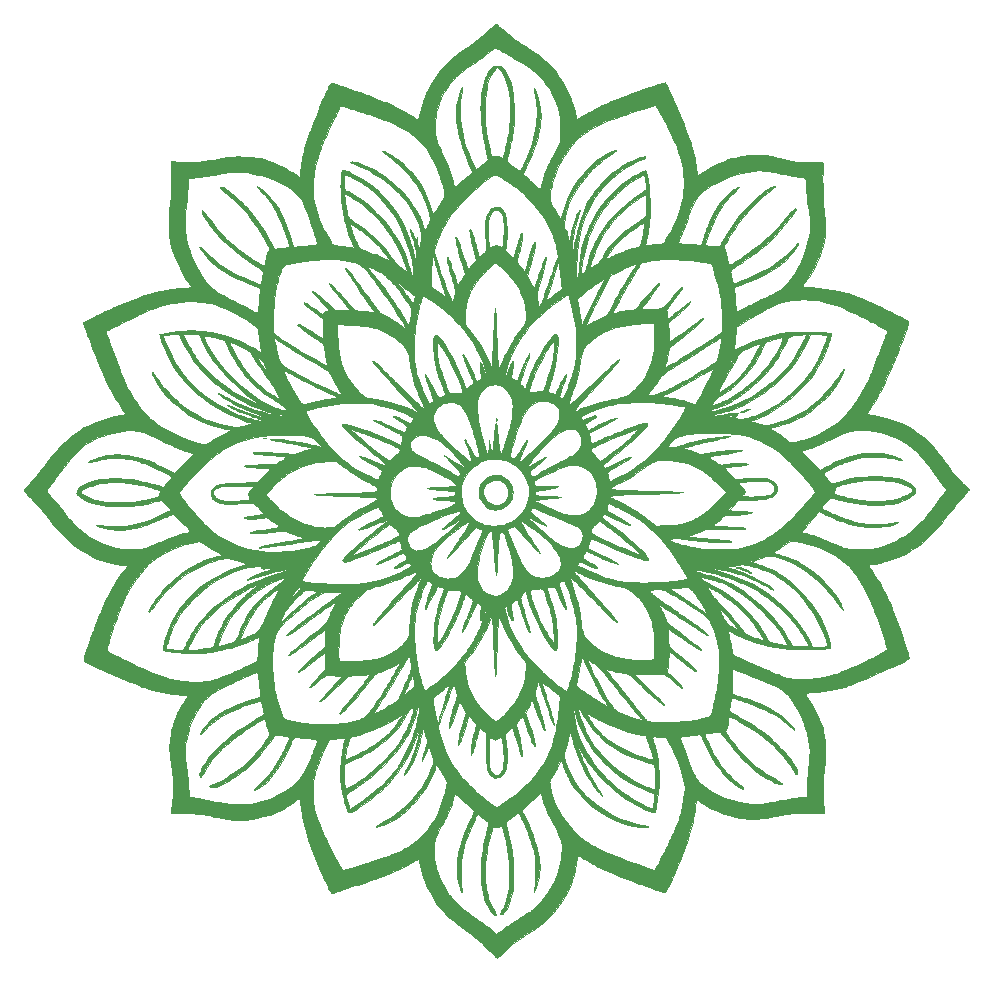
<source format=gbr>
%TF.GenerationSoftware,KiCad,Pcbnew,7.0.1*%
%TF.CreationDate,2023-06-02T16:28:31-07:00*%
%TF.ProjectId,skull,736b756c-6c2e-46b6-9963-61645f706362,rev?*%
%TF.SameCoordinates,Original*%
%TF.FileFunction,Soldermask,Bot*%
%TF.FilePolarity,Negative*%
%FSLAX46Y46*%
G04 Gerber Fmt 4.6, Leading zero omitted, Abs format (unit mm)*
G04 Created by KiCad (PCBNEW 7.0.1) date 2023-06-02 16:28:31*
%MOMM*%
%LPD*%
G01*
G04 APERTURE LIST*
%ADD10C,0.010000*%
G04 APERTURE END LIST*
%TO.C,G\u002A\u002A\u002A*%
D10*
X30491515Y-45522810D02*
X30535719Y-45536288D01*
X30542542Y-45544635D01*
X30535006Y-45559670D01*
X30496456Y-45568130D01*
X30421654Y-45571063D01*
X30410250Y-45571093D01*
X30330847Y-45568740D01*
X30288313Y-45560983D01*
X30277407Y-45546775D01*
X30277959Y-45544635D01*
X30305275Y-45527552D01*
X30371011Y-45519042D01*
X30410250Y-45518176D01*
X30491515Y-45522810D01*
G36*
X30491515Y-45522810D02*
G01*
X30535719Y-45536288D01*
X30542542Y-45544635D01*
X30535006Y-45559670D01*
X30496456Y-45568130D01*
X30421654Y-45571063D01*
X30410250Y-45571093D01*
X30330847Y-45568740D01*
X30288313Y-45560983D01*
X30277407Y-45546775D01*
X30277959Y-45544635D01*
X30305275Y-45527552D01*
X30371011Y-45519042D01*
X30410250Y-45518176D01*
X30491515Y-45522810D01*
G37*
X43304036Y-28549329D02*
X43319585Y-28590947D01*
X43327955Y-28649911D01*
X43326793Y-28713761D01*
X43322280Y-28741938D01*
X43303593Y-28791468D01*
X43280382Y-28806203D01*
X43258537Y-28782922D01*
X43256486Y-28777945D01*
X43249255Y-28733582D01*
X43250147Y-28672313D01*
X43257464Y-28609159D01*
X43269509Y-28559142D01*
X43283661Y-28537513D01*
X43304036Y-28549329D01*
G36*
X43304036Y-28549329D02*
G01*
X43319585Y-28590947D01*
X43327955Y-28649911D01*
X43326793Y-28713761D01*
X43322280Y-28741938D01*
X43303593Y-28791468D01*
X43280382Y-28806203D01*
X43258537Y-28782922D01*
X43256486Y-28777945D01*
X43249255Y-28733582D01*
X43250147Y-28672313D01*
X43257464Y-28609159D01*
X43269509Y-28559142D01*
X43283661Y-28537513D01*
X43304036Y-28549329D01*
G37*
X50018019Y-43852357D02*
X50020843Y-43856593D01*
X50035565Y-43900115D01*
X50040459Y-43960651D01*
X50036643Y-44024593D01*
X50025234Y-44078332D01*
X50007346Y-44108260D01*
X50000000Y-44110593D01*
X49982643Y-44092871D01*
X49971008Y-44062968D01*
X49959464Y-43987204D01*
X49961952Y-43912879D01*
X49977723Y-43858897D01*
X49979158Y-43856593D01*
X49999082Y-43835485D01*
X50018019Y-43852357D01*
G36*
X50018019Y-43852357D02*
G01*
X50020843Y-43856593D01*
X50035565Y-43900115D01*
X50040459Y-43960651D01*
X50036643Y-44024593D01*
X50025234Y-44078332D01*
X50007346Y-44108260D01*
X50000000Y-44110593D01*
X49982643Y-44092871D01*
X49971008Y-44062968D01*
X49959464Y-43987204D01*
X49961952Y-43912879D01*
X49977723Y-43858897D01*
X49979158Y-43856593D01*
X49999082Y-43835485D01*
X50018019Y-43852357D01*
G37*
X71455104Y-43065312D02*
X71433371Y-43088630D01*
X71374449Y-43124788D01*
X71276769Y-43173552D01*
X71264075Y-43179453D01*
X71164321Y-43222596D01*
X71054111Y-43265495D01*
X70943105Y-43304899D01*
X70840962Y-43337562D01*
X70757341Y-43360235D01*
X70701903Y-43369669D01*
X70698144Y-43369760D01*
X70666685Y-43359395D01*
X70663840Y-43343301D01*
X70693851Y-43309248D01*
X70762061Y-43267980D01*
X70865259Y-43221065D01*
X71000232Y-43170072D01*
X71060804Y-43149414D01*
X71201499Y-43105062D01*
X71312845Y-43074708D01*
X71393273Y-43058119D01*
X71441215Y-43055064D01*
X71455104Y-43065312D01*
G36*
X71455104Y-43065312D02*
G01*
X71433371Y-43088630D01*
X71374449Y-43124788D01*
X71276769Y-43173552D01*
X71264075Y-43179453D01*
X71164321Y-43222596D01*
X71054111Y-43265495D01*
X70943105Y-43304899D01*
X70840962Y-43337562D01*
X70757341Y-43360235D01*
X70701903Y-43369669D01*
X70698144Y-43369760D01*
X70666685Y-43359395D01*
X70663840Y-43343301D01*
X70693851Y-43309248D01*
X70762061Y-43267980D01*
X70865259Y-43221065D01*
X71000232Y-43170072D01*
X71060804Y-43149414D01*
X71201499Y-43105062D01*
X71312845Y-43074708D01*
X71393273Y-43058119D01*
X71441215Y-43055064D01*
X71455104Y-43065312D01*
G37*
X70442281Y-56438756D02*
X70555001Y-56464252D01*
X70687570Y-56503089D01*
X70832455Y-56552274D01*
X70982128Y-56608817D01*
X71129058Y-56669725D01*
X71265714Y-56732007D01*
X71384567Y-56792671D01*
X71478085Y-56848724D01*
X71538739Y-56897176D01*
X71541606Y-56900257D01*
X71564538Y-56938188D01*
X71552656Y-56958454D01*
X71510358Y-56959344D01*
X71442043Y-56939148D01*
X71441834Y-56939065D01*
X71381776Y-56914345D01*
X71296413Y-56877750D01*
X71198948Y-56834988D01*
X71134917Y-56806390D01*
X70920959Y-56713806D01*
X70736840Y-56642511D01*
X70576993Y-56590587D01*
X70435853Y-56556116D01*
X70380335Y-56546307D01*
X70310386Y-56526160D01*
X70270668Y-56496970D01*
X70262678Y-56466196D01*
X70287911Y-56441296D01*
X70347861Y-56429731D01*
X70356939Y-56429593D01*
X70442281Y-56438756D01*
G36*
X70442281Y-56438756D02*
G01*
X70555001Y-56464252D01*
X70687570Y-56503089D01*
X70832455Y-56552274D01*
X70982128Y-56608817D01*
X71129058Y-56669725D01*
X71265714Y-56732007D01*
X71384567Y-56792671D01*
X71478085Y-56848724D01*
X71538739Y-56897176D01*
X71541606Y-56900257D01*
X71564538Y-56938188D01*
X71552656Y-56958454D01*
X71510358Y-56959344D01*
X71442043Y-56939148D01*
X71441834Y-56939065D01*
X71381776Y-56914345D01*
X71296413Y-56877750D01*
X71198948Y-56834988D01*
X71134917Y-56806390D01*
X70920959Y-56713806D01*
X70736840Y-56642511D01*
X70576993Y-56590587D01*
X70435853Y-56556116D01*
X70380335Y-56546307D01*
X70310386Y-56526160D01*
X70270668Y-56496970D01*
X70262678Y-56466196D01*
X70287911Y-56441296D01*
X70347861Y-56429731D01*
X70356939Y-56429593D01*
X70442281Y-56438756D01*
G37*
X48521296Y-50063401D02*
X48878622Y-50063401D01*
X48892504Y-50258028D01*
X48946565Y-50455095D01*
X49041279Y-50651680D01*
X49139822Y-50797755D01*
X49274968Y-50941475D01*
X49440177Y-51060931D01*
X49628058Y-51151584D01*
X49798917Y-51202356D01*
X49896208Y-51213512D01*
X50017463Y-51213110D01*
X50146289Y-51202379D01*
X50266294Y-51182545D01*
X50342934Y-51161647D01*
X50534026Y-51074933D01*
X50695404Y-50958735D01*
X50825857Y-50814874D01*
X50924172Y-50645170D01*
X50989136Y-50451442D01*
X51019537Y-50235509D01*
X51021746Y-50143093D01*
X51003796Y-49925549D01*
X50952247Y-49732500D01*
X50865441Y-49560928D01*
X50741722Y-49407816D01*
X50579432Y-49270147D01*
X50520110Y-49229532D01*
X50338651Y-49135442D01*
X50145520Y-49079842D01*
X49946674Y-49062734D01*
X49748070Y-49084120D01*
X49555664Y-49144002D01*
X49395223Y-49229180D01*
X49215354Y-49367759D01*
X49073284Y-49523394D01*
X48969488Y-49693161D01*
X48904442Y-49874138D01*
X48878622Y-50063401D01*
X48521296Y-50063401D01*
X48521614Y-50035620D01*
X48535308Y-49892791D01*
X48549234Y-49819393D01*
X48625930Y-49583051D01*
X48737510Y-49366154D01*
X48880483Y-49172115D01*
X49051364Y-49004345D01*
X49246663Y-48866256D01*
X49462893Y-48761259D01*
X49696566Y-48692767D01*
X49702173Y-48691637D01*
X49903884Y-48666453D01*
X50099501Y-48674463D01*
X50297118Y-48716885D01*
X50504829Y-48794938D01*
X50560917Y-48820945D01*
X50776909Y-48946514D01*
X50962763Y-49099282D01*
X51117194Y-49275465D01*
X51238913Y-49471282D01*
X51326632Y-49682950D01*
X51379065Y-49906687D01*
X51394924Y-50138709D01*
X51372921Y-50375235D01*
X51311769Y-50612481D01*
X51234282Y-50799260D01*
X51180033Y-50903633D01*
X51126918Y-50987626D01*
X51064188Y-51065991D01*
X50981095Y-51153484D01*
X50963431Y-51171059D01*
X50867546Y-51261471D01*
X50782295Y-51329725D01*
X50692208Y-51386990D01*
X50591222Y-51439836D01*
X50351969Y-51535627D01*
X50109553Y-51589274D01*
X49862967Y-51600915D01*
X49613978Y-51571239D01*
X49462479Y-51528282D01*
X49319518Y-51459385D01*
X49177400Y-51359989D01*
X49028432Y-51225536D01*
X49025466Y-51222593D01*
X48882109Y-51067311D01*
X48756232Y-50905531D01*
X48654220Y-50746271D01*
X48582453Y-50598554D01*
X48580690Y-50594020D01*
X48549924Y-50482958D01*
X48529462Y-50344004D01*
X48519846Y-50190458D01*
X48521296Y-50063401D01*
G36*
X48521296Y-50063401D02*
G01*
X48878622Y-50063401D01*
X48892504Y-50258028D01*
X48946565Y-50455095D01*
X49041279Y-50651680D01*
X49139822Y-50797755D01*
X49274968Y-50941475D01*
X49440177Y-51060931D01*
X49628058Y-51151584D01*
X49798917Y-51202356D01*
X49896208Y-51213512D01*
X50017463Y-51213110D01*
X50146289Y-51202379D01*
X50266294Y-51182545D01*
X50342934Y-51161647D01*
X50534026Y-51074933D01*
X50695404Y-50958735D01*
X50825857Y-50814874D01*
X50924172Y-50645170D01*
X50989136Y-50451442D01*
X51019537Y-50235509D01*
X51021746Y-50143093D01*
X51003796Y-49925549D01*
X50952247Y-49732500D01*
X50865441Y-49560928D01*
X50741722Y-49407816D01*
X50579432Y-49270147D01*
X50520110Y-49229532D01*
X50338651Y-49135442D01*
X50145520Y-49079842D01*
X49946674Y-49062734D01*
X49748070Y-49084120D01*
X49555664Y-49144002D01*
X49395223Y-49229180D01*
X49215354Y-49367759D01*
X49073284Y-49523394D01*
X48969488Y-49693161D01*
X48904442Y-49874138D01*
X48878622Y-50063401D01*
X48521296Y-50063401D01*
X48521614Y-50035620D01*
X48535308Y-49892791D01*
X48549234Y-49819393D01*
X48625930Y-49583051D01*
X48737510Y-49366154D01*
X48880483Y-49172115D01*
X49051364Y-49004345D01*
X49246663Y-48866256D01*
X49462893Y-48761259D01*
X49696566Y-48692767D01*
X49702173Y-48691637D01*
X49903884Y-48666453D01*
X50099501Y-48674463D01*
X50297118Y-48716885D01*
X50504829Y-48794938D01*
X50560917Y-48820945D01*
X50776909Y-48946514D01*
X50962763Y-49099282D01*
X51117194Y-49275465D01*
X51238913Y-49471282D01*
X51326632Y-49682950D01*
X51379065Y-49906687D01*
X51394924Y-50138709D01*
X51372921Y-50375235D01*
X51311769Y-50612481D01*
X51234282Y-50799260D01*
X51180033Y-50903633D01*
X51126918Y-50987626D01*
X51064188Y-51065991D01*
X50981095Y-51153484D01*
X50963431Y-51171059D01*
X50867546Y-51261471D01*
X50782295Y-51329725D01*
X50692208Y-51386990D01*
X50591222Y-51439836D01*
X50351969Y-51535627D01*
X50109553Y-51589274D01*
X49862967Y-51600915D01*
X49613978Y-51571239D01*
X49462479Y-51528282D01*
X49319518Y-51459385D01*
X49177400Y-51359989D01*
X49028432Y-51225536D01*
X49025466Y-51222593D01*
X48882109Y-51067311D01*
X48756232Y-50905531D01*
X48654220Y-50746271D01*
X48582453Y-50598554D01*
X48580690Y-50594020D01*
X48549924Y-50482958D01*
X48529462Y-50344004D01*
X48519846Y-50190458D01*
X48521296Y-50063401D01*
G37*
X22304330Y-27200936D02*
X23631899Y-27200936D01*
X23635271Y-27521674D01*
X23647683Y-27837082D01*
X23669028Y-28138416D01*
X23699198Y-28416933D01*
X23738083Y-28663889D01*
X23743825Y-28693482D01*
X23819251Y-29015037D01*
X23921316Y-29360378D01*
X24047169Y-29722917D01*
X24193961Y-30096065D01*
X24358842Y-30473236D01*
X24538962Y-30847840D01*
X24731472Y-31213290D01*
X24933520Y-31562998D01*
X25097967Y-31823741D01*
X25271800Y-32075766D01*
X25452073Y-32313721D01*
X25634686Y-32533038D01*
X25815536Y-32729144D01*
X25990523Y-32897471D01*
X26155545Y-33033447D01*
X26231567Y-33086910D01*
X26348210Y-33161235D01*
X26485149Y-33243766D01*
X26644751Y-33335791D01*
X26829384Y-33438601D01*
X27041415Y-33553483D01*
X27283212Y-33681726D01*
X27557143Y-33824620D01*
X27865573Y-33983452D01*
X28071334Y-34088547D01*
X28265982Y-34187999D01*
X28455128Y-34285207D01*
X28634234Y-34377800D01*
X28798761Y-34463407D01*
X28944172Y-34539657D01*
X29065929Y-34604180D01*
X29159495Y-34654605D01*
X29220331Y-34688560D01*
X29224917Y-34691239D01*
X29370878Y-34776490D01*
X29485371Y-34841137D01*
X29573018Y-34886702D01*
X29638443Y-34914704D01*
X29686268Y-34926663D01*
X29721118Y-34924102D01*
X29747614Y-34908539D01*
X29770382Y-34881495D01*
X29776374Y-34872599D01*
X29795703Y-34827725D01*
X29816771Y-34754778D01*
X29835712Y-34667647D01*
X29839698Y-34645057D01*
X29850743Y-34566260D01*
X29863770Y-34452149D01*
X29878195Y-34309665D01*
X29893431Y-34145751D01*
X29908893Y-33967348D01*
X29923996Y-33781397D01*
X29938155Y-33594840D01*
X29950784Y-33414619D01*
X29961298Y-33247674D01*
X29968055Y-33123015D01*
X29982157Y-32835187D01*
X29748868Y-32736716D01*
X29649541Y-32695578D01*
X29522864Y-32644287D01*
X29381059Y-32587729D01*
X29236349Y-32530786D01*
X29137415Y-32492367D01*
X28629475Y-32288300D01*
X28160450Y-32082658D01*
X27726920Y-31873619D01*
X27325468Y-31659365D01*
X26952676Y-31438076D01*
X26605123Y-31207932D01*
X26294645Y-30978992D01*
X26136519Y-30849565D01*
X25967379Y-30699633D01*
X25796566Y-30538265D01*
X25633421Y-30374530D01*
X25487287Y-30217498D01*
X25376944Y-30088046D01*
X25314120Y-30007394D01*
X25243217Y-29912147D01*
X25168457Y-29808468D01*
X25094061Y-29702519D01*
X25024253Y-29600464D01*
X24963254Y-29508466D01*
X24915286Y-29432687D01*
X24884571Y-29379290D01*
X24875167Y-29355636D01*
X24881618Y-29339981D01*
X24902274Y-29341643D01*
X24939092Y-29362267D01*
X24994027Y-29403499D01*
X25069036Y-29466986D01*
X25166073Y-29554374D01*
X25287095Y-29667309D01*
X25434058Y-29807438D01*
X25584250Y-29952471D01*
X25795756Y-30155158D01*
X25985549Y-30331357D01*
X26159939Y-30486313D01*
X26325232Y-30625272D01*
X26487737Y-30753479D01*
X26653763Y-30876178D01*
X26829616Y-30998615D01*
X26896584Y-31043664D01*
X27243181Y-31261599D01*
X27631552Y-31480744D01*
X28061164Y-31700840D01*
X28531481Y-31921626D01*
X29041972Y-32142842D01*
X29592101Y-32364227D01*
X29643791Y-32384248D01*
X29764723Y-32430435D01*
X29871567Y-32470268D01*
X29958306Y-32501586D01*
X30018925Y-32522226D01*
X30047408Y-32530024D01*
X30048742Y-32529830D01*
X30055082Y-32507720D01*
X30068843Y-32450192D01*
X30088665Y-32363241D01*
X30113194Y-32252863D01*
X30141072Y-32125052D01*
X30155431Y-32058406D01*
X30185313Y-31920920D01*
X30213434Y-31794836D01*
X30238223Y-31686937D01*
X30258109Y-31604008D01*
X30271522Y-31552832D01*
X30274885Y-31542341D01*
X30282722Y-31507079D01*
X30271266Y-31474731D01*
X30234683Y-31432850D01*
X30214312Y-31413112D01*
X30112033Y-31324332D01*
X29973251Y-31217548D01*
X29799304Y-31093733D01*
X29591529Y-30953862D01*
X29510667Y-30901036D01*
X28870921Y-30469057D01*
X28270084Y-30028415D01*
X27708664Y-29579553D01*
X27187170Y-29122913D01*
X26706111Y-28658940D01*
X26265997Y-28188077D01*
X25916574Y-27772881D01*
X25796193Y-27617024D01*
X25677486Y-27453639D01*
X25562709Y-27286676D01*
X25454118Y-27120083D01*
X25353967Y-26957808D01*
X25264513Y-26803800D01*
X25188010Y-26662006D01*
X25126715Y-26536375D01*
X25082882Y-26430856D01*
X25058768Y-26349397D01*
X25056628Y-26295946D01*
X25064379Y-26281081D01*
X25089331Y-26273068D01*
X25126509Y-26288918D01*
X25177496Y-26330365D01*
X25243873Y-26399144D01*
X25327221Y-26496987D01*
X25429124Y-26625630D01*
X25551162Y-26786806D01*
X25658720Y-26932630D01*
X26000923Y-27379021D01*
X26370069Y-27820489D01*
X26759815Y-28250455D01*
X27163820Y-28662341D01*
X27575742Y-29049567D01*
X27989239Y-29405556D01*
X28219500Y-29589105D01*
X28411549Y-29735433D01*
X28610367Y-29882855D01*
X28812590Y-30029163D01*
X29014853Y-30172146D01*
X29213795Y-30309596D01*
X29406050Y-30439303D01*
X29588255Y-30559059D01*
X29757047Y-30666654D01*
X29909062Y-30759879D01*
X30040936Y-30836524D01*
X30149306Y-30894381D01*
X30230807Y-30931240D01*
X30282077Y-30944892D01*
X30283837Y-30944926D01*
X30315401Y-30926431D01*
X30348697Y-30870250D01*
X30384091Y-30775340D01*
X30421952Y-30640659D01*
X30462648Y-30465163D01*
X30476814Y-30397861D01*
X30512840Y-30226090D01*
X30543343Y-30089127D01*
X30570340Y-29980126D01*
X30595851Y-29892238D01*
X30621892Y-29818617D01*
X30650483Y-29752413D01*
X30683640Y-29686781D01*
X30689676Y-29675556D01*
X30730025Y-29595453D01*
X30750542Y-29536348D01*
X30755183Y-29484223D01*
X30752384Y-29453310D01*
X30732843Y-29380131D01*
X30690749Y-29276367D01*
X30628121Y-29145901D01*
X30546980Y-28992620D01*
X30449347Y-28820409D01*
X30337241Y-28633152D01*
X30267747Y-28521343D01*
X29982483Y-28075281D01*
X29710565Y-27665134D01*
X29449269Y-27287650D01*
X29195872Y-26939579D01*
X28947651Y-26617671D01*
X28701880Y-26318675D01*
X28455838Y-26039341D01*
X28206799Y-25776418D01*
X27952040Y-25526656D01*
X27688837Y-25286804D01*
X27414467Y-25053611D01*
X27252010Y-24922405D01*
X27070536Y-24775904D01*
X26923163Y-24651284D01*
X26808598Y-24547196D01*
X26725553Y-24462289D01*
X26672736Y-24395215D01*
X26648857Y-24344624D01*
X26652625Y-24309167D01*
X26658485Y-24301741D01*
X26699989Y-24280625D01*
X26761226Y-24284756D01*
X26847796Y-24314842D01*
X26881250Y-24329827D01*
X27026920Y-24407809D01*
X27194905Y-24515357D01*
X27381201Y-24648882D01*
X27581803Y-24804793D01*
X27792708Y-24979499D01*
X28009910Y-25169410D01*
X28229406Y-25370936D01*
X28447191Y-25580486D01*
X28659262Y-25794469D01*
X28861612Y-26009296D01*
X29050239Y-26221376D01*
X29221139Y-26427118D01*
X29223249Y-26429764D01*
X29435473Y-26703614D01*
X29654327Y-27000197D01*
X29875444Y-27312830D01*
X30094453Y-27634827D01*
X30306984Y-27959506D01*
X30508668Y-28280182D01*
X30695136Y-28590171D01*
X30862017Y-28882789D01*
X31004943Y-29151351D01*
X31013644Y-29168496D01*
X31075118Y-29289253D01*
X31121406Y-29377203D01*
X31156035Y-29437508D01*
X31182535Y-29475332D01*
X31204435Y-29495839D01*
X31225263Y-29504191D01*
X31244022Y-29505593D01*
X31319660Y-29502884D01*
X31422886Y-29495344D01*
X31546681Y-29483854D01*
X31684025Y-29469297D01*
X31827895Y-29452554D01*
X31971273Y-29434506D01*
X32107138Y-29416035D01*
X32228468Y-29398022D01*
X32328245Y-29381349D01*
X32399446Y-29366897D01*
X32433935Y-29356185D01*
X32451322Y-29332889D01*
X32456555Y-29286312D01*
X32449085Y-29214099D01*
X32428364Y-29113897D01*
X32393842Y-28983350D01*
X32344972Y-28820103D01*
X32281205Y-28621802D01*
X32220826Y-28441436D01*
X32102088Y-28098671D01*
X31989167Y-27788795D01*
X31878628Y-27503390D01*
X31767036Y-27234035D01*
X31650957Y-26972309D01*
X31526957Y-26709793D01*
X31454838Y-26563426D01*
X31337277Y-26333629D01*
X31224074Y-26125602D01*
X31110939Y-25933352D01*
X30993585Y-25750886D01*
X30867722Y-25572209D01*
X30729062Y-25391329D01*
X30573314Y-25202250D01*
X30396191Y-24998979D01*
X30193404Y-24775523D01*
X30114400Y-24690176D01*
X29998162Y-24564601D01*
X29908136Y-24465898D01*
X29841247Y-24390372D01*
X29794417Y-24334327D01*
X29764572Y-24294068D01*
X29748636Y-24265900D01*
X29743533Y-24246127D01*
X29743500Y-24244576D01*
X29754803Y-24227763D01*
X29790272Y-24233325D01*
X29852252Y-24262315D01*
X29943086Y-24315788D01*
X30039549Y-24377858D01*
X30127965Y-24441859D01*
X30231944Y-24528007D01*
X30354689Y-24639160D01*
X30499400Y-24778175D01*
X30601132Y-24879186D01*
X30801187Y-25083980D01*
X30973236Y-25270311D01*
X31122752Y-25445631D01*
X31255206Y-25617390D01*
X31376070Y-25793038D01*
X31490814Y-25980027D01*
X31604911Y-26185806D01*
X31708472Y-26387047D01*
X32014730Y-27045713D01*
X32282231Y-27720662D01*
X32510104Y-28409519D01*
X32675669Y-29019231D01*
X32755990Y-29347785D01*
X33371703Y-29300722D01*
X33667274Y-29277521D01*
X33923108Y-29256055D01*
X34141751Y-29236000D01*
X34325751Y-29217031D01*
X34477653Y-29198825D01*
X34600005Y-29181058D01*
X34695351Y-29163407D01*
X34766240Y-29145547D01*
X34815217Y-29127154D01*
X34837045Y-29114370D01*
X34854254Y-29099175D01*
X34861704Y-29079830D01*
X34858178Y-29047974D01*
X34842460Y-28995248D01*
X34813333Y-28913291D01*
X34804117Y-28888082D01*
X34784141Y-28831893D01*
X34752160Y-28739828D01*
X34709626Y-28616151D01*
X34657991Y-28465124D01*
X34598706Y-28291010D01*
X34533223Y-28098072D01*
X34462994Y-27890572D01*
X34389471Y-27672772D01*
X34325957Y-27484176D01*
X34217534Y-27162799D01*
X34120855Y-26878662D01*
X34034662Y-26628720D01*
X33957696Y-26409927D01*
X33888699Y-26219236D01*
X33826414Y-26053601D01*
X33769581Y-25909977D01*
X33716941Y-25785317D01*
X33667238Y-25676575D01*
X33619212Y-25580705D01*
X33571605Y-25494660D01*
X33523159Y-25415396D01*
X33472614Y-25339864D01*
X33418714Y-25265020D01*
X33397503Y-25236673D01*
X33282283Y-25095345D01*
X33142078Y-24941311D01*
X32987375Y-24784970D01*
X32958423Y-24757927D01*
X34465194Y-24757927D01*
X34466248Y-24853247D01*
X34470687Y-24935492D01*
X34479083Y-25014403D01*
X34492013Y-25099721D01*
X34510050Y-25201190D01*
X34514294Y-25224133D01*
X34649360Y-25845643D01*
X34820555Y-26447107D01*
X35029253Y-27032649D01*
X35276827Y-27606393D01*
X35376439Y-27812260D01*
X35429551Y-27915936D01*
X35495070Y-28039075D01*
X35569976Y-28176427D01*
X35651248Y-28322743D01*
X35735867Y-28472771D01*
X35820812Y-28621262D01*
X35903062Y-28762965D01*
X35979598Y-28892632D01*
X36047400Y-29005013D01*
X36103446Y-29094856D01*
X36144717Y-29156912D01*
X36164963Y-29182915D01*
X36195533Y-29194484D01*
X36265021Y-29208047D01*
X36370085Y-29223114D01*
X36507384Y-29239191D01*
X36634120Y-29252060D01*
X36847315Y-29274301D01*
X37080524Y-29301705D01*
X37320075Y-29332477D01*
X37552298Y-29364819D01*
X37763519Y-29396937D01*
X37866209Y-29413927D01*
X37913372Y-29416554D01*
X37934807Y-29406623D01*
X37935000Y-29405047D01*
X37927074Y-29379891D01*
X37905017Y-29322266D01*
X37871412Y-29238597D01*
X37828840Y-29135311D01*
X37779884Y-29018831D01*
X37778135Y-29014708D01*
X37620661Y-28626205D01*
X37483413Y-28248376D01*
X37362620Y-27869079D01*
X37254510Y-27476170D01*
X37245859Y-27439657D01*
X37627570Y-27439657D01*
X37638264Y-27499621D01*
X37659143Y-27585679D01*
X37688263Y-27690912D01*
X37723682Y-27808405D01*
X37763455Y-27931239D01*
X37805640Y-28052498D01*
X37818946Y-28088803D01*
X37906518Y-28317434D01*
X37996099Y-28538129D01*
X38085547Y-28746348D01*
X38172714Y-28937554D01*
X38255457Y-29107208D01*
X38331631Y-29250773D01*
X38399090Y-29363710D01*
X38455691Y-29441481D01*
X38461217Y-29447755D01*
X38498189Y-29486124D01*
X38537279Y-29519355D01*
X38584112Y-29550112D01*
X38644311Y-29581062D01*
X38723503Y-29614869D01*
X38827312Y-29654200D01*
X38961363Y-29701720D01*
X39092069Y-29746709D01*
X39354424Y-29837952D01*
X39586590Y-29922347D01*
X39799258Y-30004039D01*
X40003119Y-30087171D01*
X40208865Y-30175888D01*
X40273917Y-30204822D01*
X40453363Y-30284254D01*
X40606070Y-30349993D01*
X40729505Y-30401009D01*
X40821138Y-30436269D01*
X40878436Y-30454741D01*
X40893585Y-30457364D01*
X40908349Y-30449445D01*
X40899654Y-30418605D01*
X40889801Y-30398558D01*
X40852750Y-30336336D01*
X40793630Y-30248314D01*
X40717458Y-30141228D01*
X40629250Y-30021811D01*
X40534025Y-29896800D01*
X40436797Y-29772928D01*
X40342585Y-29656931D01*
X40296212Y-29601680D01*
X40036591Y-29310888D01*
X39748624Y-29013919D01*
X39441982Y-28719765D01*
X39126338Y-28437421D01*
X38811363Y-28175879D01*
X38538250Y-27967024D01*
X38439166Y-27896740D01*
X38327478Y-27821008D01*
X38208589Y-27743122D01*
X38087898Y-27666373D01*
X37970806Y-27594053D01*
X37862714Y-27529457D01*
X37769023Y-27475875D01*
X37695133Y-27436601D01*
X37646444Y-27414927D01*
X37629003Y-27412701D01*
X37627570Y-27439657D01*
X37245859Y-27439657D01*
X37155312Y-27057508D01*
X37121883Y-26902093D01*
X37021371Y-26389948D01*
X36941683Y-25907790D01*
X36882129Y-25449148D01*
X36842020Y-25007550D01*
X36841148Y-24989949D01*
X37152158Y-24989949D01*
X37155191Y-25044118D01*
X37163926Y-25133435D01*
X37177433Y-25251239D01*
X37194782Y-25390867D01*
X37215047Y-25545658D01*
X37237296Y-25708949D01*
X37260603Y-25874078D01*
X37284037Y-26034383D01*
X37306669Y-26183202D01*
X37327572Y-26313872D01*
X37345816Y-26419731D01*
X37360472Y-26494117D01*
X37363949Y-26508977D01*
X37408911Y-26660931D01*
X37464891Y-26789010D01*
X37537632Y-26900345D01*
X37632875Y-27002067D01*
X37756364Y-27101305D01*
X37913838Y-27205191D01*
X37935000Y-27218131D01*
X38417165Y-27529560D01*
X38879896Y-27866973D01*
X39329274Y-28235183D01*
X39771384Y-28639006D01*
X39944349Y-28808385D01*
X40243340Y-29116857D01*
X40508117Y-29412123D01*
X40742730Y-29699086D01*
X40951232Y-29982648D01*
X41099373Y-30206252D01*
X41222069Y-30394677D01*
X41335513Y-30553916D01*
X41447054Y-30691457D01*
X41564042Y-30814790D01*
X41693823Y-30931404D01*
X41843748Y-31048787D01*
X42021164Y-31174430D01*
X42104834Y-31230922D01*
X42208171Y-31299931D01*
X42298476Y-31360176D01*
X42370226Y-31407975D01*
X42417897Y-31439649D01*
X42435965Y-31451518D01*
X42435979Y-31451525D01*
X42433775Y-31434496D01*
X42424336Y-31390994D01*
X42422722Y-31384135D01*
X42296011Y-30919699D01*
X42134528Y-30444345D01*
X41941452Y-29965916D01*
X41719959Y-29492254D01*
X41473228Y-29031201D01*
X41460030Y-29008176D01*
X41140634Y-28489492D01*
X40785893Y-27980955D01*
X40400068Y-27487278D01*
X39987419Y-27013173D01*
X39552206Y-26563354D01*
X39098689Y-26142532D01*
X38631129Y-25755422D01*
X38290541Y-25501897D01*
X38143118Y-25400703D01*
X37977719Y-25292933D01*
X37804958Y-25185092D01*
X37635447Y-25083680D01*
X37479797Y-24995201D01*
X37360909Y-24932290D01*
X37270722Y-24888942D01*
X37211078Y-24868207D01*
X37175694Y-24871822D01*
X37158288Y-24901522D01*
X37152575Y-24959043D01*
X37152158Y-24989949D01*
X36841148Y-24989949D01*
X36820664Y-24576525D01*
X36817372Y-24149600D01*
X36818893Y-24060738D01*
X36821835Y-23959926D01*
X37099912Y-23959926D01*
X37099939Y-24116816D01*
X37103688Y-24240953D01*
X37115321Y-24338717D01*
X37139003Y-24416484D01*
X37178897Y-24480633D01*
X37239167Y-24537541D01*
X37323976Y-24593587D01*
X37437489Y-24655148D01*
X37583868Y-24728602D01*
X37610287Y-24741720D01*
X37907324Y-24903263D01*
X38219106Y-25099011D01*
X38541544Y-25325256D01*
X38870550Y-25578290D01*
X39202035Y-25854404D01*
X39531911Y-26149891D01*
X39856089Y-26461042D01*
X40170482Y-26784150D01*
X40471000Y-27115505D01*
X40753555Y-27451399D01*
X41014059Y-27788125D01*
X41100709Y-27907510D01*
X41297610Y-28194821D01*
X41492420Y-28500198D01*
X41680426Y-28815253D01*
X41856915Y-29131601D01*
X42017175Y-29440857D01*
X42156494Y-29734634D01*
X42248582Y-29950093D01*
X42353264Y-30223620D01*
X42460337Y-30529839D01*
X42566694Y-30859464D01*
X42669229Y-31203212D01*
X42677069Y-31230676D01*
X42731022Y-31410993D01*
X42780872Y-31558900D01*
X42825766Y-31672332D01*
X42864848Y-31749223D01*
X42897262Y-31787509D01*
X42909314Y-31791593D01*
X42933750Y-31775133D01*
X42950755Y-31750651D01*
X42960882Y-31711194D01*
X42968529Y-31642295D01*
X42972422Y-31556825D01*
X42972667Y-31529485D01*
X42963205Y-31316334D01*
X42935747Y-31070430D01*
X42891686Y-30796655D01*
X42832414Y-30499888D01*
X42759326Y-30185009D01*
X42673813Y-29856900D01*
X42577268Y-29520440D01*
X42471085Y-29180509D01*
X42356655Y-28841988D01*
X42235373Y-28509757D01*
X42108630Y-28188696D01*
X41977819Y-27883685D01*
X41860406Y-27632343D01*
X41585447Y-27115615D01*
X41269809Y-26609220D01*
X40913360Y-26112976D01*
X40515968Y-25626704D01*
X40077501Y-25150222D01*
X39967406Y-25038567D01*
X39739385Y-24815119D01*
X39528823Y-24619842D01*
X39328198Y-24446731D01*
X39129984Y-24289784D01*
X38926658Y-24142995D01*
X38710697Y-24000362D01*
X38517161Y-23881247D01*
X38366508Y-23793524D01*
X38207510Y-23705392D01*
X38044827Y-23619038D01*
X37883119Y-23536650D01*
X37727047Y-23460415D01*
X37581270Y-23392521D01*
X37450450Y-23335153D01*
X37339246Y-23290501D01*
X37252319Y-23260751D01*
X37194328Y-23248090D01*
X37173426Y-23250580D01*
X37155255Y-23282494D01*
X37138757Y-23351446D01*
X37124479Y-23452158D01*
X37112969Y-23579349D01*
X37104773Y-23727741D01*
X37100439Y-23892052D01*
X37099912Y-23959926D01*
X36821835Y-23959926D01*
X36825427Y-23836869D01*
X36835495Y-23643878D01*
X36850327Y-23470374D01*
X36871156Y-23304965D01*
X36899213Y-23136259D01*
X36935728Y-22952863D01*
X36941630Y-22925156D01*
X36956664Y-22860551D01*
X36971455Y-22828166D01*
X36994445Y-22818784D01*
X37034076Y-22823192D01*
X37034918Y-22823328D01*
X37101363Y-22839104D01*
X37188430Y-22868779D01*
X37299296Y-22913720D01*
X37437136Y-22975295D01*
X37605126Y-23054870D01*
X37806443Y-23153812D01*
X37829167Y-23165142D01*
X38185224Y-23347662D01*
X38505404Y-23522217D01*
X38794701Y-23691859D01*
X39058113Y-23859643D01*
X39300635Y-24028622D01*
X39527264Y-24201849D01*
X39533084Y-24206513D01*
X39654106Y-24308195D01*
X39795981Y-24434949D01*
X39951731Y-24579945D01*
X40114380Y-24736354D01*
X40276950Y-24897347D01*
X40432465Y-25056096D01*
X40573949Y-25205770D01*
X40694423Y-25339540D01*
X40715448Y-25363860D01*
X41015132Y-25730382D01*
X41306530Y-26119750D01*
X41581837Y-26520716D01*
X41833250Y-26922033D01*
X42003129Y-27219593D01*
X42155347Y-27517295D01*
X42307193Y-27849405D01*
X42455965Y-28208059D01*
X42598964Y-28585398D01*
X42733488Y-28973558D01*
X42856837Y-29364677D01*
X42966311Y-29750894D01*
X43059207Y-30124346D01*
X43132827Y-30477173D01*
X43144682Y-30542760D01*
X43194917Y-30828510D01*
X43210229Y-30532176D01*
X43215234Y-30400159D01*
X43217523Y-30260205D01*
X43216986Y-30129077D01*
X43213549Y-30024176D01*
X43189260Y-29770516D01*
X43179395Y-29708359D01*
X44750135Y-29708359D01*
X44751244Y-29765968D01*
X44758487Y-29830876D01*
X44772656Y-29906740D01*
X44794544Y-29997218D01*
X44824942Y-30105968D01*
X44864644Y-30236646D01*
X44914443Y-30392910D01*
X44975129Y-30578418D01*
X45047496Y-30796827D01*
X45131992Y-31050760D01*
X45282448Y-31498816D01*
X45423933Y-31911899D01*
X45556218Y-32289416D01*
X45679076Y-32630774D01*
X45792277Y-32935382D01*
X45895594Y-33202647D01*
X45988798Y-33431976D01*
X46071661Y-33622776D01*
X46143954Y-33774456D01*
X46205449Y-33886423D01*
X46249765Y-33950795D01*
X46292808Y-34003510D01*
X46346847Y-33886043D01*
X46408590Y-33723308D01*
X46457977Y-33535749D01*
X46491045Y-33340032D01*
X46500495Y-33240247D01*
X46503634Y-33175670D01*
X46503646Y-33112000D01*
X46499661Y-33045199D01*
X46490808Y-32971228D01*
X46476217Y-32886049D01*
X46455016Y-32785622D01*
X46426336Y-32665910D01*
X46389305Y-32522874D01*
X46343053Y-32352474D01*
X46286709Y-32150674D01*
X46219403Y-31913433D01*
X46199101Y-31842300D01*
X46110746Y-31531027D01*
X46034614Y-31258214D01*
X45970306Y-31021913D01*
X45917425Y-30820176D01*
X45875571Y-30651056D01*
X45844346Y-30512604D01*
X45823350Y-30402873D01*
X45812187Y-30319915D01*
X45810456Y-30261782D01*
X45817759Y-30226527D01*
X45833697Y-30212200D01*
X45857873Y-30216856D01*
X45867533Y-30222189D01*
X45891105Y-30248547D01*
X45922138Y-30303878D01*
X45961217Y-30389724D01*
X46008930Y-30507625D01*
X46065864Y-30659123D01*
X46132605Y-30845756D01*
X46209741Y-31069068D01*
X46297859Y-31330597D01*
X46352531Y-31495260D01*
X46415722Y-31686753D01*
X46475408Y-31868232D01*
X46530143Y-32035255D01*
X46578480Y-32183377D01*
X46618971Y-32308158D01*
X46650171Y-32405154D01*
X46670631Y-32469922D01*
X46678252Y-32495385D01*
X46696843Y-32546006D01*
X46716498Y-32573250D01*
X46721062Y-32574760D01*
X46754747Y-32557395D01*
X46805082Y-32504874D01*
X46872539Y-32416559D01*
X46957596Y-32291808D01*
X47060726Y-32129984D01*
X47105962Y-32056662D01*
X47329968Y-31690799D01*
X47076705Y-30772821D01*
X46973733Y-30397400D01*
X46882787Y-30060988D01*
X46803539Y-29762107D01*
X46735661Y-29499275D01*
X46678825Y-29271012D01*
X46632705Y-29075836D01*
X46596972Y-28912268D01*
X46571299Y-28778827D01*
X46555359Y-28674033D01*
X46548824Y-28596404D01*
X46551366Y-28544460D01*
X46562657Y-28516720D01*
X46576292Y-28510904D01*
X46594683Y-28516318D01*
X46615121Y-28533943D01*
X46638534Y-28566149D01*
X46665852Y-28615303D01*
X46698005Y-28683774D01*
X46735921Y-28773929D01*
X46780530Y-28888136D01*
X46832760Y-29028764D01*
X46893542Y-29198181D01*
X46963805Y-29398755D01*
X47044477Y-29632853D01*
X47136489Y-29902844D01*
X47224117Y-30161760D01*
X47302144Y-30392644D01*
X47367920Y-30586590D01*
X47422645Y-30746799D01*
X47467518Y-30876474D01*
X47503738Y-30978814D01*
X47532504Y-31057023D01*
X47555017Y-31114302D01*
X47572474Y-31153851D01*
X47586077Y-31178874D01*
X47597023Y-31192571D01*
X47606512Y-31198143D01*
X47612647Y-31198926D01*
X47635914Y-31184284D01*
X47682361Y-31144041D01*
X47746478Y-31083725D01*
X47822755Y-31008863D01*
X47905680Y-30924982D01*
X47989743Y-30837608D01*
X48069433Y-30752270D01*
X48139240Y-30674493D01*
X48162887Y-30647060D01*
X48262524Y-30529730D01*
X48094952Y-29818911D01*
X48015963Y-29478574D01*
X47946170Y-29166909D01*
X47885834Y-28885347D01*
X47835218Y-28635320D01*
X47794585Y-28418259D01*
X47764195Y-28235596D01*
X47744312Y-28088762D01*
X47735197Y-27979188D01*
X47737112Y-27908306D01*
X47741635Y-27889435D01*
X47767804Y-27857796D01*
X47803224Y-27863467D01*
X47842009Y-27904220D01*
X47859276Y-27933968D01*
X47892251Y-28009284D01*
X47933484Y-28120020D01*
X47981278Y-28260453D01*
X48033939Y-28424855D01*
X48089769Y-28607502D01*
X48147073Y-28802668D01*
X48204155Y-29004628D01*
X48259318Y-29207656D01*
X48310866Y-29406027D01*
X48357104Y-29594016D01*
X48379361Y-29689610D01*
X48417482Y-29849399D01*
X48450840Y-29971261D01*
X48480814Y-30059153D01*
X48508779Y-30117034D01*
X48536112Y-30148862D01*
X48539983Y-30151474D01*
X48576710Y-30150668D01*
X48636537Y-30121333D01*
X48714787Y-30066887D01*
X48806783Y-29990750D01*
X48907850Y-29896339D01*
X48957542Y-29846226D01*
X49011412Y-29791977D01*
X49055151Y-29748210D01*
X49089537Y-29709987D01*
X49115347Y-29672372D01*
X49133359Y-29630427D01*
X49144349Y-29579215D01*
X49149096Y-29513801D01*
X49148377Y-29429246D01*
X49142969Y-29320614D01*
X49133651Y-29182968D01*
X49121198Y-29011371D01*
X49111185Y-28870593D01*
X49086946Y-28473859D01*
X49072536Y-28116015D01*
X49068283Y-27794694D01*
X49069105Y-27756802D01*
X49299963Y-27756802D01*
X49300475Y-27939918D01*
X49303327Y-28127398D01*
X49308508Y-28311662D01*
X49316009Y-28485131D01*
X49323250Y-28605010D01*
X49334217Y-28746867D01*
X49347233Y-28890291D01*
X49361481Y-29028437D01*
X49376145Y-29154459D01*
X49390407Y-29261512D01*
X49403452Y-29342750D01*
X49414463Y-29391327D01*
X49418077Y-29400019D01*
X49430517Y-29406660D01*
X49457433Y-29402691D01*
X49504138Y-29386118D01*
X49575944Y-29354949D01*
X49678163Y-29307189D01*
X49724236Y-29285163D01*
X49817237Y-29245437D01*
X49900707Y-29218670D01*
X49959412Y-29209260D01*
X50020367Y-29219892D01*
X50111422Y-29250371D01*
X50226495Y-29298566D01*
X50264966Y-29316243D01*
X50368727Y-29363292D01*
X50440340Y-29391764D01*
X50484850Y-29403305D01*
X50507298Y-29399564D01*
X50510141Y-29396295D01*
X50519897Y-29368315D01*
X50529112Y-29314697D01*
X50538175Y-29231639D01*
X50547473Y-29115334D01*
X50557393Y-28961979D01*
X50561455Y-28892354D01*
X50570303Y-28775117D01*
X50583193Y-28650572D01*
X50597894Y-28539175D01*
X50604153Y-28500771D01*
X50616412Y-28402895D01*
X50625515Y-28270793D01*
X50631409Y-28112455D01*
X50634041Y-27935876D01*
X50633357Y-27749046D01*
X50629303Y-27559959D01*
X50621826Y-27376607D01*
X50612660Y-27230176D01*
X50595166Y-27031957D01*
X50573975Y-26869907D01*
X50547017Y-26737894D01*
X50512222Y-26629786D01*
X50467522Y-26539450D01*
X50410846Y-26460753D01*
X50340125Y-26387562D01*
X50323126Y-26372168D01*
X50192568Y-26275956D01*
X50065556Y-26220898D01*
X49943415Y-26205873D01*
X49827472Y-26229759D01*
X49719052Y-26291436D01*
X49619478Y-26389782D01*
X49530077Y-26523676D01*
X49452174Y-26691997D01*
X49387093Y-26893624D01*
X49336161Y-27127436D01*
X49321497Y-27219593D01*
X49312557Y-27309447D01*
X49305994Y-27433987D01*
X49301799Y-27585632D01*
X49299963Y-27756802D01*
X49069105Y-27756802D01*
X49074514Y-27507534D01*
X49091558Y-27252169D01*
X49119741Y-27026235D01*
X49159391Y-26827368D01*
X49210836Y-26653203D01*
X49274404Y-26501375D01*
X49350423Y-26369520D01*
X49439219Y-26255275D01*
X49479462Y-26212908D01*
X49599270Y-26107073D01*
X49714918Y-26035665D01*
X49837109Y-25993472D01*
X49966032Y-25975879D01*
X50114946Y-25979648D01*
X50245793Y-26013329D01*
X50367715Y-26080631D01*
X50489852Y-26185262D01*
X50495181Y-26190588D01*
X50602239Y-26313232D01*
X50682376Y-26442822D01*
X50741544Y-26591059D01*
X50783079Y-26756453D01*
X50809263Y-26896338D01*
X50830373Y-27033774D01*
X50847083Y-27176518D01*
X50860067Y-27332324D01*
X50870000Y-27508950D01*
X50877554Y-27714152D01*
X50882184Y-27896926D01*
X50885775Y-28149981D01*
X50884264Y-28373493D01*
X50876925Y-28580023D01*
X50863034Y-28782136D01*
X50841867Y-28992393D01*
X50812699Y-29223357D01*
X50800682Y-29309884D01*
X50755006Y-29632758D01*
X50911961Y-29796711D01*
X50999784Y-29886332D01*
X51092706Y-29977558D01*
X51184325Y-30064468D01*
X51268241Y-30141143D01*
X51338052Y-30201663D01*
X51387359Y-30240110D01*
X51399976Y-30248019D01*
X51413126Y-30252073D01*
X51426367Y-30247644D01*
X51440845Y-30231500D01*
X51457710Y-30200410D01*
X51478110Y-30151141D01*
X51503194Y-30080463D01*
X51534109Y-29985144D01*
X51572004Y-29861952D01*
X51618028Y-29707656D01*
X51673328Y-29519024D01*
X51737483Y-29298245D01*
X51810664Y-29047619D01*
X51874081Y-28834994D01*
X51928859Y-28657462D01*
X51976122Y-28512114D01*
X52016995Y-28396043D01*
X52052605Y-28306340D01*
X52084075Y-28240098D01*
X52112532Y-28194408D01*
X52139099Y-28166363D01*
X52164903Y-28153054D01*
X52181367Y-28150926D01*
X52206530Y-28157146D01*
X52218806Y-28182769D01*
X52222437Y-28238243D01*
X52222500Y-28252201D01*
X52217254Y-28344546D01*
X52202355Y-28471701D01*
X52179066Y-28627572D01*
X52148648Y-28806067D01*
X52112362Y-29001093D01*
X52071471Y-29206557D01*
X52027235Y-29416366D01*
X51980916Y-29624428D01*
X51933775Y-29824648D01*
X51887075Y-30010935D01*
X51842076Y-30177196D01*
X51800040Y-30317337D01*
X51786299Y-30358975D01*
X51754664Y-30457572D01*
X51739566Y-30531398D01*
X51743638Y-30591720D01*
X51769513Y-30649807D01*
X51819826Y-30716928D01*
X51888019Y-30794198D01*
X51967183Y-30886925D01*
X52055346Y-30998363D01*
X52139127Y-31111287D01*
X52180479Y-31170734D01*
X52237904Y-31252760D01*
X52289564Y-31320624D01*
X52329664Y-31367088D01*
X52351907Y-31384841D01*
X52370848Y-31382919D01*
X52390770Y-31368096D01*
X52412640Y-31337630D01*
X52437424Y-31288781D01*
X52466092Y-31218807D01*
X52499610Y-31124967D01*
X52538946Y-31004521D01*
X52585067Y-30854727D01*
X52638941Y-30672845D01*
X52701536Y-30456134D01*
X52773819Y-30201852D01*
X52791118Y-30140593D01*
X52871193Y-29861944D01*
X52944249Y-29618383D01*
X53009957Y-29410854D01*
X53067988Y-29240299D01*
X53118010Y-29107663D01*
X53159694Y-29013890D01*
X53192711Y-28959922D01*
X53208382Y-28946979D01*
X53245326Y-28949864D01*
X53268208Y-28991695D01*
X53277196Y-29071546D01*
X53272457Y-29188490D01*
X53254157Y-29341604D01*
X53222462Y-29529960D01*
X53177540Y-29752634D01*
X53119557Y-30008701D01*
X53048680Y-30297233D01*
X52965075Y-30617306D01*
X52868910Y-30967995D01*
X52801831Y-31204651D01*
X52621140Y-31834792D01*
X52814888Y-32197828D01*
X52902868Y-32360939D01*
X52975087Y-32490544D01*
X53034361Y-32591180D01*
X53083503Y-32667382D01*
X53125328Y-32723686D01*
X53162650Y-32764626D01*
X53171998Y-32773345D01*
X53204599Y-32799582D01*
X53221440Y-32794515D01*
X53235157Y-32762761D01*
X53245921Y-32732397D01*
X53268876Y-32666444D01*
X53302487Y-32569358D01*
X53345214Y-32445594D01*
X53395521Y-32299610D01*
X53451870Y-32135859D01*
X53512723Y-31958800D01*
X53544700Y-31865676D01*
X53654294Y-31547756D01*
X53751571Y-31268509D01*
X53837157Y-31026305D01*
X53911674Y-30819511D01*
X53975748Y-30646493D01*
X54030002Y-30505620D01*
X54075062Y-30395259D01*
X54111552Y-30313778D01*
X54140096Y-30259545D01*
X54161318Y-30230926D01*
X54172133Y-30225260D01*
X54191818Y-30245020D01*
X54197497Y-30303612D01*
X54189400Y-30399999D01*
X54167762Y-30533145D01*
X54132813Y-30702015D01*
X54084785Y-30905572D01*
X54023912Y-31142782D01*
X53950424Y-31412607D01*
X53864555Y-31714013D01*
X53766536Y-32045963D01*
X53756744Y-32078573D01*
X53677789Y-32342015D01*
X53610671Y-32568808D01*
X53554707Y-32762743D01*
X53509210Y-32927609D01*
X53473496Y-33067197D01*
X53446879Y-33185295D01*
X53428673Y-33285694D01*
X53418194Y-33372183D01*
X53414757Y-33448553D01*
X53417674Y-33518594D01*
X53426263Y-33586095D01*
X53439836Y-33654846D01*
X53457709Y-33728637D01*
X53458090Y-33730126D01*
X53484689Y-33844690D01*
X53509051Y-33967972D01*
X53527255Y-34079450D01*
X53532001Y-34116755D01*
X53549927Y-34233390D01*
X53573420Y-34309762D01*
X53603162Y-34347661D01*
X53621758Y-34352760D01*
X53647648Y-34339680D01*
X53689896Y-34307059D01*
X53704096Y-34294551D01*
X53725222Y-34270489D01*
X53749308Y-34232924D01*
X53777276Y-34179431D01*
X53810049Y-34107582D01*
X53848550Y-34014949D01*
X53893703Y-33899105D01*
X53917327Y-33835711D01*
X54236448Y-33835711D01*
X54244968Y-33844760D01*
X54269812Y-33836055D01*
X54315728Y-33814673D01*
X54324343Y-33810342D01*
X54405000Y-33763388D01*
X54516628Y-33688850D01*
X54658525Y-33587237D01*
X54829993Y-33459055D01*
X55030329Y-33304812D01*
X55132917Y-33224516D01*
X55245880Y-33135604D01*
X55348032Y-33055033D01*
X55434570Y-32986603D01*
X55500693Y-32934116D01*
X55541599Y-32901372D01*
X55552575Y-32892310D01*
X55554516Y-32867804D01*
X55550803Y-32807248D01*
X55542046Y-32716458D01*
X55528856Y-32601251D01*
X55511841Y-32467444D01*
X55495733Y-32349834D01*
X55473805Y-32191584D01*
X55448223Y-32002076D01*
X55420400Y-31792081D01*
X55391749Y-31572371D01*
X55363682Y-31353716D01*
X55337612Y-31146888D01*
X55331612Y-31098611D01*
X55310420Y-30929175D01*
X55290648Y-30774164D01*
X55272927Y-30638310D01*
X55257893Y-30526347D01*
X55246178Y-30443009D01*
X55238417Y-30393029D01*
X55235432Y-30380272D01*
X55227990Y-30402031D01*
X55212348Y-30456724D01*
X55190747Y-30536260D01*
X55165427Y-30632549D01*
X55163669Y-30639338D01*
X55106396Y-30854879D01*
X55037912Y-31102826D01*
X54960498Y-31375460D01*
X54876436Y-31665063D01*
X54788009Y-31963914D01*
X54697500Y-32264296D01*
X54607190Y-32558489D01*
X54519362Y-32838775D01*
X54442427Y-33078606D01*
X54372840Y-33295867D01*
X54317824Y-33474878D01*
X54277029Y-33617003D01*
X54250103Y-33723607D01*
X54236693Y-33796055D01*
X54236448Y-33835711D01*
X53917327Y-33835711D01*
X53946429Y-33757623D01*
X54007652Y-33588076D01*
X54078295Y-33388035D01*
X54159280Y-33155075D01*
X54251531Y-32886767D01*
X54355970Y-32580683D01*
X54357986Y-32574760D01*
X54479481Y-32218187D01*
X54588416Y-31899750D01*
X54685542Y-31617397D01*
X54771609Y-31369076D01*
X54847370Y-31152737D01*
X54913575Y-30966328D01*
X54970975Y-30807799D01*
X55020321Y-30675099D01*
X55062365Y-30566176D01*
X55097859Y-30478979D01*
X55127552Y-30411458D01*
X55152196Y-30361561D01*
X55172543Y-30327236D01*
X55188369Y-30307391D01*
X55202571Y-30291585D01*
X55211828Y-30273074D01*
X55215916Y-30245420D01*
X55214612Y-30202185D01*
X55207691Y-30136930D01*
X55194930Y-30043216D01*
X55176105Y-29914604D01*
X55174296Y-29902381D01*
X55151967Y-29759173D01*
X55126532Y-29608342D01*
X55100522Y-29464159D01*
X55076464Y-29340895D01*
X55066479Y-29293926D01*
X55028183Y-29138873D01*
X54976763Y-28957234D01*
X54916161Y-28761166D01*
X54850317Y-28562824D01*
X54783173Y-28374365D01*
X54718670Y-28207944D01*
X54699308Y-28161510D01*
X54464194Y-27660899D01*
X54188246Y-27166118D01*
X53872759Y-26678828D01*
X53519027Y-26200687D01*
X53128345Y-25733356D01*
X52805279Y-25388676D01*
X54519084Y-25388676D01*
X54680529Y-25695810D01*
X54814371Y-25945595D01*
X54953094Y-26195594D01*
X55090735Y-26435370D01*
X55221332Y-26654488D01*
X55307886Y-26793968D01*
X55366188Y-26885034D01*
X55406491Y-26944408D01*
X55432916Y-26976490D01*
X55449585Y-26985684D01*
X55460620Y-26976391D01*
X55466430Y-26963301D01*
X55477297Y-26929149D01*
X55497497Y-26860500D01*
X55525222Y-26763700D01*
X55558666Y-26645095D01*
X55596020Y-26511029D01*
X55621466Y-26418878D01*
X55705078Y-26126560D01*
X55786958Y-25865895D01*
X55870876Y-25626561D01*
X55960600Y-25398237D01*
X56059899Y-25170599D01*
X56137724Y-25004886D01*
X56404672Y-24497450D01*
X56707083Y-24007955D01*
X57042332Y-23539427D01*
X57407796Y-23094895D01*
X57800848Y-22677385D01*
X58218864Y-22289924D01*
X58659219Y-21935540D01*
X59017792Y-21683187D01*
X59158847Y-21593253D01*
X59306924Y-21504773D01*
X59457031Y-21420183D01*
X59604179Y-21341924D01*
X59743377Y-21272433D01*
X59869634Y-21214150D01*
X59977959Y-21169513D01*
X60063364Y-21140961D01*
X60120856Y-21130933D01*
X60139906Y-21134839D01*
X60156470Y-21149328D01*
X60160146Y-21167262D01*
X60147953Y-21191163D01*
X60116908Y-21223547D01*
X60064029Y-21266936D01*
X59986334Y-21323848D01*
X59880843Y-21396802D01*
X59744571Y-21488317D01*
X59637263Y-21559488D01*
X59497546Y-21653578D01*
X59351626Y-21754828D01*
X59209266Y-21856256D01*
X59080230Y-21950878D01*
X58974283Y-22031710D01*
X58949346Y-22051514D01*
X58542816Y-22399913D01*
X58150454Y-22778853D01*
X57775780Y-23183635D01*
X57422310Y-23609560D01*
X57093562Y-24051931D01*
X56793055Y-24506048D01*
X56524306Y-24967213D01*
X56290833Y-25430728D01*
X56119711Y-25830793D01*
X56002944Y-26148410D01*
X55911522Y-26441840D01*
X55843547Y-26719302D01*
X55797122Y-26989012D01*
X55770350Y-27259186D01*
X55764775Y-27367760D01*
X55760287Y-27529585D01*
X55761535Y-27654410D01*
X55769474Y-27747296D01*
X55785061Y-27813305D01*
X55809252Y-27857500D01*
X55843002Y-27884941D01*
X55864178Y-27894107D01*
X55903344Y-27914666D01*
X55935327Y-27949741D01*
X55962184Y-28004861D01*
X55985971Y-28085557D01*
X56008746Y-28197358D01*
X56032565Y-28345793D01*
X56032808Y-28347433D01*
X56057691Y-28506595D01*
X56079656Y-28627279D01*
X56099576Y-28713169D01*
X56118325Y-28767951D01*
X56136777Y-28795309D01*
X56139418Y-28797180D01*
X56161663Y-28788745D01*
X56189050Y-28742055D01*
X56220248Y-28660692D01*
X56253931Y-28548236D01*
X56288769Y-28408268D01*
X56296670Y-28373176D01*
X56359874Y-28100677D01*
X56428131Y-27830621D01*
X56499935Y-27567694D01*
X56573778Y-27316580D01*
X56648153Y-27081963D01*
X56721555Y-26868528D01*
X56792477Y-26680960D01*
X56859412Y-26523943D01*
X56920854Y-26402163D01*
X56941887Y-26366981D01*
X56992438Y-26297760D01*
X57030048Y-26266549D01*
X57053248Y-26270609D01*
X57060569Y-26307202D01*
X57050541Y-26373588D01*
X57021695Y-26467028D01*
X57010871Y-26495567D01*
X56979509Y-26577817D01*
X56950503Y-26659914D01*
X56922066Y-26748074D01*
X56892408Y-26848514D01*
X56859743Y-26967449D01*
X56822280Y-27111096D01*
X56778233Y-27285671D01*
X56744729Y-27420676D01*
X56681873Y-27681636D01*
X56622911Y-27939176D01*
X56569255Y-28186491D01*
X56522316Y-28416779D01*
X56483505Y-28623235D01*
X56454233Y-28799057D01*
X56443983Y-28870593D01*
X56433737Y-28971837D01*
X56425697Y-29099667D01*
X56419972Y-29244576D01*
X56416671Y-29397054D01*
X56415903Y-29547593D01*
X56417777Y-29686684D01*
X56422402Y-29804819D01*
X56429888Y-29892488D01*
X56432093Y-29907760D01*
X56447548Y-30003010D01*
X56482134Y-29854843D01*
X56495436Y-29793900D01*
X56515065Y-29698661D01*
X56539568Y-29576441D01*
X56567491Y-29434557D01*
X56597381Y-29280325D01*
X56625110Y-29135176D01*
X56736685Y-28578974D01*
X56853425Y-28061666D01*
X56976494Y-27580000D01*
X57107059Y-27130727D01*
X57246285Y-26710596D01*
X57395340Y-26316356D01*
X57555387Y-25944757D01*
X57727594Y-25592549D01*
X57913126Y-25256480D01*
X58113149Y-24933300D01*
X58154883Y-24870093D01*
X58440234Y-24475757D01*
X58761858Y-24091579D01*
X59115123Y-23721206D01*
X59495399Y-23368282D01*
X59898054Y-23036454D01*
X60318459Y-22729368D01*
X60751983Y-22450671D01*
X61193993Y-22204008D01*
X61639861Y-21993025D01*
X61980334Y-21858103D01*
X62163902Y-21793619D01*
X62312079Y-21746291D01*
X62427966Y-21715654D01*
X62514665Y-21701243D01*
X62575276Y-21702594D01*
X62612900Y-21719242D01*
X62630639Y-21750722D01*
X62632279Y-21760405D01*
X62631058Y-21801947D01*
X62611543Y-21832932D01*
X62566861Y-21858312D01*
X62490138Y-21883039D01*
X62446000Y-21894599D01*
X62352376Y-21924855D01*
X62228538Y-21974982D01*
X62079968Y-22042097D01*
X61912151Y-22123314D01*
X61730568Y-22215749D01*
X61540702Y-22316515D01*
X61348036Y-22422729D01*
X61158053Y-22531506D01*
X60976235Y-22639959D01*
X60808064Y-22745206D01*
X60720917Y-22802320D01*
X60226164Y-23155636D01*
X59767792Y-23530218D01*
X59345192Y-23926742D01*
X58957759Y-24345882D01*
X58604886Y-24788310D01*
X58285966Y-25254703D01*
X58000391Y-25745734D01*
X57904421Y-25931077D01*
X57669112Y-26441256D01*
X57460040Y-26979428D01*
X57279377Y-27538758D01*
X57129297Y-28112410D01*
X57011976Y-28693547D01*
X56996526Y-28785926D01*
X56953622Y-29064694D01*
X56914750Y-29346504D01*
X56880038Y-29628360D01*
X56849609Y-29907269D01*
X56823589Y-30180236D01*
X56802105Y-30444266D01*
X56785280Y-30696365D01*
X56773241Y-30933540D01*
X56766112Y-31152794D01*
X56764019Y-31351134D01*
X56767088Y-31525566D01*
X56775444Y-31673094D01*
X56789212Y-31790725D01*
X56808518Y-31875464D01*
X56833487Y-31924316D01*
X56864244Y-31934288D01*
X56864725Y-31934134D01*
X56886851Y-31910380D01*
X56910782Y-31861513D01*
X56916454Y-31845763D01*
X56933676Y-31775747D01*
X56952221Y-31666405D01*
X56971734Y-31520710D01*
X56987337Y-31381892D01*
X57197800Y-31381892D01*
X57199528Y-31492377D01*
X57210807Y-31566717D01*
X57233200Y-31607759D01*
X57268269Y-31618351D01*
X57317573Y-31601341D01*
X57382677Y-31559578D01*
X57383228Y-31559180D01*
X57441716Y-31511582D01*
X57489359Y-31463840D01*
X57503097Y-31446056D01*
X57540300Y-31374112D01*
X57583937Y-31262811D01*
X57613367Y-31174290D01*
X57906190Y-31174290D01*
X57908565Y-31177760D01*
X57929573Y-31167675D01*
X57980743Y-31139806D01*
X58055687Y-31097723D01*
X58148017Y-31045001D01*
X58214235Y-31006774D01*
X58383000Y-30905160D01*
X58520653Y-30811699D01*
X58634716Y-30718567D01*
X58732715Y-30617935D01*
X58822175Y-30501978D01*
X58910620Y-30362868D01*
X58916498Y-30352338D01*
X59239386Y-30352338D01*
X59245044Y-30373110D01*
X59247776Y-30373426D01*
X59277571Y-30367198D01*
X59328440Y-30351931D01*
X59336633Y-30349210D01*
X59375207Y-30333945D01*
X59446168Y-30303640D01*
X59543457Y-30260971D01*
X59661015Y-30208615D01*
X59792781Y-30149250D01*
X59908743Y-30096502D01*
X60175698Y-29977667D01*
X60436665Y-29868307D01*
X60700880Y-29764954D01*
X60977579Y-29664139D01*
X61275998Y-29562393D01*
X61605372Y-29456248D01*
X61655039Y-29440665D01*
X62144662Y-29287500D01*
X62230840Y-28978505D01*
X62326451Y-28620498D01*
X62403329Y-28299053D01*
X62461733Y-28012899D01*
X62501924Y-27760764D01*
X62524057Y-27542931D01*
X62528876Y-27436300D01*
X62523125Y-27368107D01*
X62501717Y-27334811D01*
X62459565Y-27332873D01*
X62391582Y-27358755D01*
X62314775Y-27397322D01*
X62202034Y-27461053D01*
X62062495Y-27547748D01*
X61901925Y-27653323D01*
X61726093Y-27773694D01*
X61540766Y-27904776D01*
X61351710Y-28042486D01*
X61164695Y-28182739D01*
X60985486Y-28321451D01*
X60819853Y-28454537D01*
X60807843Y-28464422D01*
X60615728Y-28633078D01*
X60411009Y-28831213D01*
X60200811Y-29050850D01*
X59992261Y-29284012D01*
X59792483Y-29522723D01*
X59608604Y-29759006D01*
X59447748Y-29984886D01*
X59442135Y-29993232D01*
X59360549Y-30118724D01*
X59298593Y-30222301D01*
X59257720Y-30301121D01*
X59239386Y-30352338D01*
X58916498Y-30352338D01*
X59005574Y-30192780D01*
X59016474Y-30172343D01*
X59206644Y-29836732D01*
X59407549Y-29527875D01*
X59625677Y-29237511D01*
X59867515Y-28957383D01*
X60139551Y-28679230D01*
X60328395Y-28502168D01*
X60467255Y-28377198D01*
X60599586Y-28261555D01*
X60729919Y-28151835D01*
X60862791Y-28044631D01*
X61002734Y-27936539D01*
X61154283Y-27824152D01*
X61321972Y-27704065D01*
X61510335Y-27572874D01*
X61723906Y-27427171D01*
X61967220Y-27263551D01*
X62059709Y-27201779D01*
X62700000Y-26774745D01*
X62700000Y-24851776D01*
X62525375Y-24947927D01*
X62369870Y-25039797D01*
X62193510Y-25155873D01*
X61994180Y-25297664D01*
X61769766Y-25466678D01*
X61518155Y-25664422D01*
X61495191Y-25682807D01*
X61191086Y-25930371D01*
X60919104Y-26160005D01*
X60675056Y-26375540D01*
X60454754Y-26580805D01*
X60254008Y-26779632D01*
X60068629Y-26975850D01*
X60010090Y-27040706D01*
X59622359Y-27501630D01*
X59274514Y-27971755D01*
X58964449Y-28454927D01*
X58690054Y-28954992D01*
X58449224Y-29475796D01*
X58239852Y-30021186D01*
X58059829Y-30595008D01*
X58056665Y-30606260D01*
X58009270Y-30775496D01*
X57972346Y-30908271D01*
X57944792Y-31008843D01*
X57925503Y-31081473D01*
X57913375Y-31130418D01*
X57907306Y-31159937D01*
X57906190Y-31174290D01*
X57613367Y-31174290D01*
X57633243Y-31114511D01*
X57687453Y-30931573D01*
X57745800Y-30716354D01*
X57768469Y-30628285D01*
X57872229Y-30246513D01*
X57982918Y-29894577D01*
X58105120Y-29560045D01*
X58243418Y-29230484D01*
X58402396Y-28893462D01*
X58424317Y-28849459D01*
X58708317Y-28328709D01*
X59031820Y-27820762D01*
X59393495Y-27327261D01*
X59792010Y-26849853D01*
X60226030Y-26390182D01*
X60694224Y-25949894D01*
X60953750Y-25726645D01*
X61119768Y-25592445D01*
X61315667Y-25441493D01*
X61534899Y-25278592D01*
X61770910Y-25108546D01*
X62017151Y-24936160D01*
X62223750Y-24795320D01*
X62347957Y-24711691D01*
X62460206Y-24636083D01*
X62555840Y-24571635D01*
X62630202Y-24521488D01*
X62678633Y-24488781D01*
X62696437Y-24476684D01*
X62699911Y-24452002D01*
X62697583Y-24392234D01*
X62690324Y-24304097D01*
X62679007Y-24194307D01*
X62664504Y-24069582D01*
X62647688Y-23936638D01*
X62629431Y-23802194D01*
X62610605Y-23672966D01*
X62592084Y-23555671D01*
X62574739Y-23457027D01*
X62559442Y-23383750D01*
X62550149Y-23350359D01*
X62525370Y-23299858D01*
X62490237Y-23276147D01*
X62436014Y-23277166D01*
X62353964Y-23300853D01*
X62348482Y-23302769D01*
X62218653Y-23357978D01*
X62063155Y-23440283D01*
X61886045Y-23546639D01*
X61691379Y-23674000D01*
X61483213Y-23819319D01*
X61265603Y-23979551D01*
X61042605Y-24151650D01*
X60818275Y-24332569D01*
X60596670Y-24519262D01*
X60381845Y-24708684D01*
X60177856Y-24897789D01*
X60022417Y-25049579D01*
X59666807Y-25422462D01*
X59343022Y-25797595D01*
X59047741Y-26180306D01*
X58777641Y-26575924D01*
X58529397Y-26989777D01*
X58299688Y-27427193D01*
X58085190Y-27893501D01*
X57882581Y-28394027D01*
X57802834Y-28608559D01*
X57693487Y-28927313D01*
X57590827Y-29260959D01*
X57496514Y-29602218D01*
X57412211Y-29943810D01*
X57339578Y-30278454D01*
X57280276Y-30598871D01*
X57235968Y-30897781D01*
X57208313Y-31167904D01*
X57204062Y-31232412D01*
X57197800Y-31381892D01*
X56987337Y-31381892D01*
X56991862Y-31341635D01*
X57012248Y-31132155D01*
X57032539Y-30895243D01*
X57037834Y-30828510D01*
X57069356Y-30470646D01*
X57104792Y-30154384D01*
X57144220Y-29879169D01*
X57187717Y-29644443D01*
X57218691Y-29511429D01*
X57281177Y-29286395D01*
X57359744Y-29033466D01*
X57451401Y-28760439D01*
X57553157Y-28475114D01*
X57662022Y-28185291D01*
X57775007Y-27898767D01*
X57889120Y-27623342D01*
X58001371Y-27366815D01*
X58108771Y-27136985D01*
X58193056Y-26970250D01*
X58468483Y-26490435D01*
X58781470Y-26019317D01*
X59127982Y-25561165D01*
X59503986Y-25120250D01*
X59905449Y-24700841D01*
X60328337Y-24307208D01*
X60768616Y-23943621D01*
X61222252Y-23614350D01*
X61578167Y-23386853D01*
X61698347Y-23316664D01*
X61831350Y-23242556D01*
X61970706Y-23167784D01*
X62109944Y-23095607D01*
X62242590Y-23029280D01*
X62362175Y-22972062D01*
X62462226Y-22927208D01*
X62536273Y-22897976D01*
X62567727Y-22888828D01*
X62609332Y-22883340D01*
X62636044Y-22893606D01*
X62659119Y-22928182D01*
X62680519Y-22974557D01*
X62722743Y-23091864D01*
X62763480Y-23247250D01*
X62802360Y-23436472D01*
X62839014Y-23655290D01*
X62873069Y-23899464D01*
X62904158Y-24164751D01*
X62931908Y-24446913D01*
X62955950Y-24741707D01*
X62975913Y-25044892D01*
X62991428Y-25352229D01*
X63002124Y-25659476D01*
X63007630Y-25962391D01*
X63007577Y-26256736D01*
X63001593Y-26538268D01*
X62998647Y-26618108D01*
X62988464Y-26842454D01*
X62976818Y-27038709D01*
X62962509Y-27216925D01*
X62944338Y-27387160D01*
X62921104Y-27559467D01*
X62891607Y-27743903D01*
X62854648Y-27950522D01*
X62814448Y-28161510D01*
X62780436Y-28338947D01*
X62747875Y-28513144D01*
X62717721Y-28678616D01*
X62690930Y-28829877D01*
X62668457Y-28961443D01*
X62651258Y-29067829D01*
X62640289Y-29143551D01*
X62636504Y-29182801D01*
X62655491Y-29201909D01*
X62705101Y-29209259D01*
X62705320Y-29209260D01*
X62755608Y-29206587D01*
X62841548Y-29199046D01*
X62956829Y-29187357D01*
X63095140Y-29172237D01*
X63250168Y-29154403D01*
X63415604Y-29134573D01*
X63585135Y-29113467D01*
X63752451Y-29091801D01*
X63835242Y-29080720D01*
X64176734Y-29034451D01*
X64184473Y-29020840D01*
X65394620Y-29020840D01*
X65394712Y-29026453D01*
X65413595Y-29039000D01*
X65462433Y-29050630D01*
X65544678Y-29061862D01*
X65663784Y-29073216D01*
X65751356Y-29080080D01*
X65867067Y-29088428D01*
X66003581Y-29097914D01*
X66155547Y-29108200D01*
X66317612Y-29118948D01*
X66484426Y-29129820D01*
X66650637Y-29140478D01*
X66810893Y-29150584D01*
X66959841Y-29159799D01*
X67092132Y-29167785D01*
X67202412Y-29174205D01*
X67285330Y-29178720D01*
X67335535Y-29180993D01*
X67348542Y-29180991D01*
X67355512Y-29160807D01*
X67374094Y-29105275D01*
X67402674Y-29019262D01*
X67439640Y-28907634D01*
X67483380Y-28775258D01*
X67532279Y-28627001D01*
X67556628Y-28553093D01*
X67615560Y-28376607D01*
X67678047Y-28193829D01*
X67740831Y-28013986D01*
X67800655Y-27846306D01*
X67854260Y-27700018D01*
X67898389Y-27584350D01*
X67900331Y-27579426D01*
X68123229Y-27056543D01*
X68363254Y-26572260D01*
X68620528Y-26126412D01*
X68895173Y-25718832D01*
X69187310Y-25349353D01*
X69497063Y-25017808D01*
X69824552Y-24724031D01*
X70169900Y-24467856D01*
X70182417Y-24459499D01*
X70295534Y-24386740D01*
X70395908Y-24326958D01*
X70477443Y-24283506D01*
X70534046Y-24259734D01*
X70551990Y-24256260D01*
X70572391Y-24263692D01*
X70569087Y-24287404D01*
X70540343Y-24329520D01*
X70484424Y-24392164D01*
X70399596Y-24477460D01*
X70284123Y-24587530D01*
X70272375Y-24598530D01*
X70102797Y-24758505D01*
X69959514Y-24897043D01*
X69836662Y-25020237D01*
X69728379Y-25134179D01*
X69628800Y-25244963D01*
X69532062Y-25358681D01*
X69481398Y-25420426D01*
X69362245Y-25573543D01*
X69231788Y-25752105D01*
X69098346Y-25944045D01*
X68970236Y-26137297D01*
X68855776Y-26319794D01*
X68819290Y-26380918D01*
X68703691Y-26588271D01*
X68579942Y-26829377D01*
X68451099Y-27097167D01*
X68320222Y-27384572D01*
X68190368Y-27684524D01*
X68064597Y-27989952D01*
X67945966Y-28293788D01*
X67837535Y-28588963D01*
X67742361Y-28868408D01*
X67740226Y-28874983D01*
X67699986Y-29001525D01*
X67673032Y-29093132D01*
X67658317Y-29154702D01*
X67654797Y-29191135D01*
X67661427Y-29207328D01*
X67668875Y-29209382D01*
X67696931Y-29212639D01*
X67753094Y-29220938D01*
X67806923Y-29229515D01*
X67865318Y-29237753D01*
X67951803Y-29248242D01*
X68059536Y-29260314D01*
X68181678Y-29273299D01*
X68311388Y-29286531D01*
X68441827Y-29299339D01*
X68566154Y-29311057D01*
X68677530Y-29321015D01*
X68769113Y-29328545D01*
X68834064Y-29332980D01*
X68865543Y-29333650D01*
X68867399Y-29333129D01*
X68878805Y-29313266D01*
X68907765Y-29261959D01*
X68951184Y-29184719D01*
X69005964Y-29087057D01*
X69069009Y-28974484D01*
X69091608Y-28934093D01*
X69418010Y-28377636D01*
X69766184Y-27835226D01*
X70132932Y-27310887D01*
X70515057Y-26808644D01*
X70909362Y-26332519D01*
X71312650Y-25886538D01*
X71721723Y-25474725D01*
X72133384Y-25101102D01*
X72144874Y-25091266D01*
X72334872Y-24932879D01*
X72521803Y-24784644D01*
X72702791Y-24648334D01*
X72874961Y-24525718D01*
X73035438Y-24418567D01*
X73181347Y-24328653D01*
X73309813Y-24257745D01*
X73417960Y-24207616D01*
X73502914Y-24180034D01*
X73561799Y-24176773D01*
X73591740Y-24199601D01*
X73591914Y-24200047D01*
X73590462Y-24241462D01*
X73573628Y-24277361D01*
X73533967Y-24322268D01*
X73464340Y-24388175D01*
X73369113Y-24471321D01*
X73252658Y-24567944D01*
X73119343Y-24674283D01*
X73050500Y-24727783D01*
X72629151Y-25071420D01*
X72206996Y-25453572D01*
X71783084Y-25875176D01*
X71356464Y-26337172D01*
X71003757Y-26747035D01*
X70839632Y-26947668D01*
X70673499Y-27158541D01*
X70507456Y-27376463D01*
X70343603Y-27598246D01*
X70184038Y-27820700D01*
X70030860Y-28040635D01*
X69886167Y-28254863D01*
X69752060Y-28460195D01*
X69630636Y-28653440D01*
X69523995Y-28831409D01*
X69434236Y-28990913D01*
X69363457Y-29128763D01*
X69313757Y-29241770D01*
X69287235Y-29326743D01*
X69283293Y-29361350D01*
X69290326Y-29401269D01*
X69308938Y-29470040D01*
X69336013Y-29556815D01*
X69358173Y-29622010D01*
X69465186Y-29970540D01*
X69547886Y-30333989D01*
X69566416Y-30438503D01*
X69593842Y-30587829D01*
X69621801Y-30698904D01*
X69653169Y-30775747D01*
X69690821Y-30822373D01*
X69737633Y-30842802D01*
X69796480Y-30841051D01*
X69845859Y-30828934D01*
X69897751Y-30809693D01*
X69963742Y-30778361D01*
X70046771Y-30733153D01*
X70149776Y-30672286D01*
X70275695Y-30593974D01*
X70427467Y-30496435D01*
X70608031Y-30377882D01*
X70809312Y-30243901D01*
X71314338Y-29897945D01*
X71782780Y-29559524D01*
X72218838Y-29224826D01*
X72626712Y-28890037D01*
X73010602Y-28551343D01*
X73374707Y-28204931D01*
X73723227Y-27846989D01*
X74060363Y-27473702D01*
X74390314Y-27081258D01*
X74641436Y-26764510D01*
X74785597Y-26581000D01*
X74908595Y-26430744D01*
X75012575Y-26311658D01*
X75099682Y-26221655D01*
X75172062Y-26158653D01*
X75231859Y-26120567D01*
X75281220Y-26105311D01*
X75316391Y-26108679D01*
X75345875Y-26126926D01*
X75355405Y-26159434D01*
X75343598Y-26209983D01*
X75309069Y-26282354D01*
X75250436Y-26380326D01*
X75175161Y-26494631D01*
X74790199Y-27038063D01*
X74391974Y-27548013D01*
X73975053Y-28030347D01*
X73534002Y-28490935D01*
X73063388Y-28935644D01*
X72557777Y-29370342D01*
X72376708Y-29517081D01*
X72225217Y-29636904D01*
X72075531Y-29752636D01*
X71922495Y-29868011D01*
X71760958Y-29986761D01*
X71585765Y-30112618D01*
X71391763Y-30249317D01*
X71173799Y-30400590D01*
X70926720Y-30570168D01*
X70859750Y-30615893D01*
X70612283Y-30786167D01*
X70400321Y-30935185D01*
X70223099Y-31063523D01*
X70079852Y-31171760D01*
X69969817Y-31260471D01*
X69892229Y-31330235D01*
X69847079Y-31380581D01*
X69827055Y-31411883D01*
X69818819Y-31442538D01*
X69822019Y-31485330D01*
X69836302Y-31553040D01*
X69841698Y-31575927D01*
X69858716Y-31649700D01*
X69881758Y-31752512D01*
X69908079Y-31871985D01*
X69934938Y-31995744D01*
X69941098Y-32024426D01*
X69965244Y-32136904D01*
X69987006Y-32237924D01*
X70004476Y-32318663D01*
X70015750Y-32370299D01*
X70018070Y-32380707D01*
X70038049Y-32423746D01*
X70058548Y-32441306D01*
X70098579Y-32440762D01*
X70175259Y-32423382D01*
X70286675Y-32389798D01*
X70430914Y-32340644D01*
X70606065Y-32276553D01*
X70810215Y-32198159D01*
X70902084Y-32161940D01*
X71477485Y-31924452D01*
X72012436Y-31684586D01*
X72508802Y-31441158D01*
X72968448Y-31192982D01*
X73393242Y-30938876D01*
X73785048Y-30677655D01*
X74145733Y-30408135D01*
X74477162Y-30129133D01*
X74781201Y-29839463D01*
X75059716Y-29537942D01*
X75086932Y-29506278D01*
X75202446Y-29371136D01*
X75293781Y-29264850D01*
X75364132Y-29183982D01*
X75416693Y-29125094D01*
X75454658Y-29084751D01*
X75481221Y-29059514D01*
X75499576Y-29045945D01*
X75512919Y-29040609D01*
X75520311Y-29039926D01*
X75542299Y-29055931D01*
X75539650Y-29101761D01*
X75514114Y-29174144D01*
X75467443Y-29269804D01*
X75401391Y-29385468D01*
X75317709Y-29517860D01*
X75218149Y-29663707D01*
X75104463Y-29819735D01*
X75099435Y-29826422D01*
X74832923Y-30147998D01*
X74525778Y-30458608D01*
X74177941Y-30758297D01*
X73789355Y-31047109D01*
X73359961Y-31325090D01*
X72889702Y-31592283D01*
X72627167Y-31727891D01*
X72435816Y-31822246D01*
X72251224Y-31910163D01*
X72067480Y-31994114D01*
X71878668Y-32076572D01*
X71678877Y-32160009D01*
X71462193Y-32246897D01*
X71222704Y-32339709D01*
X70954495Y-32440918D01*
X70669250Y-32546528D01*
X70533700Y-32596751D01*
X70411356Y-32642827D01*
X70307845Y-32682576D01*
X70228791Y-32713821D01*
X70179818Y-32734381D01*
X70166313Y-32741374D01*
X70158495Y-32771668D01*
X70155308Y-32838838D01*
X70156297Y-32937732D01*
X70161008Y-33063199D01*
X70168988Y-33210089D01*
X70179783Y-33373250D01*
X70192937Y-33547530D01*
X70207998Y-33727779D01*
X70224511Y-33908845D01*
X70242022Y-34085578D01*
X70260077Y-34252826D01*
X70278222Y-34405438D01*
X70296003Y-34538262D01*
X70312965Y-34646148D01*
X70328656Y-34723944D01*
X70342621Y-34766500D01*
X70345156Y-34770317D01*
X70362539Y-34787525D01*
X70383927Y-34794230D01*
X70417929Y-34789018D01*
X70473153Y-34770476D01*
X70558209Y-34737190D01*
X70566026Y-34734062D01*
X70633371Y-34704580D01*
X70729455Y-34659088D01*
X70845813Y-34601768D01*
X70973977Y-34536805D01*
X71105481Y-34468381D01*
X71130469Y-34455163D01*
X71272570Y-34380281D01*
X71409325Y-34309391D01*
X71546283Y-34239781D01*
X71688998Y-34168738D01*
X71843018Y-34093552D01*
X72013895Y-34011510D01*
X72207180Y-33919899D01*
X72428424Y-33816010D01*
X72658917Y-33708426D01*
X72930941Y-33578861D01*
X73192584Y-33448671D01*
X73437928Y-33321005D01*
X73661052Y-33199015D01*
X73856036Y-33085849D01*
X74008123Y-32990500D01*
X74281342Y-32787735D01*
X74546553Y-32545645D01*
X74802443Y-32266704D01*
X75047698Y-31953387D01*
X75281005Y-31608171D01*
X75501049Y-31233529D01*
X75706518Y-30831937D01*
X75896098Y-30405871D01*
X76068476Y-29957805D01*
X76222338Y-29490215D01*
X76356370Y-29005574D01*
X76469259Y-28506360D01*
X76514649Y-28267343D01*
X76534279Y-28152526D01*
X76548881Y-28052382D01*
X76559196Y-27956843D01*
X76565967Y-27855843D01*
X76569935Y-27739313D01*
X76571840Y-27597185D01*
X76572329Y-27484176D01*
X76571848Y-27320221D01*
X76569045Y-27176989D01*
X76563066Y-27045837D01*
X76553056Y-26918126D01*
X76538161Y-26785214D01*
X76517527Y-26638459D01*
X76490298Y-26469219D01*
X76455620Y-26268855D01*
X76447800Y-26224760D01*
X76397509Y-25922444D01*
X76353787Y-25615945D01*
X76315701Y-25296975D01*
X76282315Y-24957247D01*
X76252693Y-24588472D01*
X76236448Y-24351510D01*
X76222413Y-24136813D01*
X76210554Y-23960746D01*
X76200558Y-23819679D01*
X76192106Y-23709979D01*
X76184884Y-23628018D01*
X76178575Y-23570164D01*
X76172864Y-23532787D01*
X76167434Y-23512257D01*
X76162819Y-23505349D01*
X76138176Y-23499611D01*
X76078542Y-23489121D01*
X75990853Y-23475000D01*
X75882044Y-23458367D01*
X75768902Y-23441758D01*
X75561071Y-23410526D01*
X75319440Y-23371997D01*
X75051654Y-23327501D01*
X74765358Y-23278370D01*
X74468197Y-23225933D01*
X74167817Y-23171522D01*
X73871862Y-23116468D01*
X73590250Y-23062543D01*
X73328913Y-23012383D01*
X73103537Y-22970986D01*
X72908768Y-22937893D01*
X72739248Y-22912645D01*
X72589624Y-22894784D01*
X72454540Y-22883849D01*
X72328640Y-22879383D01*
X72206569Y-22880927D01*
X72082972Y-22888020D01*
X71952493Y-22900206D01*
X71843368Y-22912842D01*
X71253641Y-23002081D01*
X70688139Y-23122700D01*
X70140760Y-23276540D01*
X69605406Y-23465443D01*
X69075976Y-23691251D01*
X68764250Y-23842367D01*
X68471521Y-23995198D01*
X68214215Y-24140101D01*
X67987020Y-24280663D01*
X67784621Y-24420473D01*
X67601707Y-24563116D01*
X67432962Y-24712182D01*
X67335500Y-24807008D01*
X67181290Y-24973185D01*
X67037654Y-25151631D01*
X66902501Y-25346254D01*
X66773740Y-25560960D01*
X66649277Y-25799655D01*
X66527022Y-26066247D01*
X66404882Y-26364642D01*
X66280765Y-26698746D01*
X66203334Y-26921330D01*
X66119838Y-27164604D01*
X66044277Y-27379514D01*
X65972896Y-27575805D01*
X65901938Y-27763221D01*
X65827649Y-27951506D01*
X65746272Y-28150404D01*
X65654053Y-28369660D01*
X65564050Y-28579974D01*
X65511403Y-28704676D01*
X65465831Y-28817194D01*
X65429638Y-28911449D01*
X65405132Y-28981358D01*
X65394620Y-29020840D01*
X64184473Y-29020840D01*
X64491083Y-28481636D01*
X64580782Y-28322575D01*
X64672659Y-28157283D01*
X64762005Y-27994409D01*
X64844106Y-27842597D01*
X64914250Y-27710495D01*
X64965931Y-27610314D01*
X65199348Y-27116901D01*
X65395733Y-26635181D01*
X65556765Y-26159718D01*
X65684125Y-25685077D01*
X65779495Y-25205821D01*
X65836078Y-24796010D01*
X65845601Y-24682860D01*
X65853196Y-24536501D01*
X65858862Y-24364577D01*
X65862600Y-24174735D01*
X65864410Y-23974620D01*
X65864291Y-23771878D01*
X65862244Y-23574156D01*
X65858267Y-23389097D01*
X65852362Y-23224350D01*
X65844529Y-23087559D01*
X65836096Y-22996843D01*
X65789418Y-22677486D01*
X65726101Y-22354861D01*
X65644678Y-22024044D01*
X65543685Y-21680113D01*
X65421658Y-21318144D01*
X65277131Y-20933214D01*
X65108639Y-20520400D01*
X65077151Y-20446260D01*
X64996220Y-20261464D01*
X64903700Y-20058457D01*
X64801573Y-19841034D01*
X64691820Y-19612993D01*
X64576423Y-19378131D01*
X64457364Y-19140246D01*
X64336625Y-18903134D01*
X64216188Y-18670594D01*
X64098035Y-18446422D01*
X63984147Y-18234415D01*
X63876507Y-18038371D01*
X63777097Y-17862087D01*
X63687898Y-17709360D01*
X63610892Y-17583987D01*
X63548061Y-17489767D01*
X63505462Y-17434955D01*
X63446561Y-17369033D01*
X63205572Y-17437859D01*
X62938171Y-17515368D01*
X62650965Y-17600683D01*
X62349862Y-17691921D01*
X62040768Y-17787202D01*
X61729593Y-17884643D01*
X61422244Y-17982361D01*
X61124629Y-18078476D01*
X60842657Y-18171105D01*
X60582234Y-18258366D01*
X60349269Y-18338377D01*
X60149670Y-18409256D01*
X60105807Y-18425281D01*
X59587948Y-18624180D01*
X59110059Y-18825675D01*
X58669791Y-19031265D01*
X58264795Y-19242450D01*
X57892721Y-19460728D01*
X57551221Y-19687601D01*
X57237945Y-19924567D01*
X56950544Y-20173125D01*
X56686669Y-20434776D01*
X56443971Y-20711018D01*
X56359499Y-20816676D01*
X56165369Y-21075871D01*
X55970869Y-21354753D01*
X55780240Y-21646196D01*
X55597721Y-21943075D01*
X55427554Y-22238266D01*
X55273976Y-22524643D01*
X55141229Y-22795082D01*
X55033552Y-23042457D01*
X55030580Y-23049882D01*
X54959642Y-23240612D01*
X54888773Y-23455237D01*
X54819630Y-23686745D01*
X54753869Y-23928127D01*
X54693147Y-24172373D01*
X54639120Y-24412472D01*
X54593444Y-24641414D01*
X54557777Y-24852190D01*
X54533775Y-25037789D01*
X54523093Y-25191200D01*
X54522933Y-25198176D01*
X54519084Y-25388676D01*
X52805279Y-25388676D01*
X52702005Y-25278493D01*
X52241302Y-24837759D01*
X51827729Y-24478865D01*
X51638707Y-24326839D01*
X51431674Y-24169060D01*
X51213483Y-24010186D01*
X50990985Y-23854873D01*
X50771033Y-23707779D01*
X50560477Y-23573561D01*
X50366171Y-23456877D01*
X50194967Y-23362385D01*
X50155579Y-23342275D01*
X50051798Y-23292188D01*
X49970370Y-23260968D01*
X49901399Y-23249620D01*
X49834986Y-23259150D01*
X49761234Y-23290564D01*
X49670247Y-23344868D01*
X49586394Y-23400117D01*
X49383271Y-23542787D01*
X49159980Y-23711946D01*
X48920273Y-23904004D01*
X48667899Y-24115369D01*
X48406608Y-24342452D01*
X48140151Y-24581663D01*
X47872279Y-24829410D01*
X47606741Y-25082103D01*
X47347287Y-25336152D01*
X47097668Y-25587966D01*
X46861635Y-25833956D01*
X46642936Y-26070529D01*
X46445324Y-26294097D01*
X46272547Y-26501068D01*
X46128356Y-26687852D01*
X46076493Y-26760468D01*
X45909445Y-27013586D01*
X45742223Y-27290340D01*
X45577940Y-27584150D01*
X45419707Y-27888437D01*
X45270637Y-28196621D01*
X45133843Y-28502123D01*
X45012437Y-28798362D01*
X44909530Y-29078759D01*
X44828236Y-29336734D01*
X44791189Y-29477764D01*
X44775687Y-29542751D01*
X44763149Y-29600408D01*
X44754368Y-29654392D01*
X44750135Y-29708359D01*
X43179395Y-29708359D01*
X43144803Y-29490404D01*
X43082456Y-29193278D01*
X43004504Y-28888575D01*
X42913226Y-28585732D01*
X42810905Y-28294189D01*
X42769935Y-28189157D01*
X42719674Y-28059007D01*
X42687596Y-27962804D01*
X42672826Y-27896695D01*
X42674489Y-27856826D01*
X42690565Y-27839722D01*
X42713644Y-27853078D01*
X42750656Y-27900768D01*
X42799272Y-27978036D01*
X42857166Y-28080131D01*
X42922010Y-28202299D01*
X42991476Y-28339786D01*
X43063237Y-28487839D01*
X43134966Y-28641705D01*
X43204336Y-28796630D01*
X43269018Y-28947861D01*
X43326686Y-29090644D01*
X43375012Y-29220226D01*
X43394695Y-29277821D01*
X43420112Y-29349764D01*
X43442653Y-29404329D01*
X43457665Y-29430315D01*
X43458231Y-29430725D01*
X43472569Y-29417090D01*
X43493966Y-29366138D01*
X43521160Y-29282060D01*
X43552886Y-29169047D01*
X43587884Y-29031291D01*
X43620649Y-28891760D01*
X43651320Y-28729731D01*
X43665700Y-28577498D01*
X43663310Y-28424516D01*
X43643673Y-28260241D01*
X43606312Y-28074129D01*
X43578495Y-27960426D01*
X43440875Y-27493256D01*
X43271668Y-27045028D01*
X43068475Y-26610836D01*
X42828901Y-26185774D01*
X42550545Y-25764936D01*
X42414664Y-25579176D01*
X42102334Y-25193145D01*
X41750876Y-24812043D01*
X41363440Y-24438560D01*
X40943173Y-24075385D01*
X40493221Y-23725205D01*
X40016733Y-23390711D01*
X39516856Y-23074591D01*
X39406084Y-23008964D01*
X39194756Y-22888465D01*
X38989416Y-22778597D01*
X38782310Y-22675815D01*
X38565682Y-22576572D01*
X38331776Y-22477324D01*
X38072839Y-22374523D01*
X37781113Y-22264624D01*
X37765667Y-22258931D01*
X37683581Y-22226683D01*
X37637074Y-22202167D01*
X37621016Y-22181497D01*
X37630278Y-22160785D01*
X37632740Y-22158220D01*
X37682132Y-22136372D01*
X37765222Y-22132286D01*
X37877952Y-22144581D01*
X38016263Y-22171876D01*
X38176094Y-22212791D01*
X38353387Y-22265945D01*
X38544084Y-22329956D01*
X38744123Y-22403444D01*
X38949447Y-22485028D01*
X39155996Y-22573327D01*
X39359711Y-22666961D01*
X39556532Y-22764548D01*
X39742401Y-22864708D01*
X39790697Y-22892312D01*
X40094565Y-23076512D01*
X40398309Y-23276106D01*
X40691748Y-23483898D01*
X40964706Y-23692697D01*
X41194861Y-23884636D01*
X41618623Y-24272676D01*
X42010971Y-24666202D01*
X42370199Y-25063116D01*
X42694602Y-25461320D01*
X42982474Y-25858714D01*
X43232109Y-26253202D01*
X43441802Y-26642684D01*
X43449600Y-26658676D01*
X43521805Y-26811625D01*
X43583507Y-26953130D01*
X43638704Y-27093941D01*
X43691394Y-27244812D01*
X43745575Y-27416494D01*
X43799492Y-27599686D01*
X43833765Y-27717923D01*
X43864280Y-27821333D01*
X43889054Y-27903344D01*
X43906101Y-27957379D01*
X43913303Y-27976785D01*
X43932023Y-27969202D01*
X43964294Y-27928338D01*
X44007157Y-27859891D01*
X44057650Y-27769562D01*
X44112814Y-27663049D01*
X44169689Y-27546051D01*
X44225315Y-27424269D01*
X44276731Y-27303400D01*
X44317580Y-27198426D01*
X44356718Y-27070216D01*
X44375423Y-26946559D01*
X44373546Y-26817127D01*
X44350940Y-26671592D01*
X44307541Y-26499926D01*
X44231449Y-26251771D01*
X44141354Y-25988113D01*
X44040096Y-25715508D01*
X43930515Y-25440513D01*
X43815452Y-25169687D01*
X43697747Y-24909585D01*
X43580242Y-24666765D01*
X43465776Y-24447784D01*
X43357190Y-24259200D01*
X43294116Y-24160494D01*
X43155122Y-23965228D01*
X42986670Y-23748583D01*
X42792755Y-23515123D01*
X42577374Y-23269407D01*
X42344523Y-23015999D01*
X42098199Y-22759459D01*
X41848197Y-22510010D01*
X41648299Y-22317589D01*
X41468934Y-22151385D01*
X41303109Y-22005449D01*
X41143832Y-21873832D01*
X40984112Y-21750588D01*
X40816955Y-21629769D01*
X40796737Y-21615620D01*
X40636695Y-21501527D01*
X40512643Y-21407482D01*
X40423752Y-21332636D01*
X40369195Y-21276143D01*
X40348145Y-21237154D01*
X40359774Y-21214822D01*
X40399001Y-21208260D01*
X40456479Y-21220625D01*
X40543322Y-21255947D01*
X40655191Y-21311565D01*
X40787750Y-21384816D01*
X40936660Y-21473039D01*
X41097585Y-21573572D01*
X41266186Y-21683754D01*
X41438127Y-21800922D01*
X41609069Y-21922416D01*
X41774676Y-22045574D01*
X41819084Y-22079672D01*
X41938243Y-22177174D01*
X42077867Y-22300179D01*
X42231054Y-22441891D01*
X42390901Y-22595513D01*
X42550509Y-22754250D01*
X42702975Y-22911304D01*
X42841398Y-23059880D01*
X42958877Y-23193182D01*
X43000073Y-23242684D01*
X43279655Y-23606518D01*
X43532611Y-23979827D01*
X43761694Y-24367968D01*
X43969655Y-24776299D01*
X44159244Y-25210177D01*
X44333213Y-25674960D01*
X44477131Y-26118926D01*
X44516712Y-26247940D01*
X44552913Y-26363267D01*
X44583727Y-26458729D01*
X44607148Y-26528150D01*
X44621171Y-26565351D01*
X44623492Y-26569622D01*
X44639207Y-26558193D01*
X44674169Y-26515287D01*
X44725406Y-26445461D01*
X44789945Y-26353269D01*
X44864813Y-26243267D01*
X44947039Y-26120013D01*
X45033649Y-25988062D01*
X45121670Y-25851970D01*
X45208131Y-25716293D01*
X45290059Y-25585587D01*
X45364480Y-25464408D01*
X45428424Y-25357312D01*
X45478916Y-25268856D01*
X45507748Y-25214328D01*
X45557436Y-25112753D01*
X45592200Y-25032243D01*
X45612909Y-24962812D01*
X45620434Y-24894476D01*
X45615642Y-24817248D01*
X45599404Y-24721144D01*
X45572587Y-24596178D01*
X45564639Y-24560630D01*
X45476173Y-24204086D01*
X45365706Y-23823447D01*
X45236379Y-23428677D01*
X45091334Y-23029741D01*
X45041923Y-22902345D01*
X44974054Y-22738608D01*
X44890931Y-22551713D01*
X44796913Y-22350446D01*
X44696359Y-22143590D01*
X44593628Y-21939931D01*
X44493078Y-21748252D01*
X44399069Y-21577339D01*
X44315959Y-21435976D01*
X44307680Y-21422624D01*
X44028768Y-21013003D01*
X43720847Y-20630669D01*
X43386410Y-20278239D01*
X43027949Y-19958332D01*
X42647957Y-19673566D01*
X42633544Y-19663757D01*
X42383451Y-19500935D01*
X42120878Y-19343730D01*
X41854836Y-19197426D01*
X44806479Y-19197426D01*
X44808355Y-19392195D01*
X44814775Y-19567999D01*
X44827181Y-19730273D01*
X44847014Y-19884449D01*
X44875717Y-20035960D01*
X44914731Y-20190238D01*
X44965497Y-20352717D01*
X45029459Y-20528829D01*
X45108056Y-20724007D01*
X45202732Y-20943685D01*
X45314928Y-21193294D01*
X45365390Y-21303510D01*
X45526377Y-21657646D01*
X45668876Y-21979953D01*
X45794867Y-22275657D01*
X45906330Y-22549988D01*
X46005243Y-22808171D01*
X46093585Y-23055434D01*
X46173337Y-23297005D01*
X46246477Y-23538112D01*
X46314985Y-23783981D01*
X46338846Y-23874481D01*
X46371754Y-24000013D01*
X46401324Y-24110879D01*
X46425841Y-24200806D01*
X46443591Y-24263521D01*
X46452858Y-24292749D01*
X46453538Y-24294020D01*
X46471794Y-24283560D01*
X46518584Y-24248700D01*
X46590224Y-24192497D01*
X46683027Y-24118009D01*
X46793307Y-24028294D01*
X46917379Y-23926410D01*
X47051557Y-23815414D01*
X47192156Y-23698364D01*
X47335489Y-23578318D01*
X47477871Y-23458334D01*
X47615616Y-23341469D01*
X47745039Y-23230781D01*
X47862454Y-23129327D01*
X47953228Y-23049843D01*
X47950588Y-23026535D01*
X47932291Y-22971874D01*
X47900978Y-22892679D01*
X47859288Y-22795774D01*
X47829528Y-22730098D01*
X47612513Y-22245482D01*
X47421344Y-21786812D01*
X47254012Y-21348155D01*
X47108512Y-20923574D01*
X46982837Y-20507135D01*
X46874981Y-20092904D01*
X46782936Y-19674946D01*
X46763938Y-19578426D01*
X46682393Y-19099434D01*
X46628306Y-18650332D01*
X46601608Y-18228849D01*
X46602230Y-17832712D01*
X46630103Y-17459651D01*
X46685158Y-17107394D01*
X46688407Y-17091343D01*
X46727928Y-16910715D01*
X46772555Y-16728318D01*
X46820547Y-16549620D01*
X46870164Y-16380089D01*
X46919667Y-16225195D01*
X46967315Y-16090407D01*
X47011370Y-15981193D01*
X47050090Y-15903023D01*
X47078979Y-15863695D01*
X47110160Y-15838677D01*
X47125571Y-15843045D01*
X47134673Y-15863226D01*
X47135205Y-15896553D01*
X47126813Y-15962296D01*
X47110907Y-16051817D01*
X47088899Y-16156481D01*
X47081467Y-16188898D01*
X47006551Y-16556380D01*
X46954059Y-16925508D01*
X46923091Y-17306147D01*
X46912746Y-17708159D01*
X46916803Y-17990926D01*
X46943372Y-18504348D01*
X46994160Y-19002014D01*
X47070613Y-19490169D01*
X47174174Y-19975057D01*
X47306286Y-20462925D01*
X47468392Y-20960015D01*
X47661937Y-21472574D01*
X47796513Y-21796570D01*
X47883051Y-21993676D01*
X47967262Y-22176419D01*
X48047261Y-22341285D01*
X48121166Y-22484758D01*
X48187094Y-22603321D01*
X48243161Y-22693461D01*
X48287485Y-22751660D01*
X48318182Y-22774404D01*
X48320390Y-22774593D01*
X48354228Y-22762338D01*
X48412849Y-22725005D01*
X48497336Y-22661740D01*
X48608774Y-22571690D01*
X48748247Y-22454002D01*
X48916838Y-22307822D01*
X48946959Y-22281406D01*
X49046582Y-22192352D01*
X49134328Y-22110928D01*
X49205467Y-22041771D01*
X49255268Y-21989517D01*
X49279002Y-21958803D01*
X49280334Y-21954589D01*
X49275555Y-21924648D01*
X49262190Y-21860108D01*
X49241694Y-21767497D01*
X49215523Y-21653340D01*
X49185132Y-21524165D01*
X49173248Y-21474447D01*
X49014017Y-20761134D01*
X48885349Y-20074399D01*
X48786952Y-19411834D01*
X48718534Y-18771035D01*
X48679804Y-18149595D01*
X48670470Y-17545106D01*
X48673617Y-17355926D01*
X48693639Y-16905714D01*
X48731315Y-16490081D01*
X48787526Y-16104735D01*
X48863150Y-15745387D01*
X48959070Y-15407746D01*
X49076165Y-15087522D01*
X49192669Y-14826510D01*
X49314368Y-14591678D01*
X49431805Y-14398571D01*
X49545345Y-14246837D01*
X49655351Y-14136119D01*
X49762188Y-14066066D01*
X49866220Y-14036321D01*
X49967811Y-14046532D01*
X49988039Y-14053402D01*
X50029815Y-14078611D01*
X50043895Y-14114645D01*
X50028976Y-14165064D01*
X49983751Y-14233427D01*
X49906917Y-14323295D01*
X49877506Y-14354982D01*
X49802874Y-14436680D01*
X49732117Y-14518289D01*
X49674734Y-14588641D01*
X49647462Y-14625426D01*
X49535590Y-14814516D01*
X49432240Y-15040874D01*
X49338733Y-15300051D01*
X49256391Y-15587598D01*
X49186534Y-15899066D01*
X49130485Y-16230007D01*
X49100601Y-16466926D01*
X49075350Y-16744382D01*
X49056684Y-17047521D01*
X49044486Y-17369361D01*
X49038642Y-17702921D01*
X49039035Y-18041219D01*
X49045550Y-18377274D01*
X49058071Y-18704103D01*
X49076482Y-19014726D01*
X49100669Y-19302160D01*
X49130515Y-19559424D01*
X49154402Y-19716010D01*
X49170332Y-19803951D01*
X49192853Y-19921257D01*
X49220830Y-20062552D01*
X49253130Y-20222457D01*
X49288618Y-20395596D01*
X49326160Y-20576592D01*
X49364623Y-20760067D01*
X49402871Y-20940645D01*
X49439772Y-21112948D01*
X49474191Y-21271599D01*
X49504993Y-21411221D01*
X49531045Y-21526438D01*
X49551213Y-21611871D01*
X49564363Y-21662144D01*
X49565890Y-21667023D01*
X49582062Y-21679064D01*
X49623217Y-21677659D01*
X49696835Y-21662547D01*
X49697093Y-21662486D01*
X49870466Y-21634347D01*
X50026675Y-21639662D01*
X50175531Y-21680262D01*
X50326848Y-21757978D01*
X50374356Y-21788918D01*
X50449932Y-21831486D01*
X50502840Y-21840168D01*
X50535455Y-21815213D01*
X50539747Y-21806218D01*
X50596454Y-21653029D01*
X50656774Y-21464493D01*
X50719111Y-21247275D01*
X50781874Y-21008039D01*
X50843469Y-20753450D01*
X50902304Y-20490173D01*
X50956784Y-20224873D01*
X51005317Y-19964215D01*
X51046310Y-19714863D01*
X51057091Y-19641926D01*
X51119663Y-19142032D01*
X51163380Y-18648796D01*
X51188239Y-18166927D01*
X51194241Y-17701138D01*
X51181385Y-17256138D01*
X51149671Y-16836638D01*
X51099099Y-16447349D01*
X51057377Y-16218859D01*
X50992448Y-15932120D01*
X50917589Y-15651869D01*
X50835026Y-15384590D01*
X50746988Y-15136769D01*
X50655700Y-14914888D01*
X50563389Y-14725433D01*
X50515917Y-14642204D01*
X50462639Y-14563301D01*
X50392538Y-14471273D01*
X50318644Y-14383012D01*
X50300131Y-14362452D01*
X50210154Y-14259495D01*
X50152696Y-14180646D01*
X50127437Y-14123300D01*
X50134057Y-14084850D01*
X50172235Y-14062690D01*
X50241650Y-14054214D01*
X50262213Y-14053926D01*
X50323603Y-14055848D01*
X50368970Y-14065781D01*
X50411830Y-14089979D01*
X50465695Y-14134694D01*
X50495888Y-14162045D01*
X50603553Y-14277260D01*
X50715294Y-14427326D01*
X50827755Y-14605420D01*
X50937579Y-14804716D01*
X51041410Y-15018390D01*
X51135891Y-15239619D01*
X51217666Y-15461577D01*
X51283379Y-15677440D01*
X51322401Y-15842510D01*
X51365376Y-16089981D01*
X51402592Y-16372442D01*
X51433849Y-16682918D01*
X51458945Y-17014430D01*
X51477679Y-17360003D01*
X51489848Y-17712660D01*
X51495252Y-18065423D01*
X51493689Y-18411317D01*
X51484957Y-18743364D01*
X51468855Y-19054589D01*
X51445181Y-19338014D01*
X51427714Y-19488347D01*
X51407014Y-19629084D01*
X51378394Y-19797862D01*
X51343106Y-19989032D01*
X51302403Y-20196948D01*
X51257535Y-20415960D01*
X51209757Y-20640422D01*
X51160319Y-20864685D01*
X51110476Y-21083101D01*
X51061478Y-21290024D01*
X51014578Y-21479803D01*
X50971029Y-21646793D01*
X50932083Y-21785344D01*
X50898992Y-21889810D01*
X50889282Y-21916603D01*
X50880628Y-21962560D01*
X50891310Y-22012790D01*
X50924413Y-22072277D01*
X50983024Y-22146007D01*
X51070231Y-22238963D01*
X51119279Y-22288053D01*
X51246571Y-22408654D01*
X51378056Y-22524041D01*
X51508677Y-22630528D01*
X51633378Y-22724430D01*
X51747103Y-22802064D01*
X51844795Y-22859744D01*
X51921398Y-22893786D01*
X51961194Y-22901593D01*
X51995164Y-22885809D01*
X52039395Y-22837686D01*
X52094534Y-22756071D01*
X52161224Y-22639807D01*
X52240110Y-22487739D01*
X52331838Y-22298714D01*
X52437051Y-22071574D01*
X52490088Y-21954123D01*
X52689532Y-21490774D01*
X52861059Y-21051304D01*
X53006660Y-20629633D01*
X53128326Y-20219677D01*
X53228045Y-19815355D01*
X53290197Y-19509086D01*
X53325260Y-19313828D01*
X53353299Y-19142835D01*
X53375082Y-18987139D01*
X53391376Y-18837771D01*
X53402948Y-18685761D01*
X53410564Y-18522141D01*
X53414993Y-18337941D01*
X53417000Y-18124193D01*
X53417306Y-18022676D01*
X53417296Y-17817955D01*
X53416008Y-17646929D01*
X53412703Y-17500963D01*
X53406636Y-17371422D01*
X53397066Y-17249670D01*
X53383250Y-17127073D01*
X53364446Y-16994996D01*
X53339912Y-16844803D01*
X53308905Y-16667860D01*
X53293404Y-16581437D01*
X53259856Y-16389172D01*
X53235511Y-16235355D01*
X53220093Y-16117177D01*
X53213325Y-16031828D01*
X53214931Y-15976499D01*
X53224637Y-15948379D01*
X53230829Y-15944084D01*
X53252186Y-15958087D01*
X53281527Y-16008305D01*
X53317227Y-16089723D01*
X53357661Y-16197328D01*
X53401204Y-16326105D01*
X53446230Y-16471040D01*
X53491116Y-16627119D01*
X53534234Y-16789329D01*
X53573961Y-16952654D01*
X53607427Y-17105981D01*
X53627766Y-17213610D01*
X53651168Y-17350641D01*
X53675616Y-17504450D01*
X53699094Y-17662413D01*
X53716691Y-17789843D01*
X53737499Y-17953981D01*
X53751802Y-18086009D01*
X53760221Y-18195548D01*
X53763375Y-18292215D01*
X53761883Y-18385633D01*
X53758922Y-18445724D01*
X53739990Y-18674199D01*
X53709366Y-18931294D01*
X53668771Y-19207964D01*
X53619924Y-19495165D01*
X53564543Y-19783850D01*
X53504350Y-20064975D01*
X53441062Y-20329494D01*
X53376401Y-20568361D01*
X53322274Y-20742593D01*
X53239785Y-20974578D01*
X53136768Y-21239868D01*
X53014496Y-21535476D01*
X52874240Y-21858418D01*
X52717273Y-22205707D01*
X52544865Y-22574360D01*
X52516687Y-22633545D01*
X52450901Y-22771896D01*
X52391526Y-22897716D01*
X52340900Y-23005972D01*
X52301363Y-23091630D01*
X52275253Y-23149656D01*
X52264911Y-23175017D01*
X52264834Y-23175534D01*
X52279814Y-23192870D01*
X52321856Y-23234574D01*
X52386613Y-23296630D01*
X52469737Y-23375025D01*
X52566880Y-23465744D01*
X52673695Y-23564772D01*
X52785834Y-23668095D01*
X52898949Y-23771699D01*
X53008692Y-23871568D01*
X53110717Y-23963688D01*
X53200675Y-24044046D01*
X53274218Y-24108625D01*
X53291417Y-24123454D01*
X53384947Y-24201110D01*
X53476910Y-24272969D01*
X53561088Y-24334635D01*
X53631262Y-24381715D01*
X53681217Y-24409816D01*
X53704077Y-24415065D01*
X53715723Y-24391998D01*
X53735522Y-24336720D01*
X53760559Y-24257879D01*
X53784169Y-24177429D01*
X53816633Y-24062473D01*
X53855232Y-23925177D01*
X53894786Y-23783995D01*
X53925439Y-23674176D01*
X53967699Y-23531138D01*
X54016631Y-23382831D01*
X54073601Y-23226228D01*
X54139977Y-23058301D01*
X54217127Y-22876023D01*
X54306416Y-22676366D01*
X54409214Y-22456305D01*
X54526888Y-22212810D01*
X54660804Y-21942856D01*
X54812331Y-21643414D01*
X54982836Y-21311457D01*
X55059939Y-21162570D01*
X55418667Y-20471298D01*
X55418667Y-19625769D01*
X55417850Y-19324370D01*
X55415017Y-19060284D01*
X55409594Y-18828517D01*
X55401006Y-18624072D01*
X55388682Y-18441956D01*
X55372045Y-18277171D01*
X55350524Y-18124724D01*
X55323544Y-17979619D01*
X55290530Y-17836861D01*
X55250910Y-17691453D01*
X55204110Y-17538402D01*
X55165232Y-17419426D01*
X54981289Y-16927553D01*
X54766732Y-16464269D01*
X54520528Y-16027885D01*
X54241644Y-15616709D01*
X53929050Y-15229049D01*
X53640996Y-14921683D01*
X53451315Y-14739255D01*
X53256924Y-14567193D01*
X53051869Y-14401039D01*
X52830198Y-14236337D01*
X52585957Y-14068631D01*
X52313193Y-13893464D01*
X52063750Y-13740944D01*
X51927229Y-13658492D01*
X51764475Y-13559373D01*
X51585079Y-13449477D01*
X51398630Y-13334695D01*
X51214717Y-13220918D01*
X51042931Y-13114036D01*
X51026584Y-13103826D01*
X50802390Y-12965319D01*
X50597389Y-12841836D01*
X50413919Y-12734663D01*
X50254319Y-12645087D01*
X50120927Y-12574396D01*
X50016082Y-12523877D01*
X49942123Y-12494817D01*
X49907428Y-12487875D01*
X49875705Y-12500402D01*
X49817732Y-12534777D01*
X49740387Y-12586489D01*
X49650552Y-12651033D01*
X49597834Y-12690734D01*
X49373813Y-12861956D01*
X49177312Y-13011345D01*
X49002488Y-13143123D01*
X48843498Y-13261514D01*
X48694499Y-13370742D01*
X48549647Y-13475030D01*
X48403099Y-13578603D01*
X48249012Y-13685684D01*
X48081544Y-13800496D01*
X47894850Y-13927264D01*
X47777500Y-14006552D01*
X47541159Y-14168956D01*
X47334268Y-14317987D01*
X47148832Y-14460018D01*
X46976853Y-14601423D01*
X46810336Y-14748573D01*
X46641284Y-14907842D01*
X46616979Y-14931451D01*
X46309633Y-15249974D01*
X46039143Y-15571910D01*
X45800204Y-15904475D01*
X45587509Y-16254883D01*
X45448837Y-16519843D01*
X45345741Y-16735149D01*
X45260198Y-16928284D01*
X45186904Y-17112709D01*
X45120559Y-17301888D01*
X45055860Y-17509283D01*
X45045942Y-17542887D01*
X44943514Y-17933813D01*
X44870966Y-18310917D01*
X44826273Y-18688197D01*
X44807408Y-19079652D01*
X44806479Y-19197426D01*
X41854836Y-19197426D01*
X41842654Y-19190727D01*
X41545604Y-19040512D01*
X41226556Y-18891674D01*
X40882336Y-18742797D01*
X40509770Y-18592468D01*
X40105686Y-18439274D01*
X39666911Y-18281801D01*
X39190270Y-18118636D01*
X39088584Y-18084685D01*
X38919404Y-18028762D01*
X38735170Y-17968463D01*
X38540011Y-17905092D01*
X38338056Y-17839953D01*
X38133435Y-17774350D01*
X37930279Y-17709585D01*
X37732716Y-17646963D01*
X37544878Y-17587787D01*
X37370893Y-17533361D01*
X37214891Y-17484988D01*
X37081002Y-17443971D01*
X36973356Y-17411615D01*
X36896083Y-17389222D01*
X36853312Y-17378096D01*
X36846838Y-17377093D01*
X36822960Y-17396051D01*
X36783941Y-17450861D01*
X36731228Y-17538428D01*
X36666265Y-17655653D01*
X36590500Y-17799442D01*
X36505378Y-17966697D01*
X36412346Y-18154323D01*
X36312849Y-18359222D01*
X36208333Y-18578300D01*
X36100244Y-18808458D01*
X35990029Y-19046601D01*
X35879134Y-19289633D01*
X35769004Y-19534457D01*
X35661085Y-19777977D01*
X35556824Y-20017095D01*
X35457666Y-20248717D01*
X35365058Y-20469746D01*
X35280446Y-20677085D01*
X35205275Y-20867638D01*
X35155798Y-20998118D01*
X35026940Y-21354449D01*
X34917569Y-21677237D01*
X34826638Y-21969960D01*
X34753105Y-22236097D01*
X34695925Y-22479126D01*
X34667019Y-22626426D01*
X34614665Y-22947516D01*
X34568030Y-23291987D01*
X34528598Y-23645763D01*
X34497849Y-23994767D01*
X34477265Y-24324922D01*
X34470937Y-24489093D01*
X34466948Y-24639789D01*
X34465194Y-24757927D01*
X32958423Y-24757927D01*
X32828661Y-24636723D01*
X32676421Y-24506970D01*
X32608517Y-24454156D01*
X32269353Y-24222171D01*
X31892827Y-24005599D01*
X31481403Y-23805499D01*
X31037546Y-23622932D01*
X30563718Y-23458957D01*
X30062383Y-23314633D01*
X29817584Y-23253803D01*
X29471084Y-23175000D01*
X29157176Y-23111013D01*
X28868900Y-23061570D01*
X28599295Y-23026400D01*
X28341398Y-23005229D01*
X28088250Y-22997785D01*
X27832890Y-23003798D01*
X27568356Y-23022993D01*
X27287688Y-23055101D01*
X26983925Y-23099847D01*
X26774933Y-23134861D01*
X26432305Y-23194083D01*
X26126857Y-23246056D01*
X25854177Y-23291434D01*
X25609855Y-23330868D01*
X25389481Y-23365011D01*
X25188645Y-23394515D01*
X25002936Y-23420032D01*
X24827943Y-23442214D01*
X24659256Y-23461714D01*
X24492464Y-23479184D01*
X24361379Y-23491771D01*
X24232644Y-23504270D01*
X24118616Y-23516438D01*
X24025900Y-23527482D01*
X23961104Y-23536606D01*
X23930834Y-23543014D01*
X23929644Y-23543726D01*
X23923998Y-23568414D01*
X23917151Y-23627751D01*
X23909796Y-23714099D01*
X23902623Y-23819817D01*
X23899183Y-23880133D01*
X23877505Y-24266132D01*
X23855710Y-24613231D01*
X23833501Y-24924866D01*
X23810576Y-25204468D01*
X23786637Y-25455472D01*
X23761385Y-25681311D01*
X23734521Y-25885420D01*
X23710984Y-26039565D01*
X23677110Y-26294183D01*
X23652711Y-26578447D01*
X23637677Y-26883613D01*
X23631899Y-27200936D01*
X22304330Y-27200936D01*
X22304449Y-27103064D01*
X22305768Y-26864697D01*
X22308356Y-26657826D01*
X22312494Y-26477036D01*
X22318462Y-26316911D01*
X22326541Y-26172036D01*
X22337011Y-26036996D01*
X22350154Y-25906374D01*
X22366249Y-25774755D01*
X22385579Y-25636724D01*
X22399022Y-25547426D01*
X22417319Y-25423305D01*
X22432959Y-25304339D01*
X22446088Y-25186318D01*
X22456853Y-25065029D01*
X22465401Y-24936260D01*
X22471880Y-24795801D01*
X22476436Y-24639439D01*
X22479216Y-24462963D01*
X22480368Y-24262161D01*
X22480037Y-24032822D01*
X22478372Y-23770733D01*
X22475519Y-23471683D01*
X22474554Y-23383134D01*
X22471661Y-23110299D01*
X22469537Y-22877010D01*
X22468208Y-22680487D01*
X22467704Y-22517947D01*
X22468053Y-22386611D01*
X22469283Y-22283697D01*
X22471423Y-22206425D01*
X22474501Y-22152014D01*
X22478545Y-22117683D01*
X22483584Y-22100652D01*
X22487663Y-22097532D01*
X22516242Y-22099605D01*
X22580199Y-22105234D01*
X22672789Y-22113794D01*
X22787263Y-22124657D01*
X22916875Y-22137199D01*
X22949000Y-22140342D01*
X23241478Y-22166617D01*
X23516073Y-22185756D01*
X23778075Y-22197393D01*
X24032770Y-22201165D01*
X24285447Y-22196705D01*
X24541393Y-22183649D01*
X24805896Y-22161631D01*
X25084243Y-22130287D01*
X25381723Y-22089251D01*
X25703622Y-22038158D01*
X26055230Y-21976644D01*
X26441833Y-21904342D01*
X26483834Y-21896271D01*
X26716842Y-21851649D01*
X26914688Y-21814646D01*
X27083716Y-21784560D01*
X27230272Y-21760685D01*
X27360700Y-21742319D01*
X27481345Y-21728756D01*
X27598552Y-21719293D01*
X27718665Y-21713227D01*
X27848030Y-21709853D01*
X27992991Y-21708467D01*
X28159892Y-21708365D01*
X28177167Y-21708396D01*
X28604328Y-21714741D01*
X28997411Y-21733091D01*
X29363372Y-21765046D01*
X29709166Y-21812203D01*
X30041749Y-21876161D01*
X30368077Y-21958519D01*
X30695105Y-22060874D01*
X31029789Y-22184826D01*
X31379086Y-22331972D01*
X31749951Y-22503912D01*
X31849584Y-22552295D01*
X32093974Y-22674541D01*
X32306925Y-22787095D01*
X32496745Y-22894822D01*
X32671745Y-23002587D01*
X32840236Y-23115256D01*
X32972777Y-23209884D01*
X33096818Y-23300063D01*
X33190694Y-23366766D01*
X33257838Y-23412269D01*
X33301688Y-23438846D01*
X33325679Y-23448770D01*
X33331995Y-23447654D01*
X33336903Y-23425481D01*
X33346759Y-23367016D01*
X33360697Y-23277901D01*
X33377851Y-23163776D01*
X33397357Y-23030283D01*
X33415830Y-22900921D01*
X33458795Y-22605583D01*
X33502066Y-22328059D01*
X33546693Y-22064807D01*
X33593726Y-21812291D01*
X33644216Y-21566971D01*
X33699212Y-21325307D01*
X33759766Y-21083761D01*
X33826926Y-20838794D01*
X33901744Y-20586867D01*
X33985268Y-20324441D01*
X34078550Y-20047976D01*
X34182640Y-19753935D01*
X34298587Y-19438777D01*
X34427442Y-19098965D01*
X34570255Y-18730958D01*
X34728076Y-18331218D01*
X34897919Y-17906260D01*
X35012811Y-17620513D01*
X35113841Y-17370228D01*
X35202674Y-17151485D01*
X35280979Y-16960363D01*
X35350422Y-16792943D01*
X35412670Y-16645304D01*
X35469391Y-16513526D01*
X35522250Y-16393689D01*
X35572915Y-16281873D01*
X35623054Y-16174158D01*
X35674332Y-16066623D01*
X35721549Y-15969387D01*
X35800883Y-15810734D01*
X35866927Y-15687779D01*
X35922332Y-15597002D01*
X35969748Y-15534884D01*
X36011827Y-15497904D01*
X36051219Y-15482542D01*
X36086820Y-15484351D01*
X36134993Y-15497749D01*
X36218065Y-15523402D01*
X36330968Y-15559613D01*
X36468631Y-15604683D01*
X36625988Y-15656915D01*
X36797967Y-15714610D01*
X36979502Y-15776071D01*
X37165523Y-15839600D01*
X37350961Y-15903499D01*
X37530748Y-15966070D01*
X37649250Y-16007721D01*
X38061027Y-16153444D01*
X38435808Y-16286828D01*
X38776700Y-16409092D01*
X39086812Y-16521452D01*
X39369251Y-16625125D01*
X39627126Y-16721330D01*
X39863544Y-16811282D01*
X40081613Y-16896200D01*
X40284441Y-16977301D01*
X40475136Y-17055802D01*
X40656807Y-17132920D01*
X40832561Y-17209872D01*
X41005505Y-17287876D01*
X41178749Y-17368150D01*
X41355399Y-17451909D01*
X41438084Y-17491667D01*
X41635355Y-17587937D01*
X41814185Y-17677785D01*
X41981569Y-17765169D01*
X42144503Y-17854047D01*
X42309984Y-17948376D01*
X42485008Y-18052113D01*
X42676570Y-18169216D01*
X42891668Y-18303643D01*
X43044688Y-18400451D01*
X43153705Y-18465901D01*
X43236092Y-18505017D01*
X43297670Y-18518651D01*
X43344260Y-18507656D01*
X43381682Y-18472885D01*
X43395774Y-18451876D01*
X43414085Y-18409214D01*
X43439006Y-18333429D01*
X43468133Y-18232760D01*
X43499057Y-18115447D01*
X43524056Y-18012668D01*
X43603515Y-17686539D01*
X43681994Y-17394273D01*
X43762368Y-17127573D01*
X43847516Y-16878144D01*
X43940314Y-16637690D01*
X44043639Y-16397917D01*
X44160367Y-16150528D01*
X44192276Y-16085926D01*
X44476042Y-15560232D01*
X44791984Y-15057235D01*
X45138012Y-14579557D01*
X45512037Y-14129821D01*
X45911972Y-13710649D01*
X46335726Y-13324664D01*
X46498650Y-13190372D01*
X46571920Y-13132345D01*
X46643940Y-13077092D01*
X46719451Y-13021341D01*
X46803194Y-12961821D01*
X46899910Y-12895256D01*
X47014341Y-12818376D01*
X47151228Y-12727908D01*
X47315312Y-12620577D01*
X47468371Y-12521008D01*
X47633159Y-12411175D01*
X47798466Y-12295001D01*
X47967910Y-12169550D01*
X48145109Y-12031885D01*
X48333681Y-11879069D01*
X48537245Y-11708164D01*
X48759418Y-11516234D01*
X49003818Y-11300342D01*
X49274063Y-11057550D01*
X49298822Y-11035144D01*
X49430244Y-10916334D01*
X49553517Y-10805249D01*
X49664688Y-10705426D01*
X49759803Y-10620400D01*
X49834907Y-10553707D01*
X49886046Y-10508883D01*
X49907903Y-10490476D01*
X49936358Y-10470583D01*
X49960538Y-10465826D01*
X49991407Y-10479377D01*
X50039929Y-10514406D01*
X50069331Y-10537156D01*
X50112376Y-10571790D01*
X50182798Y-10629896D01*
X50275790Y-10707445D01*
X50386546Y-10800409D01*
X50510259Y-10904756D01*
X50642124Y-11016458D01*
X50719667Y-11082365D01*
X50956078Y-11282116D01*
X51168568Y-11458091D01*
X51364142Y-11615425D01*
X51549803Y-11759252D01*
X51732553Y-11894706D01*
X51919397Y-12026922D01*
X52117337Y-12161036D01*
X52333377Y-12302181D01*
X52574522Y-12455492D01*
X52698750Y-12533353D01*
X52972398Y-12706621D01*
X53214363Y-12865292D01*
X53430753Y-13013857D01*
X53627672Y-13156805D01*
X53811226Y-13298624D01*
X53987521Y-13443804D01*
X54162663Y-13596834D01*
X54237667Y-13664820D01*
X54602717Y-14026556D01*
X54947750Y-14424873D01*
X55272043Y-14858669D01*
X55574868Y-15326842D01*
X55855500Y-15828291D01*
X56113214Y-16361913D01*
X56291759Y-16784426D01*
X56369749Y-16986618D01*
X56439644Y-17182691D01*
X56504678Y-17382924D01*
X56568086Y-17597597D01*
X56633102Y-17836989D01*
X56678277Y-18012778D01*
X56713147Y-18148903D01*
X56745477Y-18271340D01*
X56773605Y-18374086D01*
X56795866Y-18451137D01*
X56810596Y-18496491D01*
X56814967Y-18505840D01*
X56827202Y-18509753D01*
X56851240Y-18504972D01*
X56890140Y-18489906D01*
X56946959Y-18462964D01*
X57024754Y-18422554D01*
X57126582Y-18367087D01*
X57255501Y-18294969D01*
X57414568Y-18204611D01*
X57606842Y-18094420D01*
X57620000Y-18086856D01*
X57850145Y-17956070D01*
X58074519Y-17831955D01*
X58296003Y-17713300D01*
X58517472Y-17598896D01*
X58741807Y-17487533D01*
X58971885Y-17378000D01*
X59210584Y-17269087D01*
X59460783Y-17159585D01*
X59725359Y-17048283D01*
X60007191Y-16933971D01*
X60309157Y-16815439D01*
X60634136Y-16691478D01*
X60985005Y-16560876D01*
X61364642Y-16422425D01*
X61775927Y-16274913D01*
X62221737Y-16117131D01*
X62704950Y-15947869D01*
X62721167Y-15942214D01*
X63027070Y-15835930D01*
X63295092Y-15743677D01*
X63527085Y-15664872D01*
X63724899Y-15598932D01*
X63890385Y-15545274D01*
X64025393Y-15503313D01*
X64131773Y-15472467D01*
X64211377Y-15452153D01*
X64266054Y-15441787D01*
X64297656Y-15440786D01*
X64304633Y-15443103D01*
X64332240Y-15474733D01*
X64374127Y-15542918D01*
X64429084Y-15644810D01*
X64495904Y-15777565D01*
X64573378Y-15938337D01*
X64660299Y-16124281D01*
X64755457Y-16332552D01*
X64857646Y-16560304D01*
X64965657Y-16804692D01*
X65078281Y-17062870D01*
X65194311Y-17331994D01*
X65312538Y-17609217D01*
X65431755Y-17891695D01*
X65550753Y-18176581D01*
X65668324Y-18461032D01*
X65783259Y-18742201D01*
X65894352Y-19017242D01*
X66000393Y-19283312D01*
X66100174Y-19537563D01*
X66192488Y-19777152D01*
X66276126Y-19999232D01*
X66349880Y-20200958D01*
X66412541Y-20379485D01*
X66455474Y-20508667D01*
X66527946Y-20747644D01*
X66599850Y-21009931D01*
X66669660Y-21288139D01*
X66735848Y-21574876D01*
X66796888Y-21862753D01*
X66851251Y-22144380D01*
X66897411Y-22412365D01*
X66933840Y-22659320D01*
X66959012Y-22877853D01*
X66967804Y-22987926D01*
X66975364Y-23085351D01*
X66984523Y-23171106D01*
X66993919Y-23233686D01*
X66999596Y-23256719D01*
X67017397Y-23304928D01*
X67107657Y-23259309D01*
X67156965Y-23231846D01*
X67232996Y-23186413D01*
X67327105Y-23128310D01*
X67430650Y-23062839D01*
X67483667Y-23028732D01*
X67639546Y-22929102D01*
X67781094Y-22841816D01*
X67917889Y-22761476D01*
X68059511Y-22682683D01*
X68215540Y-22600039D01*
X68395555Y-22508145D01*
X68502166Y-22454741D01*
X68822457Y-22299200D01*
X69116460Y-22165849D01*
X69392106Y-22051944D01*
X69657321Y-21954746D01*
X69920034Y-21871513D01*
X70188172Y-21799504D01*
X70469664Y-21735979D01*
X70722167Y-21687180D01*
X70907482Y-21654936D01*
X71072314Y-21629585D01*
X71226143Y-21610369D01*
X71378446Y-21596528D01*
X71538702Y-21587303D01*
X71716388Y-21581934D01*
X71920983Y-21579661D01*
X72066250Y-21579475D01*
X72313357Y-21581870D01*
X72536804Y-21589116D01*
X72744389Y-21602358D01*
X72943908Y-21622743D01*
X73143156Y-21651417D01*
X73349930Y-21689527D01*
X73572027Y-21738220D01*
X73817242Y-21798641D01*
X74093373Y-21871938D01*
X74138015Y-21884134D01*
X74346345Y-21940762D01*
X74530401Y-21989257D01*
X74695708Y-22030294D01*
X74847791Y-22064550D01*
X74992174Y-22092704D01*
X75134382Y-22115430D01*
X75279940Y-22133407D01*
X75434372Y-22147311D01*
X75603205Y-22157818D01*
X75791961Y-22165606D01*
X76006166Y-22171352D01*
X76251345Y-22175731D01*
X76533023Y-22179422D01*
X76550023Y-22179623D01*
X76802091Y-22182490D01*
X77015030Y-22185019D01*
X77192040Y-22187708D01*
X77336315Y-22191057D01*
X77451054Y-22195564D01*
X77539454Y-22201728D01*
X77604711Y-22210048D01*
X77650024Y-22221023D01*
X77678589Y-22235153D01*
X77693603Y-22252935D01*
X77698263Y-22274870D01*
X77695767Y-22301455D01*
X77689311Y-22333191D01*
X77684533Y-22356678D01*
X77667611Y-22466926D01*
X77653636Y-22603397D01*
X77642538Y-22768311D01*
X77634251Y-22963889D01*
X77628705Y-23192353D01*
X77625833Y-23455923D01*
X77625567Y-23756821D01*
X77627839Y-24097267D01*
X77628680Y-24178401D01*
X77631678Y-24438444D01*
X77634779Y-24662796D01*
X77638372Y-24858098D01*
X77642842Y-25030993D01*
X77648575Y-25188121D01*
X77655959Y-25336124D01*
X77665380Y-25481643D01*
X77677223Y-25631320D01*
X77691876Y-25791797D01*
X77709726Y-25969714D01*
X77731157Y-26171714D01*
X77756558Y-26404438D01*
X77760076Y-26436426D01*
X77789249Y-26704819D01*
X77813480Y-26936029D01*
X77833106Y-27134876D01*
X77848464Y-27306181D01*
X77859892Y-27454763D01*
X77867726Y-27585442D01*
X77872302Y-27703039D01*
X77873959Y-27812374D01*
X77873033Y-27918267D01*
X77870316Y-28013343D01*
X77838221Y-28414286D01*
X77771559Y-28832555D01*
X77672050Y-29263675D01*
X77541416Y-29703170D01*
X77381377Y-30146567D01*
X77193654Y-30589391D01*
X76979969Y-31027166D01*
X76742042Y-31455418D01*
X76481595Y-31869672D01*
X76272069Y-32169093D01*
X76163939Y-32317094D01*
X76078883Y-32434787D01*
X76014569Y-32525728D01*
X75968665Y-32593469D01*
X75938840Y-32641566D01*
X75922763Y-32673574D01*
X75918100Y-32693048D01*
X75921886Y-32702945D01*
X75948235Y-32710130D01*
X76009904Y-32718498D01*
X76099920Y-32727361D01*
X76211311Y-32736034D01*
X76337104Y-32743830D01*
X76337319Y-32743842D01*
X76553452Y-32758947D01*
X76803146Y-32782086D01*
X77078620Y-32812180D01*
X77372092Y-32848152D01*
X77675783Y-32888924D01*
X77981912Y-32933419D01*
X78282696Y-32980559D01*
X78570357Y-33029266D01*
X78837113Y-33078463D01*
X79021382Y-33115581D01*
X79214168Y-33157897D01*
X79403285Y-33203266D01*
X79591438Y-33252766D01*
X79781328Y-33307472D01*
X79975661Y-33368461D01*
X80177138Y-33436810D01*
X80388464Y-33513595D01*
X80612343Y-33599891D01*
X80851476Y-33696777D01*
X81108569Y-33805327D01*
X81386323Y-33926619D01*
X81687444Y-34061729D01*
X82014633Y-34211733D01*
X82370594Y-34377707D01*
X82758032Y-34560729D01*
X83179649Y-34761874D01*
X83295167Y-34817257D01*
X83591477Y-34960316D01*
X83850975Y-35087563D01*
X84075653Y-35200110D01*
X84267502Y-35299070D01*
X84428512Y-35385556D01*
X84560676Y-35460682D01*
X84665982Y-35525559D01*
X84746424Y-35581301D01*
X84803992Y-35629022D01*
X84840676Y-35669833D01*
X84851369Y-35687135D01*
X84874501Y-35753346D01*
X84882667Y-35813106D01*
X84874416Y-35870366D01*
X84850411Y-35963633D01*
X84811775Y-36090090D01*
X84759629Y-36246920D01*
X84695096Y-36431306D01*
X84619298Y-36640430D01*
X84533358Y-36871476D01*
X84438397Y-37121627D01*
X84335538Y-37388066D01*
X84225903Y-37667975D01*
X84110614Y-37958537D01*
X83990794Y-38256936D01*
X83867564Y-38560354D01*
X83742048Y-38865974D01*
X83615367Y-39170980D01*
X83488643Y-39472553D01*
X83362999Y-39767878D01*
X83239557Y-40054137D01*
X83119438Y-40328512D01*
X83003767Y-40588188D01*
X82893664Y-40830346D01*
X82824967Y-40978405D01*
X82735503Y-41161117D01*
X82625297Y-41372329D01*
X82497886Y-41605857D01*
X82356806Y-41855523D01*
X82205594Y-42115143D01*
X82047786Y-42378538D01*
X81886917Y-42639526D01*
X81759575Y-42840593D01*
X81647522Y-43017114D01*
X81552908Y-43170039D01*
X81476944Y-43297263D01*
X81420842Y-43396685D01*
X81385814Y-43466203D01*
X81373070Y-43503713D01*
X81374306Y-43509121D01*
X81400263Y-43517901D01*
X81463772Y-43532222D01*
X81560530Y-43551293D01*
X81686232Y-43574319D01*
X81836574Y-43600510D01*
X82007252Y-43629074D01*
X82162944Y-43654281D01*
X82689618Y-43758112D01*
X83220665Y-43901682D01*
X83751265Y-44083409D01*
X84276598Y-44301709D01*
X84594293Y-44453097D01*
X84780283Y-44547447D01*
X84939569Y-44631598D01*
X85084154Y-44712497D01*
X85226040Y-44797090D01*
X85377230Y-44892322D01*
X85549727Y-45005140D01*
X85560000Y-45011946D01*
X85831041Y-45198196D01*
X86079920Y-45384053D01*
X86312147Y-45574858D01*
X86533232Y-45775953D01*
X86748684Y-45992681D01*
X86964013Y-46230384D01*
X87184726Y-46494406D01*
X87416334Y-46790087D01*
X87479042Y-46872843D01*
X87544041Y-46959324D01*
X87628640Y-47072159D01*
X87727154Y-47203748D01*
X87833898Y-47346493D01*
X87943186Y-47492796D01*
X88041281Y-47624260D01*
X88340742Y-48017091D01*
X88633714Y-48382704D01*
X88930148Y-48732889D01*
X89239995Y-49079438D01*
X89536112Y-49395415D01*
X89650055Y-49515025D01*
X89754003Y-49624907D01*
X89844483Y-49721328D01*
X89918019Y-49800555D01*
X89971137Y-49858855D01*
X90000363Y-49892496D01*
X90005000Y-49899201D01*
X89991731Y-49917934D01*
X89954135Y-49964755D01*
X89895529Y-50035691D01*
X89819233Y-50126771D01*
X89728563Y-50234021D01*
X89626837Y-50353470D01*
X89574993Y-50414046D01*
X89341180Y-50688747D01*
X89111916Y-50962238D01*
X88881438Y-51241561D01*
X88643983Y-51533759D01*
X88393788Y-51845875D01*
X88125088Y-52184951D01*
X88107830Y-52206843D01*
X87932201Y-52428403D01*
X87776613Y-52621624D01*
X87636068Y-52792307D01*
X87505571Y-52946250D01*
X87380126Y-53089253D01*
X87254739Y-53227115D01*
X87124413Y-53365635D01*
X86989075Y-53505580D01*
X86554984Y-53928444D01*
X86118036Y-54311391D01*
X85675003Y-54656836D01*
X85222655Y-54967192D01*
X84757763Y-55244876D01*
X84435192Y-55415083D01*
X84220041Y-55518977D01*
X84005457Y-55614160D01*
X83783439Y-55703662D01*
X83545983Y-55790513D01*
X83285087Y-55877742D01*
X82992748Y-55968380D01*
X82903584Y-55994955D01*
X82679957Y-56059398D01*
X82488363Y-56110534D01*
X82321210Y-56149962D01*
X82170907Y-56179280D01*
X82029863Y-56200084D01*
X81890487Y-56213972D01*
X81848608Y-56216980D01*
X81737094Y-56225389D01*
X81659713Y-56234357D01*
X81608278Y-56245545D01*
X81574602Y-56260611D01*
X81555025Y-56276494D01*
X81512084Y-56319435D01*
X81566785Y-56438918D01*
X81595637Y-56492550D01*
X81644594Y-56573274D01*
X81708995Y-56673846D01*
X81784180Y-56787025D01*
X81865488Y-56905567D01*
X81884830Y-56933205D01*
X82060154Y-57187394D01*
X82227032Y-57439516D01*
X82386669Y-57692237D01*
X82540266Y-57948222D01*
X82689027Y-58210134D01*
X82834156Y-58480639D01*
X82976855Y-58762401D01*
X83118328Y-59058086D01*
X83259778Y-59370357D01*
X83402407Y-59701880D01*
X83547420Y-60055320D01*
X83696019Y-60433340D01*
X83849407Y-60838607D01*
X84008788Y-61273783D01*
X84175365Y-61741535D01*
X84350340Y-62244528D01*
X84534918Y-62785424D01*
X84557996Y-62853676D01*
X84647630Y-63121302D01*
X84723108Y-63352150D01*
X84785130Y-63549084D01*
X84834396Y-63714969D01*
X84871607Y-63852668D01*
X84897461Y-63965044D01*
X84912659Y-64054963D01*
X84917901Y-64125287D01*
X84913887Y-64178880D01*
X84901316Y-64218606D01*
X84894500Y-64230572D01*
X84867368Y-64255981D01*
X84811283Y-64292930D01*
X84725323Y-64341862D01*
X84608567Y-64403214D01*
X84460091Y-64477428D01*
X84278974Y-64564944D01*
X84064293Y-64666202D01*
X83815127Y-64781642D01*
X83530553Y-64911704D01*
X83209649Y-65056828D01*
X82851493Y-65217454D01*
X82478245Y-65383767D01*
X82103518Y-65549969D01*
X81764263Y-65699649D01*
X81457487Y-65833968D01*
X81180195Y-65954081D01*
X80929394Y-66061148D01*
X80702091Y-66156326D01*
X80495291Y-66240774D01*
X80306003Y-66315649D01*
X80131232Y-66382109D01*
X79967984Y-66441314D01*
X79813266Y-66494420D01*
X79664085Y-66542585D01*
X79517447Y-66586969D01*
X79370359Y-66628728D01*
X79219826Y-66669021D01*
X79062856Y-66709005D01*
X79033969Y-66716189D01*
X78782731Y-66776408D01*
X78543993Y-66828940D01*
X78310570Y-66874877D01*
X78075275Y-66915309D01*
X77830922Y-66951328D01*
X77570323Y-66984024D01*
X77286292Y-67014488D01*
X76971642Y-67043811D01*
X76754667Y-67062172D01*
X76172584Y-67109869D01*
X76176519Y-67166872D01*
X76189074Y-67204284D01*
X76220993Y-67269032D01*
X76268032Y-67353310D01*
X76325951Y-67449310D01*
X76354340Y-67494109D01*
X76656509Y-67981881D01*
X76925216Y-68453802D01*
X77159757Y-68908493D01*
X77359424Y-69344570D01*
X77523512Y-69760655D01*
X77547659Y-69828843D01*
X77634452Y-70119403D01*
X77705795Y-70446129D01*
X77761507Y-70805702D01*
X77801408Y-71194806D01*
X77825318Y-71610122D01*
X77833056Y-72048333D01*
X77824442Y-72506121D01*
X77799297Y-72980169D01*
X77757438Y-73467159D01*
X77749522Y-73542843D01*
X77724175Y-73784591D01*
X77703728Y-73993749D01*
X77687687Y-74179713D01*
X77675552Y-74351880D01*
X77666828Y-74519648D01*
X77661017Y-74692414D01*
X77657623Y-74879574D01*
X77656149Y-75090526D01*
X77656055Y-75310260D01*
X77656492Y-75495869D01*
X77657424Y-75656113D01*
X77659225Y-75797408D01*
X77662269Y-75926174D01*
X77666930Y-76048829D01*
X77673581Y-76171792D01*
X77682594Y-76301480D01*
X77694345Y-76444313D01*
X77709205Y-76606708D01*
X77727550Y-76795086D01*
X77749751Y-77015863D01*
X77762720Y-77143403D01*
X77775885Y-77272631D01*
X76487401Y-77284832D01*
X76174424Y-77288014D01*
X75899289Y-77291504D01*
X75657504Y-77295689D01*
X75444580Y-77300956D01*
X75256023Y-77307694D01*
X75087344Y-77316288D01*
X74934050Y-77327126D01*
X74791651Y-77340595D01*
X74655656Y-77357083D01*
X74521572Y-77376976D01*
X74384910Y-77400663D01*
X74241176Y-77428530D01*
X74085882Y-77460964D01*
X73914534Y-77498353D01*
X73853253Y-77511944D01*
X73516333Y-77584029D01*
X73211099Y-77642856D01*
X72929376Y-77689422D01*
X72662988Y-77724726D01*
X72403761Y-77749765D01*
X72143519Y-77765538D01*
X71874088Y-77773041D01*
X71706417Y-77773992D01*
X71324002Y-77765789D01*
X70968986Y-77741200D01*
X70629026Y-77698422D01*
X70291779Y-77635654D01*
X69944901Y-77551093D01*
X69699959Y-77481047D01*
X69302120Y-77354168D01*
X68937537Y-77221942D01*
X68597148Y-77080159D01*
X68271890Y-76924609D01*
X67952701Y-76751082D01*
X67630519Y-76555368D01*
X67441334Y-76431782D01*
X67283284Y-76328017D01*
X67152858Y-76246409D01*
X67051485Y-76187774D01*
X66980594Y-76152928D01*
X66941613Y-76142684D01*
X66937007Y-76144072D01*
X66923596Y-76170307D01*
X66910812Y-76223785D01*
X66905850Y-76256850D01*
X66852644Y-76676357D01*
X66799802Y-77058558D01*
X66746274Y-77408455D01*
X66691009Y-77731049D01*
X66632958Y-78031345D01*
X66571069Y-78314344D01*
X66504291Y-78585049D01*
X66431574Y-78848463D01*
X66351868Y-79109589D01*
X66264122Y-79373428D01*
X66232060Y-79465236D01*
X66131334Y-79744099D01*
X66015368Y-80054124D01*
X65887021Y-80388202D01*
X65749155Y-80739226D01*
X65604630Y-81100089D01*
X65456306Y-81463685D01*
X65307044Y-81822905D01*
X65159706Y-82170643D01*
X65017151Y-82499790D01*
X64943890Y-82665676D01*
X64863137Y-82844607D01*
X64779599Y-83025107D01*
X64695546Y-83202641D01*
X64613250Y-83372673D01*
X64534982Y-83530667D01*
X64463014Y-83672089D01*
X64399617Y-83792403D01*
X64347063Y-83887074D01*
X64307623Y-83951566D01*
X64285909Y-83979449D01*
X64263932Y-83996954D01*
X64240468Y-84004710D01*
X64206000Y-84001833D01*
X64151015Y-83987443D01*
X64065997Y-83960657D01*
X64059079Y-83958425D01*
X63978383Y-83931665D01*
X63862892Y-83892342D01*
X63717643Y-83842235D01*
X63547672Y-83783126D01*
X63358013Y-83716793D01*
X63153704Y-83645015D01*
X62939779Y-83569572D01*
X62721274Y-83492244D01*
X62503225Y-83414810D01*
X62290668Y-83339049D01*
X62088639Y-83266742D01*
X61902172Y-83199667D01*
X61736305Y-83139604D01*
X61596073Y-83088333D01*
X61578167Y-83081735D01*
X61041545Y-82880290D01*
X60542170Y-82685526D01*
X60075807Y-82495656D01*
X59638224Y-82308895D01*
X59225189Y-82123457D01*
X58832468Y-81937555D01*
X58631603Y-81838472D01*
X58481880Y-81763329D01*
X58353729Y-81698273D01*
X58240324Y-81639516D01*
X58134841Y-81583266D01*
X58030453Y-81525733D01*
X57920336Y-81463127D01*
X57797665Y-81391659D01*
X57655613Y-81307537D01*
X57487357Y-81206971D01*
X57399026Y-81153993D01*
X57272895Y-81078687D01*
X57158562Y-81011170D01*
X57061070Y-80954361D01*
X56985466Y-80911180D01*
X56936795Y-80884545D01*
X56920413Y-80877093D01*
X56909445Y-80883966D01*
X56897664Y-80907011D01*
X56884282Y-80949871D01*
X56868509Y-81016184D01*
X56849559Y-81109594D01*
X56826643Y-81233739D01*
X56798972Y-81392262D01*
X56765758Y-81588803D01*
X56763838Y-81600291D01*
X56675179Y-82069638D01*
X56570217Y-82508333D01*
X56445953Y-82925913D01*
X56299390Y-83331914D01*
X56127530Y-83735872D01*
X56022992Y-83956843D01*
X55816180Y-84353399D01*
X55594738Y-84724747D01*
X55353450Y-85078012D01*
X55087100Y-85420321D01*
X54790472Y-85758798D01*
X54458350Y-86100572D01*
X54442338Y-86116288D01*
X54261329Y-86291466D01*
X54095772Y-86446342D01*
X53939448Y-86585719D01*
X53786139Y-86714402D01*
X53629623Y-86837193D01*
X53463682Y-86958896D01*
X53282097Y-87084315D01*
X53078648Y-87218253D01*
X52847116Y-87365513D01*
X52730500Y-87438407D01*
X52407964Y-87643313D01*
X52116446Y-87838027D01*
X51847939Y-88028771D01*
X51594442Y-88221770D01*
X51347949Y-88423247D01*
X51100456Y-88639426D01*
X50843960Y-88876528D01*
X50685342Y-89028581D01*
X50523349Y-89183585D01*
X50388016Y-89308448D01*
X50277710Y-89404517D01*
X50190796Y-89473141D01*
X50125639Y-89515666D01*
X50080606Y-89533440D01*
X50072160Y-89534174D01*
X50035716Y-89521310D01*
X49980095Y-89487784D01*
X49921626Y-89444216D01*
X49871554Y-89399928D01*
X49799403Y-89331532D01*
X49712064Y-89245788D01*
X49616428Y-89149456D01*
X49524523Y-89054664D01*
X49345730Y-88871177D01*
X49165517Y-88693108D01*
X48980446Y-88517554D01*
X48787076Y-88341615D01*
X48581968Y-88162388D01*
X48361683Y-87976972D01*
X48122780Y-87782465D01*
X47861819Y-87575965D01*
X47575362Y-87354572D01*
X47259969Y-87115382D01*
X46957556Y-86889210D01*
X46657611Y-86662756D01*
X46387280Y-86451740D01*
X46147983Y-86257340D01*
X45941144Y-86080737D01*
X45768183Y-85923110D01*
X45639667Y-85795306D01*
X45375432Y-85498055D01*
X45112965Y-85165023D01*
X44856730Y-84802675D01*
X44611192Y-84417478D01*
X44380817Y-84015896D01*
X44282398Y-83829843D01*
X44093185Y-83446118D01*
X43932726Y-83083928D01*
X43798565Y-82736206D01*
X43688250Y-82395882D01*
X43599325Y-82055888D01*
X43529336Y-81709155D01*
X43513820Y-81616293D01*
X43491332Y-81477613D01*
X43473608Y-81375267D01*
X43458967Y-81303749D01*
X43445729Y-81257554D01*
X43432214Y-81231175D01*
X43416740Y-81219107D01*
X43397628Y-81215845D01*
X43391563Y-81215760D01*
X43344417Y-81226449D01*
X43266671Y-81256764D01*
X43163738Y-81304077D01*
X43041029Y-81365760D01*
X42903957Y-81439184D01*
X42757934Y-81521722D01*
X42739834Y-81532250D01*
X42518183Y-81658921D01*
X42296895Y-81779684D01*
X42072296Y-81896107D01*
X41840711Y-82009754D01*
X41598468Y-82122194D01*
X41341893Y-82234991D01*
X41067313Y-82349713D01*
X40771054Y-82467925D01*
X40449442Y-82591194D01*
X40098805Y-82721086D01*
X39715469Y-82859168D01*
X39295759Y-83007005D01*
X39215584Y-83034940D01*
X39003696Y-83108287D01*
X38778328Y-83185628D01*
X38542791Y-83265873D01*
X38300394Y-83347932D01*
X38054447Y-83430716D01*
X37808262Y-83513134D01*
X37565148Y-83594098D01*
X37328415Y-83672516D01*
X37101375Y-83747300D01*
X36887335Y-83817360D01*
X36689609Y-83881605D01*
X36511504Y-83938947D01*
X36356332Y-83988295D01*
X36227403Y-84028560D01*
X36128027Y-84058652D01*
X36061515Y-84077480D01*
X36031176Y-84083957D01*
X36029815Y-84083729D01*
X36011602Y-84059201D01*
X35977669Y-84000279D01*
X35930038Y-83911005D01*
X35870729Y-83795422D01*
X35801763Y-83657571D01*
X35725161Y-83501497D01*
X35642943Y-83331241D01*
X35557131Y-83150845D01*
X35469744Y-82964353D01*
X35462694Y-82949179D01*
X35226443Y-82434638D01*
X35010873Y-81952667D01*
X34814634Y-81499685D01*
X34636374Y-81072113D01*
X34474745Y-80666371D01*
X34328394Y-80278879D01*
X34195973Y-79906059D01*
X34076131Y-79544330D01*
X33967517Y-79190112D01*
X33868782Y-78839826D01*
X33778574Y-78489892D01*
X33774835Y-78474676D01*
X33733080Y-78301737D01*
X33696083Y-78141874D01*
X33662460Y-77987883D01*
X33630832Y-77832556D01*
X33599815Y-77668689D01*
X33568028Y-77489077D01*
X33534088Y-77286513D01*
X33496615Y-77053793D01*
X33470370Y-76887176D01*
X33437634Y-76678321D01*
X33410663Y-76507482D01*
X33388718Y-76370843D01*
X33371062Y-76264590D01*
X33356955Y-76184907D01*
X33345660Y-76127980D01*
X33336440Y-76089992D01*
X33328554Y-76067130D01*
X33321267Y-76055577D01*
X33313838Y-76051519D01*
X33308607Y-76051093D01*
X33284314Y-76063294D01*
X33231716Y-76097403D01*
X33156184Y-76149675D01*
X33063089Y-76216369D01*
X32957803Y-76293740D01*
X32921313Y-76320968D01*
X32709341Y-76476150D01*
X32516124Y-76609134D01*
X32329998Y-76727162D01*
X32139299Y-76837480D01*
X31932364Y-76947330D01*
X31828417Y-76999746D01*
X31330499Y-77226701D01*
X30815352Y-77421672D01*
X30288388Y-77583351D01*
X29755017Y-77710431D01*
X29220651Y-77801603D01*
X28690702Y-77855560D01*
X28221826Y-77871222D01*
X28078255Y-77869821D01*
X27937933Y-77865400D01*
X27796664Y-77857380D01*
X27650250Y-77845183D01*
X27494495Y-77828228D01*
X27325203Y-77805936D01*
X27138177Y-77777729D01*
X26929221Y-77743026D01*
X26694138Y-77701248D01*
X26428732Y-77651817D01*
X26128805Y-77594152D01*
X25922917Y-77553862D01*
X25645607Y-77499943D01*
X25400960Y-77454181D01*
X25182087Y-77415915D01*
X24982099Y-77384486D01*
X24794106Y-77359234D01*
X24611219Y-77339499D01*
X24426548Y-77324622D01*
X24233204Y-77313944D01*
X24024298Y-77306803D01*
X23792939Y-77302541D01*
X23532239Y-77300498D01*
X23271792Y-77300012D01*
X23088933Y-77299795D01*
X22920004Y-77299213D01*
X22769529Y-77298311D01*
X22642032Y-77297131D01*
X22542035Y-77295720D01*
X22474061Y-77294121D01*
X22442634Y-77292378D01*
X22441000Y-77291872D01*
X22443959Y-77269447D01*
X22452215Y-77211565D01*
X22464835Y-77124639D01*
X22480887Y-77015084D01*
X22499439Y-76889314D01*
X22503298Y-76863247D01*
X22532501Y-76662440D01*
X22556481Y-76486801D01*
X22575740Y-76328774D01*
X22590780Y-76180804D01*
X22602102Y-76035338D01*
X22610209Y-75884821D01*
X22615602Y-75721697D01*
X22618783Y-75538413D01*
X22620255Y-75327414D01*
X22620528Y-75098593D01*
X22619826Y-74849572D01*
X22617645Y-74635636D01*
X22613484Y-74449546D01*
X22606842Y-74284065D01*
X22597217Y-74131955D01*
X22584110Y-73985979D01*
X22567019Y-73838898D01*
X22545444Y-73683476D01*
X22518884Y-73512474D01*
X22504827Y-73426426D01*
X22440159Y-73007449D01*
X22390924Y-72622218D01*
X22357308Y-72264988D01*
X22349385Y-72115992D01*
X23629591Y-72115992D01*
X23629894Y-72243159D01*
X23634464Y-72374715D01*
X23643793Y-72516778D01*
X23658376Y-72675468D01*
X23678709Y-72856905D01*
X23705284Y-73067207D01*
X23738596Y-73312494D01*
X23742232Y-73338579D01*
X23790196Y-73696405D01*
X23831314Y-74036465D01*
X23866934Y-74371973D01*
X23898405Y-74716147D01*
X23927077Y-75082203D01*
X23942060Y-75296433D01*
X23952787Y-75452429D01*
X23962935Y-75594043D01*
X23972091Y-75715959D01*
X23979841Y-75812862D01*
X23985771Y-75879435D01*
X23989468Y-75910364D01*
X23989979Y-75911894D01*
X24012164Y-75916854D01*
X24068492Y-75927154D01*
X24151302Y-75941454D01*
X24252936Y-75958412D01*
X24293084Y-75964978D01*
X24378798Y-75979638D01*
X24499808Y-76001365D01*
X24649886Y-76028991D01*
X24822801Y-76061348D01*
X25012326Y-76097265D01*
X25212231Y-76135575D01*
X25416289Y-76175109D01*
X25499584Y-76191376D01*
X25895657Y-76268028D01*
X26252552Y-76335202D01*
X26572265Y-76393239D01*
X26856796Y-76442484D01*
X27108144Y-76483278D01*
X27328307Y-76515965D01*
X27519284Y-76540887D01*
X27573917Y-76547207D01*
X27706840Y-76558497D01*
X27868079Y-76566506D01*
X28049486Y-76571328D01*
X28242909Y-76573056D01*
X28440200Y-76571782D01*
X28633209Y-76567600D01*
X28813786Y-76560603D01*
X28973782Y-76550882D01*
X29105047Y-76538532D01*
X29172000Y-76528983D01*
X29642691Y-76434768D01*
X30094525Y-76317834D01*
X30536836Y-76175061D01*
X30978959Y-76003328D01*
X31430228Y-75799513D01*
X31593395Y-75719352D01*
X31989353Y-75508601D01*
X31991122Y-75507529D01*
X34468666Y-75507529D01*
X34470746Y-75606593D01*
X34481458Y-75895282D01*
X34499484Y-76168598D01*
X34526021Y-76430786D01*
X34562269Y-76686092D01*
X34609429Y-76938759D01*
X34668698Y-77193035D01*
X34741277Y-77453163D01*
X34828364Y-77723390D01*
X34931160Y-78007960D01*
X35050863Y-78311119D01*
X35188672Y-78637113D01*
X35345788Y-78990185D01*
X35523409Y-79374582D01*
X35553098Y-79437760D01*
X35654212Y-79650020D01*
X35764232Y-79876525D01*
X35880839Y-80112801D01*
X36001714Y-80354379D01*
X36124540Y-80596785D01*
X36246999Y-80835547D01*
X36366771Y-81066195D01*
X36481540Y-81284256D01*
X36588988Y-81485258D01*
X36686795Y-81664730D01*
X36772645Y-81818200D01*
X36844218Y-81941195D01*
X36885843Y-82008738D01*
X36913249Y-82053191D01*
X36934807Y-82084934D01*
X36957324Y-82104430D01*
X36987607Y-82112141D01*
X37032463Y-82108527D01*
X37098699Y-82094050D01*
X37193123Y-82069171D01*
X37310584Y-82037535D01*
X37439916Y-82002225D01*
X37589535Y-81959767D01*
X37761911Y-81909409D01*
X37959519Y-81850402D01*
X38184830Y-81781994D01*
X38440317Y-81703433D01*
X38728452Y-81613970D01*
X39051709Y-81512852D01*
X39412559Y-81399329D01*
X39436555Y-81391761D01*
X39850903Y-81259440D01*
X40227660Y-81135454D01*
X40570407Y-81018275D01*
X40882720Y-80906374D01*
X41168178Y-80798222D01*
X41430360Y-80692290D01*
X41672844Y-80587049D01*
X41899208Y-80480969D01*
X42113031Y-80372523D01*
X42132008Y-80362116D01*
X44708334Y-80362116D01*
X44711219Y-80592523D01*
X44720869Y-80797312D01*
X44738777Y-80992869D01*
X44766437Y-81195581D01*
X44804418Y-81416843D01*
X44915596Y-81907159D01*
X45066800Y-82394385D01*
X45255769Y-82873427D01*
X45480241Y-83339189D01*
X45737956Y-83786578D01*
X46026653Y-84210500D01*
X46069758Y-84268141D01*
X46226300Y-84466824D01*
X46388853Y-84655814D01*
X46561662Y-84838958D01*
X46748968Y-85020105D01*
X46955015Y-85203104D01*
X47184046Y-85391803D01*
X47440304Y-85590051D01*
X47728031Y-85801697D01*
X47880344Y-85910436D01*
X48143384Y-86096800D01*
X48374753Y-86261140D01*
X48577456Y-86405711D01*
X48754502Y-86532770D01*
X48908896Y-86644570D01*
X49043645Y-86743369D01*
X49161756Y-86831422D01*
X49266236Y-86910985D01*
X49360091Y-86984314D01*
X49446328Y-87053663D01*
X49527953Y-87121290D01*
X49607974Y-87189449D01*
X49689397Y-87260397D01*
X49743876Y-87308525D01*
X50006336Y-87541342D01*
X50209543Y-87387691D01*
X50278571Y-87336731D01*
X50376286Y-87266338D01*
X50496409Y-87180947D01*
X50632661Y-87084991D01*
X50778763Y-86982903D01*
X50928439Y-86879117D01*
X50984250Y-86840635D01*
X51153831Y-86724806D01*
X51340837Y-86598632D01*
X51534829Y-86469052D01*
X51725371Y-86343004D01*
X51902024Y-86227427D01*
X52053167Y-86130017D01*
X52263925Y-85995521D01*
X52442599Y-85881193D01*
X52592853Y-85784525D01*
X52718353Y-85703012D01*
X52822764Y-85634148D01*
X52909752Y-85575427D01*
X52982981Y-85524344D01*
X53046118Y-85478393D01*
X53102827Y-85435067D01*
X53156774Y-85391862D01*
X53211623Y-85346271D01*
X53261554Y-85303890D01*
X53569651Y-85016628D01*
X53865351Y-84692674D01*
X54145727Y-84336598D01*
X54407857Y-83952966D01*
X54648816Y-83546348D01*
X54865681Y-83121311D01*
X55055527Y-82682424D01*
X55204388Y-82268560D01*
X55314399Y-81896955D01*
X55405265Y-81521111D01*
X55475475Y-81149550D01*
X55523518Y-80790791D01*
X55547882Y-80453356D01*
X55550705Y-80316176D01*
X55546872Y-80132524D01*
X55533129Y-79956926D01*
X55507910Y-79784807D01*
X55469652Y-79611593D01*
X55416790Y-79432710D01*
X55347761Y-79243585D01*
X55261001Y-79039642D01*
X55154944Y-78816308D01*
X55028028Y-78569010D01*
X54878688Y-78293172D01*
X54827258Y-78200548D01*
X54631501Y-77840319D01*
X54460672Y-77504679D01*
X54311752Y-77186421D01*
X54181724Y-76878335D01*
X54067570Y-76573212D01*
X53966273Y-76263844D01*
X53874814Y-75943021D01*
X53862230Y-75895274D01*
X53835066Y-75793640D01*
X53810812Y-75707377D01*
X53791804Y-75644474D01*
X53780377Y-75612924D01*
X53779151Y-75611022D01*
X53750000Y-75610191D01*
X53696399Y-75635109D01*
X53624324Y-75682094D01*
X53539751Y-75747459D01*
X53492500Y-75787769D01*
X53445377Y-75830125D01*
X53371843Y-75897323D01*
X53276358Y-75985238D01*
X53163380Y-76089744D01*
X53037370Y-76206716D01*
X52902787Y-76332029D01*
X52764094Y-76461555D01*
X52631346Y-76585563D01*
X52507857Y-76700620D01*
X52397139Y-76803477D01*
X52302704Y-76890885D01*
X52228062Y-76959595D01*
X52176727Y-77006357D01*
X52152209Y-77027922D01*
X52151024Y-77028808D01*
X52153601Y-77051845D01*
X52175123Y-77109893D01*
X52214553Y-77200641D01*
X52270856Y-77321779D01*
X52342997Y-77470995D01*
X52407055Y-77600308D01*
X52589009Y-77973043D01*
X52749027Y-78319816D01*
X52890554Y-78648544D01*
X53017033Y-78967146D01*
X53101048Y-79195649D01*
X53236592Y-79597866D01*
X53355763Y-79994993D01*
X53457694Y-80382716D01*
X53541516Y-80756719D01*
X53606363Y-81112686D01*
X53651365Y-81446302D01*
X53675655Y-81753250D01*
X53678365Y-82029216D01*
X53677176Y-82060577D01*
X53662202Y-82246813D01*
X53633296Y-82462228D01*
X53592443Y-82696773D01*
X53541630Y-82940400D01*
X53482843Y-83183062D01*
X53418068Y-83414710D01*
X53394397Y-83491176D01*
X53365919Y-83574082D01*
X53331280Y-83665210D01*
X53293956Y-83756600D01*
X53257424Y-83840293D01*
X53225160Y-83908330D01*
X53200641Y-83952750D01*
X53187342Y-83965596D01*
X53187228Y-83965489D01*
X53187196Y-83942376D01*
X53193945Y-83886898D01*
X53206221Y-83808254D01*
X53217280Y-83745176D01*
X53240695Y-83606618D01*
X53260215Y-83466387D01*
X53276134Y-83319274D01*
X53288748Y-83160074D01*
X53298351Y-82983580D01*
X53305238Y-82784584D01*
X53309704Y-82557880D01*
X53312044Y-82298260D01*
X53312584Y-82062426D01*
X53312495Y-81833780D01*
X53311860Y-81641616D01*
X53310126Y-81480085D01*
X53306740Y-81343336D01*
X53301148Y-81225518D01*
X53292797Y-81120780D01*
X53281135Y-81023274D01*
X53265608Y-80927147D01*
X53245663Y-80826549D01*
X53220746Y-80715631D01*
X53190306Y-80588541D01*
X53162496Y-80474926D01*
X53067489Y-80120544D01*
X52951551Y-79743303D01*
X52818655Y-79354577D01*
X52672779Y-78965738D01*
X52517898Y-78588159D01*
X52444096Y-78419985D01*
X52410565Y-78346067D01*
X52365956Y-78248896D01*
X52312906Y-78134107D01*
X52254054Y-78007338D01*
X52192038Y-77874224D01*
X52129495Y-77740401D01*
X52069063Y-77611504D01*
X52013380Y-77493170D01*
X51965083Y-77391035D01*
X51926812Y-77310734D01*
X51901203Y-77257904D01*
X51891027Y-77238321D01*
X51873577Y-77248743D01*
X51827358Y-77281155D01*
X51757274Y-77331887D01*
X51668228Y-77397270D01*
X51565124Y-77473634D01*
X51452864Y-77557311D01*
X51336351Y-77644631D01*
X51220489Y-77731925D01*
X51110181Y-77815523D01*
X51010330Y-77891757D01*
X50925838Y-77956956D01*
X50861610Y-78007453D01*
X50840726Y-78024318D01*
X50781869Y-78072510D01*
X50815179Y-78263010D01*
X50828893Y-78331752D01*
X50851664Y-78434547D01*
X50881850Y-78564486D01*
X50917813Y-78714660D01*
X50957911Y-78878163D01*
X51000506Y-79048086D01*
X51016180Y-79109676D01*
X51097904Y-79434555D01*
X51167951Y-79725766D01*
X51227340Y-79990027D01*
X51277089Y-80234056D01*
X51318218Y-80464571D01*
X51351744Y-80688289D01*
X51378686Y-80911928D01*
X51400062Y-81142205D01*
X51416891Y-81385838D01*
X51430191Y-81649545D01*
X51439790Y-81903676D01*
X51445617Y-82139697D01*
X51448045Y-82387163D01*
X51447246Y-82638680D01*
X51443395Y-82886854D01*
X51436666Y-83124292D01*
X51427231Y-83343600D01*
X51415266Y-83537385D01*
X51400944Y-83698252D01*
X51396755Y-83734593D01*
X51350632Y-84028288D01*
X51284927Y-84324383D01*
X51202131Y-84616058D01*
X51104736Y-84896491D01*
X50995234Y-85158863D01*
X50876115Y-85396353D01*
X50749872Y-85602141D01*
X50679629Y-85697665D01*
X50615685Y-85765360D01*
X50542245Y-85823067D01*
X50469298Y-85864745D01*
X50406833Y-85884356D01*
X50374995Y-85881837D01*
X50338734Y-85855686D01*
X50326745Y-85812061D01*
X50339902Y-85747827D01*
X50379083Y-85659846D01*
X50445162Y-85544983D01*
X50487978Y-85477394D01*
X50634418Y-85227139D01*
X50759547Y-84959810D01*
X50864911Y-84670661D01*
X50952056Y-84354943D01*
X51022530Y-84007911D01*
X51069525Y-83692260D01*
X51084457Y-83546358D01*
X51096865Y-83366870D01*
X51106584Y-83162474D01*
X51113444Y-82941852D01*
X51117279Y-82713683D01*
X51117922Y-82486647D01*
X51115205Y-82269426D01*
X51108960Y-82070699D01*
X51102996Y-81956593D01*
X51082088Y-81670257D01*
X51055067Y-81376576D01*
X51022586Y-81078944D01*
X50985299Y-80780754D01*
X50943860Y-80485400D01*
X50898924Y-80196274D01*
X50851145Y-79916771D01*
X50801177Y-79650283D01*
X50749675Y-79400205D01*
X50697291Y-79169929D01*
X50644682Y-78962848D01*
X50592499Y-78782357D01*
X50541399Y-78631849D01*
X50492035Y-78514716D01*
X50445062Y-78434353D01*
X50418363Y-78405251D01*
X50389870Y-78394464D01*
X50346235Y-78404279D01*
X50295003Y-78427291D01*
X50248036Y-78447425D01*
X50196156Y-78461584D01*
X50129906Y-78471156D01*
X50039830Y-78477527D01*
X49922627Y-78481905D01*
X49644171Y-78490046D01*
X49612572Y-78609361D01*
X49522427Y-78954575D01*
X49443599Y-79266629D01*
X49376462Y-79543958D01*
X49321389Y-79784997D01*
X49278755Y-79988181D01*
X49260722Y-80083343D01*
X49184129Y-80557635D01*
X49124722Y-81032749D01*
X49083076Y-81500830D01*
X49059765Y-81954024D01*
X49055365Y-82384478D01*
X49067069Y-82729176D01*
X49092001Y-83098613D01*
X49123234Y-83431626D01*
X49162239Y-83733850D01*
X49210489Y-84010918D01*
X49269456Y-84268463D01*
X49340611Y-84512120D01*
X49425427Y-84747522D01*
X49525375Y-84980303D01*
X49641928Y-85216097D01*
X49776557Y-85460536D01*
X49784164Y-85473735D01*
X49864094Y-85620424D01*
X49919361Y-85740548D01*
X49949360Y-85832414D01*
X49953488Y-85894328D01*
X49942407Y-85917319D01*
X49900201Y-85933122D01*
X49839048Y-85914053D01*
X49757930Y-85859616D01*
X49675120Y-85787605D01*
X49505093Y-85601850D01*
X49349880Y-85376659D01*
X49209572Y-85112288D01*
X49084261Y-84808991D01*
X48974038Y-84467025D01*
X48878995Y-84086644D01*
X48799223Y-83668103D01*
X48734814Y-83211658D01*
X48726708Y-83141926D01*
X48716194Y-83017448D01*
X48708322Y-82858528D01*
X48703048Y-82672970D01*
X48700325Y-82468581D01*
X48700110Y-82253165D01*
X48702357Y-82034528D01*
X48707022Y-81820475D01*
X48714058Y-81618812D01*
X48723421Y-81437344D01*
X48735067Y-81283876D01*
X48737578Y-81258093D01*
X48785793Y-80835886D01*
X48843390Y-80431551D01*
X48912759Y-80031370D01*
X48996291Y-79621627D01*
X49096374Y-79188604D01*
X49102711Y-79162593D01*
X49156625Y-78939957D01*
X49200514Y-78754073D01*
X49235216Y-78600774D01*
X49261570Y-78475897D01*
X49280415Y-78375276D01*
X49292590Y-78294746D01*
X49298933Y-78230144D01*
X49300340Y-78181304D01*
X49299179Y-78072510D01*
X49073837Y-77892593D01*
X48887216Y-77744020D01*
X48732576Y-77621848D01*
X48609234Y-77525551D01*
X48516506Y-77454603D01*
X48453709Y-77408476D01*
X48420159Y-77386644D01*
X48414648Y-77384593D01*
X48391455Y-77403679D01*
X48354593Y-77458379D01*
X48305738Y-77544852D01*
X48246569Y-77659257D01*
X48178763Y-77797756D01*
X48103999Y-77956507D01*
X48023954Y-78131671D01*
X47940305Y-78319407D01*
X47854732Y-78515875D01*
X47768911Y-78717236D01*
X47684521Y-78919649D01*
X47603239Y-79119274D01*
X47526744Y-79312271D01*
X47456712Y-79494800D01*
X47394822Y-79663020D01*
X47342751Y-79813092D01*
X47312418Y-79907314D01*
X47274704Y-80039252D01*
X47233423Y-80199930D01*
X47191607Y-80376273D01*
X47152289Y-80555204D01*
X47118500Y-80723649D01*
X47102218Y-80813804D01*
X47070449Y-81005742D01*
X47044763Y-81177569D01*
X47024549Y-81337479D01*
X47009197Y-81493665D01*
X46998096Y-81654322D01*
X46990634Y-81827643D01*
X46986200Y-82021821D01*
X46984185Y-82245052D01*
X46983882Y-82401093D01*
X46984000Y-82602098D01*
X46984752Y-82768082D01*
X46986712Y-82906357D01*
X46990450Y-83024235D01*
X46996538Y-83129027D01*
X47005550Y-83228046D01*
X47018056Y-83328604D01*
X47034629Y-83438012D01*
X47055841Y-83563583D01*
X47082265Y-83712629D01*
X47089762Y-83754474D01*
X47105343Y-83862635D01*
X47106148Y-83932186D01*
X47092025Y-83964242D01*
X47062822Y-83959919D01*
X47061965Y-83959396D01*
X47041405Y-83931021D01*
X47011798Y-83869610D01*
X46975981Y-83782760D01*
X46936794Y-83678066D01*
X46897074Y-83563122D01*
X46859661Y-83445525D01*
X46827392Y-83332869D01*
X46826315Y-83328824D01*
X46791626Y-83190962D01*
X46763114Y-83059335D01*
X46740216Y-82927778D01*
X46722366Y-82790131D01*
X46709003Y-82640229D01*
X46699561Y-82471911D01*
X46693477Y-82279013D01*
X46690188Y-82055373D01*
X46689158Y-81829593D01*
X46689313Y-81606975D01*
X46690869Y-81420033D01*
X46694558Y-81262118D01*
X46701110Y-81126579D01*
X46711256Y-81006763D01*
X46725725Y-80896021D01*
X46745250Y-80787702D01*
X46770559Y-80675154D01*
X46802385Y-80551727D01*
X46841457Y-80410769D01*
X46847263Y-80390260D01*
X47017184Y-79836586D01*
X47219222Y-79260151D01*
X47452116Y-78664230D01*
X47714605Y-78052100D01*
X47912103Y-77622452D01*
X48134537Y-77151228D01*
X47516810Y-76572145D01*
X47289423Y-76359622D01*
X47087448Y-76172183D01*
X46911558Y-76010433D01*
X46762428Y-75874978D01*
X46640730Y-75766420D01*
X46547138Y-75685366D01*
X46482324Y-75632420D01*
X46446961Y-75608186D01*
X46441881Y-75606593D01*
X46427741Y-75616421D01*
X46415844Y-75649806D01*
X46404891Y-75712600D01*
X46393584Y-75810653D01*
X46391147Y-75835195D01*
X46371978Y-75955291D01*
X46335555Y-76107890D01*
X46283674Y-76287691D01*
X46218132Y-76489395D01*
X46140728Y-76707699D01*
X46053257Y-76937304D01*
X45957517Y-77172909D01*
X45864625Y-77388275D01*
X45797060Y-77539165D01*
X45736869Y-77669895D01*
X45679609Y-77789159D01*
X45620838Y-77905652D01*
X45556114Y-78028072D01*
X45480993Y-78165114D01*
X45391033Y-78325474D01*
X45338099Y-78418877D01*
X45197763Y-78669634D01*
X45079344Y-78890746D01*
X44981079Y-79087659D01*
X44901202Y-79265816D01*
X44837949Y-79430663D01*
X44789555Y-79587645D01*
X44754256Y-79742206D01*
X44730288Y-79899791D01*
X44715885Y-80065845D01*
X44709284Y-80245813D01*
X44708334Y-80362116D01*
X42132008Y-80362116D01*
X42317891Y-80260182D01*
X42517365Y-80142415D01*
X42715033Y-80017695D01*
X42829612Y-79942006D01*
X43208783Y-79662681D01*
X43568627Y-79347007D01*
X43907884Y-78996921D01*
X44225296Y-78614358D01*
X44519606Y-78201253D01*
X44789553Y-77759541D01*
X45033880Y-77291158D01*
X45251328Y-76798040D01*
X45440639Y-76282121D01*
X45600553Y-75745337D01*
X45628218Y-75638343D01*
X45664335Y-75491144D01*
X45702206Y-75329955D01*
X45738142Y-75170912D01*
X45768453Y-75030152D01*
X45778258Y-74982176D01*
X45837531Y-74685843D01*
X45384057Y-73920743D01*
X45287261Y-73758222D01*
X45196952Y-73608120D01*
X45115414Y-73474121D01*
X45044933Y-73359912D01*
X44987794Y-73269179D01*
X44946282Y-73205607D01*
X44922683Y-73172883D01*
X44918200Y-73169326D01*
X44907458Y-73192870D01*
X44885357Y-73249665D01*
X44854412Y-73332966D01*
X44817136Y-73436025D01*
X44783004Y-73532260D01*
X44641953Y-73910662D01*
X44494537Y-74258539D01*
X44334917Y-74587696D01*
X44157254Y-74909936D01*
X43955710Y-75237065D01*
X43890473Y-75336781D01*
X43561420Y-75799778D01*
X43205903Y-76236063D01*
X42826222Y-76643687D01*
X42424676Y-77020702D01*
X42003563Y-77365158D01*
X41565184Y-77675106D01*
X41111837Y-77948599D01*
X40645822Y-78183687D01*
X40412345Y-78284763D01*
X40252442Y-78347088D01*
X40113382Y-78395131D01*
X39997353Y-78428880D01*
X39906543Y-78448323D01*
X39843137Y-78453446D01*
X39809325Y-78444238D01*
X39807293Y-78420686D01*
X39839228Y-78382776D01*
X39907317Y-78330498D01*
X39974510Y-78287269D01*
X40056918Y-78238669D01*
X40162056Y-78179160D01*
X40274965Y-78117109D01*
X40358584Y-78072445D01*
X40812381Y-77813564D01*
X41263113Y-77516907D01*
X41705514Y-77186972D01*
X42134321Y-76828259D01*
X42544269Y-76445268D01*
X42930094Y-76042498D01*
X43286533Y-75624448D01*
X43415221Y-75459840D01*
X43681264Y-75092302D01*
X43916608Y-74726160D01*
X44129891Y-74347169D01*
X44309097Y-73985510D01*
X44421496Y-73734885D01*
X44509745Y-73513097D01*
X44574902Y-73314972D01*
X44618025Y-73135339D01*
X44640171Y-72969024D01*
X44642397Y-72810853D01*
X44625761Y-72655654D01*
X44603405Y-72545787D01*
X44578945Y-72456819D01*
X44544982Y-72351207D01*
X44504259Y-72235724D01*
X44459519Y-72117142D01*
X44413505Y-72002235D01*
X44368961Y-71897774D01*
X44328629Y-71810532D01*
X44295253Y-71747282D01*
X44271576Y-71714796D01*
X44265662Y-71711926D01*
X44247167Y-71731136D01*
X44214941Y-71786640D01*
X44170527Y-71875249D01*
X44115468Y-71993777D01*
X44051306Y-72139034D01*
X43994250Y-72272843D01*
X43910498Y-72468277D01*
X43840252Y-72624142D01*
X43783556Y-72740354D01*
X43740457Y-72816832D01*
X43710999Y-72853493D01*
X43695226Y-72850256D01*
X43692334Y-72826784D01*
X43698575Y-72788370D01*
X43716384Y-72714432D01*
X43744383Y-72609755D01*
X43781196Y-72479120D01*
X43825448Y-72327311D01*
X43875762Y-72159111D01*
X43930762Y-71979303D01*
X43989073Y-71792671D01*
X43997485Y-71766073D01*
X44041521Y-71625709D01*
X44080902Y-71497628D01*
X44113892Y-71387684D01*
X44138754Y-71301734D01*
X44153752Y-71245635D01*
X44157487Y-71226323D01*
X44151508Y-71199559D01*
X44135047Y-71140366D01*
X44109915Y-71054553D01*
X44077920Y-70947928D01*
X44040874Y-70826302D01*
X44000588Y-70695482D01*
X43958870Y-70561280D01*
X43917533Y-70429502D01*
X43878385Y-70305960D01*
X43843238Y-70196461D01*
X43813902Y-70106815D01*
X43792186Y-70042831D01*
X43779902Y-70010319D01*
X43777818Y-70008010D01*
X43774263Y-70035912D01*
X43765451Y-70097033D01*
X43752653Y-70182765D01*
X43737138Y-70284500D01*
X43734716Y-70300213D01*
X43696277Y-70521702D01*
X43646723Y-70763788D01*
X43587889Y-71020098D01*
X43521611Y-71284259D01*
X43449726Y-71549899D01*
X43374068Y-71810645D01*
X43296473Y-72060125D01*
X43218777Y-72291966D01*
X43142815Y-72499795D01*
X43070423Y-72677240D01*
X43017127Y-72791426D01*
X42949433Y-72920407D01*
X42871398Y-73060328D01*
X42786012Y-73206619D01*
X42696263Y-73354709D01*
X42605140Y-73500027D01*
X42515632Y-73638003D01*
X42430727Y-73764066D01*
X42353414Y-73873646D01*
X42286683Y-73962171D01*
X42233521Y-74025072D01*
X42196918Y-74057778D01*
X42186657Y-74061426D01*
X42177444Y-74057987D01*
X42174987Y-74045127D01*
X42180871Y-74019035D01*
X42196681Y-73975900D01*
X42224003Y-73911909D01*
X42264422Y-73823251D01*
X42319523Y-73706113D01*
X42390891Y-73556685D01*
X42433127Y-73468760D01*
X42605191Y-73103181D01*
X42756028Y-72764937D01*
X42888418Y-72446497D01*
X43005143Y-72140328D01*
X43108984Y-71838899D01*
X43202721Y-71534678D01*
X43289135Y-71220133D01*
X43343599Y-71002843D01*
X43371105Y-70885929D01*
X43400151Y-70756707D01*
X43429436Y-70621627D01*
X43457659Y-70487141D01*
X43483518Y-70359699D01*
X43505712Y-70245753D01*
X43522939Y-70151753D01*
X43533897Y-70084150D01*
X43537286Y-70049395D01*
X43536593Y-70046296D01*
X43527761Y-70062926D01*
X43507603Y-70113713D01*
X43478321Y-70192700D01*
X43442118Y-70293930D01*
X43401197Y-70411447D01*
X43396352Y-70425548D01*
X43238627Y-70867236D01*
X43078929Y-71276525D01*
X42912833Y-71663279D01*
X42735914Y-72037361D01*
X42543745Y-72408636D01*
X42353775Y-72749093D01*
X42114480Y-73151169D01*
X41876367Y-73522193D01*
X41634681Y-73867644D01*
X41384665Y-74192997D01*
X41121563Y-74503731D01*
X40840619Y-74805324D01*
X40537077Y-75103252D01*
X40206180Y-75402993D01*
X39843172Y-75710025D01*
X39639711Y-75874723D01*
X39371032Y-76085733D01*
X39110108Y-76283622D01*
X38859431Y-76466791D01*
X38621494Y-76633643D01*
X38398787Y-76782580D01*
X38193804Y-76912006D01*
X38009035Y-77020323D01*
X37846973Y-77105934D01*
X37710109Y-77167240D01*
X37600936Y-77202646D01*
X37556348Y-77210251D01*
X37447963Y-77220665D01*
X37387057Y-77085671D01*
X37329585Y-76944319D01*
X37268066Y-76767719D01*
X37204389Y-76562538D01*
X37140442Y-76335444D01*
X37078114Y-76093105D01*
X37019291Y-75842186D01*
X37017092Y-75831850D01*
X37284691Y-75831850D01*
X37289663Y-75888399D01*
X37309556Y-75992659D01*
X37339397Y-76122923D01*
X37376337Y-76268916D01*
X37417530Y-76420362D01*
X37460128Y-76566984D01*
X37501284Y-76698508D01*
X37538151Y-76804657D01*
X37555912Y-76849303D01*
X37594987Y-76940461D01*
X37734684Y-76854957D01*
X37797888Y-76815241D01*
X37887560Y-76757494D01*
X37995063Y-76687349D01*
X38111763Y-76610436D01*
X38216899Y-76540496D01*
X38641741Y-76246300D01*
X39057169Y-75938562D01*
X39459903Y-75620350D01*
X39846665Y-75294728D01*
X40214176Y-74964765D01*
X40559157Y-74633525D01*
X40878328Y-74304076D01*
X41168412Y-73979485D01*
X41426130Y-73662816D01*
X41648202Y-73357138D01*
X41693804Y-73288843D01*
X41858962Y-73023904D01*
X42029400Y-72725956D01*
X42201597Y-72402650D01*
X42372032Y-72061639D01*
X42537184Y-71710574D01*
X42693534Y-71357109D01*
X42837560Y-71008894D01*
X42965741Y-70673583D01*
X43074557Y-70358828D01*
X43139983Y-70145593D01*
X43182674Y-69986843D01*
X43544167Y-69986843D01*
X43554750Y-69997426D01*
X43565334Y-69986843D01*
X43554750Y-69976260D01*
X43544167Y-69986843D01*
X43182674Y-69986843D01*
X43213079Y-69873780D01*
X43279146Y-69593535D01*
X43336885Y-69312467D01*
X43384998Y-69038185D01*
X43422183Y-68778298D01*
X43447143Y-68540414D01*
X43458578Y-68332143D01*
X43459176Y-68276550D01*
X43456027Y-68148554D01*
X43447440Y-68062033D01*
X43434031Y-68016567D01*
X43416418Y-68011733D01*
X43395218Y-68047111D01*
X43371048Y-68122277D01*
X43344525Y-68236811D01*
X43319343Y-68372093D01*
X43233838Y-68792835D01*
X43121645Y-69204242D01*
X42979916Y-69615031D01*
X42805800Y-70033919D01*
X42705838Y-70248851D01*
X42605195Y-70454017D01*
X42511099Y-70635558D01*
X42416359Y-70806201D01*
X42313781Y-70978676D01*
X42196173Y-71165713D01*
X42130297Y-71267426D01*
X41773536Y-71781752D01*
X41384719Y-72279880D01*
X40962571Y-72763017D01*
X40505815Y-73232369D01*
X40013177Y-73689143D01*
X39483381Y-74134547D01*
X38915152Y-74569786D01*
X38307213Y-74996070D01*
X37925003Y-75246671D01*
X37749355Y-75360459D01*
X37607282Y-75456315D01*
X37495655Y-75537398D01*
X37411345Y-75606870D01*
X37351223Y-75667890D01*
X37312159Y-75723620D01*
X37291025Y-75777220D01*
X37284691Y-75831850D01*
X37017092Y-75831850D01*
X36972082Y-75620344D01*
X36874131Y-75033796D01*
X36815033Y-74438276D01*
X36795516Y-73842360D01*
X36799564Y-73585176D01*
X36810031Y-73316668D01*
X36818359Y-73176338D01*
X37124551Y-73176338D01*
X37138866Y-74132174D01*
X37142107Y-74332773D01*
X37145635Y-74523098D01*
X37149330Y-74698382D01*
X37153071Y-74853859D01*
X37156737Y-74984763D01*
X37160206Y-75086328D01*
X37163360Y-75153786D01*
X37165380Y-75178667D01*
X37172992Y-75223912D01*
X37185667Y-75250055D01*
X37210285Y-75257065D01*
X37253723Y-75244914D01*
X37322860Y-75213572D01*
X37395250Y-75177687D01*
X37519770Y-75111369D01*
X37671709Y-75023947D01*
X37844551Y-74919624D01*
X38031780Y-74802607D01*
X38226883Y-74677102D01*
X38423342Y-74547313D01*
X38614645Y-74417446D01*
X38794274Y-74291708D01*
X38955715Y-74174302D01*
X38992781Y-74146510D01*
X39378499Y-73842250D01*
X39761684Y-73514844D01*
X40137767Y-73169126D01*
X40502173Y-72809935D01*
X40850333Y-72442108D01*
X41177674Y-72070481D01*
X41479623Y-71699893D01*
X41751610Y-71335179D01*
X41989063Y-70981178D01*
X41998042Y-70966887D01*
X42137335Y-70729844D01*
X42278137Y-70462899D01*
X42416467Y-70175394D01*
X42548343Y-69876669D01*
X42669784Y-69576065D01*
X42776808Y-69282925D01*
X42865434Y-69006590D01*
X42920995Y-68801510D01*
X42949179Y-68670285D01*
X42966301Y-68556009D01*
X42971926Y-68464804D01*
X42965621Y-68402791D01*
X42951086Y-68377920D01*
X42907539Y-68373617D01*
X42844117Y-68395314D01*
X42770164Y-68438376D01*
X42695026Y-68498173D01*
X42680151Y-68512246D01*
X42604598Y-68593026D01*
X42529262Y-68688992D01*
X42450408Y-68805777D01*
X42364302Y-68949012D01*
X42267212Y-69124330D01*
X42237592Y-69179855D01*
X42099074Y-69431324D01*
X41962105Y-69657586D01*
X41820292Y-69867194D01*
X41667240Y-70068700D01*
X41496556Y-70270656D01*
X41301846Y-70481613D01*
X41142324Y-70644744D01*
X40900307Y-70880208D01*
X40666055Y-71091956D01*
X40428668Y-71288892D01*
X40177247Y-71479918D01*
X39900894Y-71673940D01*
X39797667Y-71743270D01*
X39649100Y-71841258D01*
X39511401Y-71930051D01*
X39379530Y-72012452D01*
X39248448Y-72091265D01*
X39113113Y-72169292D01*
X38968486Y-72249338D01*
X38809526Y-72334205D01*
X38631193Y-72426698D01*
X38428448Y-72529620D01*
X38196249Y-72645774D01*
X38000734Y-72742768D01*
X37124551Y-73176338D01*
X36818359Y-73176338D01*
X36824877Y-73066536D01*
X36845171Y-72826160D01*
X36860788Y-72686799D01*
X37204227Y-72686799D01*
X37213755Y-72737323D01*
X37234705Y-72759220D01*
X37265415Y-72757509D01*
X37297923Y-72744642D01*
X37362251Y-72716945D01*
X37451791Y-72677345D01*
X37559937Y-72628769D01*
X37680079Y-72574143D01*
X37702167Y-72564033D01*
X38147489Y-72353587D01*
X38557552Y-72145983D01*
X38938907Y-71937417D01*
X39298104Y-71724083D01*
X39641691Y-71502175D01*
X39976219Y-71267888D01*
X40133305Y-71151568D01*
X40386160Y-70955734D01*
X40608274Y-70771296D01*
X40807037Y-70591266D01*
X40989839Y-70408654D01*
X41164072Y-70216471D01*
X41319503Y-70029744D01*
X41418946Y-69903301D01*
X41521036Y-69768716D01*
X41622501Y-69630763D01*
X41720066Y-69494220D01*
X41810460Y-69363861D01*
X41890410Y-69244463D01*
X41956641Y-69140802D01*
X42005880Y-69057652D01*
X42034856Y-68999791D01*
X42041334Y-68976505D01*
X42027365Y-68965433D01*
X41984481Y-68977494D01*
X41911215Y-69013345D01*
X41806098Y-69073641D01*
X41755584Y-69104274D01*
X41654685Y-69166098D01*
X41535231Y-69239177D01*
X41414821Y-69312749D01*
X41342834Y-69356680D01*
X41145586Y-69471188D01*
X40914923Y-69595166D01*
X40657802Y-69725355D01*
X40381182Y-69858496D01*
X40092020Y-69991330D01*
X39797276Y-70120596D01*
X39503906Y-70243035D01*
X39218870Y-70355388D01*
X39176448Y-70371477D01*
X39044610Y-70419671D01*
X38889713Y-70473794D01*
X38719506Y-70531363D01*
X38541737Y-70589894D01*
X38364153Y-70646903D01*
X38194504Y-70699908D01*
X38040537Y-70746425D01*
X37910000Y-70783970D01*
X37810641Y-70810059D01*
X37801081Y-70812326D01*
X37726859Y-70833944D01*
X37665188Y-70859439D01*
X37637556Y-70876849D01*
X37597944Y-70930540D01*
X37554227Y-71020965D01*
X37507780Y-71142882D01*
X37459978Y-71291048D01*
X37412196Y-71460219D01*
X37365808Y-71645153D01*
X37322189Y-71840608D01*
X37282714Y-72041340D01*
X37248758Y-72242106D01*
X37221695Y-72437664D01*
X37216413Y-72482932D01*
X37205365Y-72603414D01*
X37204227Y-72686799D01*
X36860788Y-72686799D01*
X36871981Y-72586919D01*
X36906376Y-72340193D01*
X36949422Y-72077363D01*
X37002189Y-71789809D01*
X37055584Y-71519003D01*
X37168444Y-70960510D01*
X37059597Y-70953921D01*
X37012561Y-70954147D01*
X36930872Y-70957729D01*
X36822028Y-70964086D01*
X36693524Y-70972638D01*
X36552858Y-70982803D01*
X36407526Y-70993998D01*
X36265026Y-71005643D01*
X36132854Y-71017157D01*
X36018507Y-71027958D01*
X35929483Y-71037464D01*
X35873277Y-71045094D01*
X35865889Y-71046500D01*
X35833477Y-71071363D01*
X35788715Y-71132649D01*
X35733063Y-71226765D01*
X35667982Y-71350114D01*
X35594932Y-71499105D01*
X35515374Y-71670142D01*
X35430767Y-71859631D01*
X35342572Y-72063978D01*
X35252250Y-72279588D01*
X35161261Y-72502868D01*
X35071065Y-72730224D01*
X34983123Y-72958061D01*
X34898895Y-73182784D01*
X34819841Y-73400801D01*
X34747422Y-73608516D01*
X34683098Y-73802335D01*
X34628329Y-73978665D01*
X34584577Y-74133910D01*
X34553300Y-74264478D01*
X34548272Y-74289360D01*
X34508444Y-74544311D01*
X34482011Y-74830452D01*
X34468806Y-75150590D01*
X34468666Y-75507529D01*
X31991122Y-75507529D01*
X32343671Y-75293917D01*
X32656895Y-75074911D01*
X32929570Y-74851196D01*
X33162242Y-74622384D01*
X33206300Y-74573391D01*
X33381963Y-74353987D01*
X33558503Y-74095052D01*
X33734367Y-73799322D01*
X33908000Y-73469528D01*
X34077850Y-73108404D01*
X34197643Y-72828795D01*
X34235641Y-72735592D01*
X34282688Y-72618577D01*
X34336896Y-72482588D01*
X34396377Y-72332461D01*
X34459242Y-72173031D01*
X34523605Y-72009137D01*
X34587575Y-71845613D01*
X34649266Y-71687296D01*
X34706789Y-71539022D01*
X34758257Y-71405629D01*
X34801780Y-71291951D01*
X34835472Y-71202827D01*
X34857443Y-71143091D01*
X34865806Y-71117580D01*
X34865834Y-71117244D01*
X34845300Y-71098339D01*
X34786074Y-71077366D01*
X34691716Y-71054859D01*
X34565786Y-71031350D01*
X34411845Y-71007374D01*
X34233454Y-70983463D01*
X34034173Y-70960151D01*
X33817562Y-70937972D01*
X33587183Y-70917458D01*
X33469894Y-70908141D01*
X33279586Y-70894993D01*
X33127657Y-70887746D01*
X33010553Y-70886484D01*
X32924720Y-70891293D01*
X32866606Y-70902257D01*
X32832656Y-70919461D01*
X32828622Y-70923468D01*
X32784741Y-70985282D01*
X32730461Y-71082156D01*
X32668343Y-71208848D01*
X32600948Y-71360116D01*
X32530838Y-71530719D01*
X32526575Y-71541522D01*
X32328535Y-72012046D01*
X32113211Y-72462929D01*
X31882329Y-72891924D01*
X31637615Y-73296784D01*
X31380796Y-73675260D01*
X31113600Y-74025106D01*
X30837752Y-74344073D01*
X30554979Y-74629914D01*
X30267008Y-74880382D01*
X29975566Y-75093229D01*
X29682378Y-75266207D01*
X29654070Y-75280700D01*
X29570752Y-75321470D01*
X29511597Y-75346681D01*
X29477552Y-75354754D01*
X29469563Y-75344111D01*
X29488576Y-75313175D01*
X29535538Y-75260365D01*
X29611395Y-75184105D01*
X29717092Y-75082814D01*
X29844042Y-74963798D01*
X30203102Y-74615410D01*
X30528885Y-74268969D01*
X30826664Y-73917397D01*
X31101712Y-73553615D01*
X31359302Y-73170545D01*
X31604704Y-72761110D01*
X31843194Y-72318230D01*
X31903703Y-72198760D01*
X32014515Y-71973202D01*
X32115724Y-71758883D01*
X32205756Y-71559584D01*
X32283036Y-71379083D01*
X32345991Y-71221158D01*
X32393045Y-71089589D01*
X32422624Y-70988156D01*
X32432830Y-70928760D01*
X32433788Y-70876321D01*
X32422407Y-70843199D01*
X32390230Y-70821475D01*
X32328802Y-70803236D01*
X32288792Y-70793926D01*
X32218100Y-70780506D01*
X32116097Y-70764549D01*
X31991975Y-70747163D01*
X31854926Y-70729454D01*
X31714142Y-70712529D01*
X31578815Y-70697495D01*
X31458136Y-70685457D01*
X31361299Y-70677523D01*
X31299250Y-70674794D01*
X31214584Y-70674803D01*
X30981750Y-71018291D01*
X30812694Y-71262467D01*
X30632219Y-71513717D01*
X30447482Y-71762491D01*
X30265640Y-71999243D01*
X30093850Y-72214423D01*
X30002853Y-72324143D01*
X29882486Y-72461847D01*
X29739314Y-72617429D01*
X29580439Y-72783790D01*
X29412959Y-72953835D01*
X29243975Y-73120465D01*
X29080587Y-73276582D01*
X28929896Y-73415089D01*
X28799001Y-73528889D01*
X28791000Y-73535549D01*
X28513932Y-73758154D01*
X28228825Y-73973482D01*
X27940361Y-74178599D01*
X27653223Y-74370570D01*
X27372095Y-74546462D01*
X27101660Y-74703339D01*
X26846601Y-74838267D01*
X26611600Y-74948312D01*
X26409750Y-75027637D01*
X26274722Y-75064013D01*
X26130594Y-75084942D01*
X25989088Y-75090054D01*
X25861932Y-75078981D01*
X25760849Y-75051355D01*
X25753866Y-75048246D01*
X25669483Y-75009172D01*
X25891450Y-74929564D01*
X26303749Y-74763108D01*
X26724042Y-74557115D01*
X27150101Y-74313126D01*
X27579698Y-74032683D01*
X28010606Y-73717330D01*
X28440597Y-73368609D01*
X28867443Y-72988062D01*
X29288916Y-72577232D01*
X29289112Y-72577032D01*
X29539173Y-72317082D01*
X29762541Y-72072381D01*
X29966939Y-71833523D01*
X30160088Y-71591104D01*
X30349709Y-71335720D01*
X30543525Y-71057966D01*
X30577144Y-71008295D01*
X30660062Y-70881921D01*
X30719026Y-70782019D01*
X30756279Y-70701810D01*
X30774067Y-70634513D01*
X30774632Y-70573348D01*
X30760221Y-70511535D01*
X30750527Y-70484491D01*
X30666327Y-70251867D01*
X30600730Y-70037218D01*
X30548671Y-69823421D01*
X30534379Y-69754087D01*
X30499521Y-69596487D01*
X30463836Y-69469729D01*
X30428483Y-69377186D01*
X30394621Y-69322235D01*
X30382649Y-69312073D01*
X30350886Y-69314608D01*
X30287722Y-69339319D01*
X30196445Y-69384119D01*
X30080343Y-69446919D01*
X29942703Y-69525631D01*
X29786814Y-69618168D01*
X29615964Y-69722442D01*
X29433441Y-69836365D01*
X29242533Y-69957848D01*
X29046528Y-70084805D01*
X28848714Y-70215147D01*
X28652380Y-70346786D01*
X28460813Y-70477635D01*
X28277301Y-70605605D01*
X28105133Y-70728609D01*
X27947596Y-70844558D01*
X27838500Y-70927588D01*
X27505587Y-71198143D01*
X27164372Y-71499348D01*
X26823235Y-71822945D01*
X26490555Y-72160675D01*
X26174711Y-72504282D01*
X25884083Y-72845505D01*
X25850674Y-72886676D01*
X25660519Y-73137907D01*
X25478429Y-73408204D01*
X25314961Y-73681351D01*
X25230414Y-73839458D01*
X25149957Y-73991411D01*
X25082122Y-74104995D01*
X25025435Y-74181761D01*
X24978421Y-74223258D01*
X24939607Y-74231035D01*
X24907518Y-74206643D01*
X24897078Y-74189818D01*
X24875050Y-74107726D01*
X24879715Y-73997062D01*
X24910263Y-73861435D01*
X24965884Y-73704455D01*
X25044538Y-73532185D01*
X25201373Y-73249677D01*
X25395458Y-72952229D01*
X25625233Y-72641810D01*
X25889137Y-72320391D01*
X26185611Y-71989942D01*
X26513095Y-71652433D01*
X26603135Y-71563760D01*
X26944365Y-71245338D01*
X27313222Y-70929521D01*
X27712246Y-70614413D01*
X28143979Y-70298117D01*
X28610961Y-69978739D01*
X29115734Y-69654382D01*
X29383667Y-69489391D01*
X29597460Y-69357876D01*
X29786590Y-69238216D01*
X29948669Y-69132017D01*
X30081312Y-69040886D01*
X30182135Y-68966430D01*
X30248751Y-68910255D01*
X30259369Y-68899686D01*
X30320155Y-68836146D01*
X30284162Y-68617744D01*
X30244596Y-68396845D01*
X30203882Y-68206074D01*
X30162711Y-68047716D01*
X30121775Y-67924055D01*
X30081764Y-67837377D01*
X30043369Y-67789966D01*
X30031922Y-67783606D01*
X29995495Y-67783943D01*
X29924133Y-67797257D01*
X29822677Y-67822035D01*
X29695966Y-67856763D01*
X29548843Y-67899928D01*
X29386147Y-67950015D01*
X29212719Y-68005512D01*
X29033401Y-68064903D01*
X28853032Y-68126677D01*
X28676453Y-68189320D01*
X28508505Y-68251316D01*
X28388834Y-68297379D01*
X28220525Y-68366454D01*
X28028284Y-68450234D01*
X27822241Y-68543926D01*
X27612525Y-68642734D01*
X27409266Y-68741865D01*
X27222594Y-68836526D01*
X27062639Y-68921922D01*
X27026787Y-68941954D01*
X26639745Y-69174945D01*
X26272306Y-69424551D01*
X25929727Y-69686672D01*
X25617264Y-69957207D01*
X25340173Y-70232057D01*
X25259418Y-70320718D01*
X25150213Y-70441035D01*
X25064049Y-70529309D01*
X24998686Y-70587451D01*
X24951885Y-70617374D01*
X24921407Y-70620990D01*
X24913716Y-70615942D01*
X24909688Y-70582173D01*
X24933529Y-70517365D01*
X24984956Y-70422094D01*
X25063685Y-70296936D01*
X25090412Y-70256868D01*
X25318937Y-69952468D01*
X25587375Y-69657279D01*
X25894059Y-69372556D01*
X26237324Y-69099550D01*
X26615503Y-68839514D01*
X27026930Y-68593700D01*
X27469940Y-68363360D01*
X27827917Y-68198904D01*
X27960494Y-68142036D01*
X28086647Y-68089888D01*
X28212814Y-68040119D01*
X28345433Y-67990390D01*
X28490942Y-67938361D01*
X28655780Y-67881694D01*
X28846385Y-67818047D01*
X29069194Y-67745082D01*
X29140250Y-67722007D01*
X29302292Y-67669288D01*
X29456532Y-67618776D01*
X29596944Y-67572468D01*
X29717502Y-67532365D01*
X29812179Y-67500465D01*
X29874947Y-67478767D01*
X29889516Y-67473487D01*
X30003781Y-67430868D01*
X29990559Y-67163689D01*
X29981593Y-67024845D01*
X29967331Y-66855995D01*
X29948752Y-66665356D01*
X29926835Y-66461145D01*
X29902558Y-66251578D01*
X29876899Y-66044872D01*
X29850838Y-65849243D01*
X29825352Y-65672909D01*
X29801420Y-65524086D01*
X29784293Y-65431550D01*
X29762011Y-65321257D01*
X29652359Y-65364478D01*
X29552524Y-65405364D01*
X29419034Y-65462388D01*
X29256445Y-65533463D01*
X29069311Y-65616503D01*
X28862186Y-65709418D01*
X28639626Y-65810123D01*
X28406184Y-65916530D01*
X28166416Y-66026551D01*
X27924875Y-66138098D01*
X27686117Y-66249085D01*
X27454696Y-66357424D01*
X27235167Y-66461028D01*
X27032085Y-66557809D01*
X26850003Y-66645679D01*
X26748417Y-66695379D01*
X26503451Y-66818550D01*
X26292838Y-66930361D01*
X26111240Y-67034165D01*
X25953314Y-67133314D01*
X25813722Y-67231161D01*
X25687122Y-67331060D01*
X25568242Y-67436298D01*
X25294608Y-67716430D01*
X25039426Y-68029123D01*
X24802208Y-68375330D01*
X24582466Y-68756007D01*
X24379712Y-69172108D01*
X24193458Y-69624587D01*
X24023216Y-70114398D01*
X23868498Y-70642497D01*
X23806546Y-70881888D01*
X23740943Y-71163727D01*
X23692108Y-71418086D01*
X23658375Y-71655593D01*
X23638074Y-71886877D01*
X23633058Y-71987093D01*
X23629591Y-72115992D01*
X22349385Y-72115992D01*
X22339495Y-71930016D01*
X22337669Y-71611557D01*
X22352016Y-71303864D01*
X22382720Y-71001194D01*
X22429965Y-70697803D01*
X22493936Y-70387944D01*
X22574819Y-70065873D01*
X22617778Y-69911955D01*
X22734524Y-69532788D01*
X22860003Y-69182548D01*
X22998606Y-68852169D01*
X23154724Y-68532586D01*
X23332749Y-68214732D01*
X23537073Y-67889542D01*
X23743356Y-67588361D01*
X23806801Y-67486950D01*
X23836389Y-67408642D01*
X23832374Y-67351469D01*
X23795009Y-67313465D01*
X23779792Y-67306453D01*
X23740667Y-67298286D01*
X23667041Y-67289427D01*
X23566725Y-67280567D01*
X23447528Y-67272397D01*
X23319417Y-67265704D01*
X22952500Y-67240087D01*
X22558674Y-67195573D01*
X22147876Y-67134111D01*
X21730042Y-67057650D01*
X21315108Y-66968139D01*
X20913009Y-66867527D01*
X20533682Y-66757764D01*
X20250250Y-66663595D01*
X20049628Y-66590717D01*
X19826390Y-66506635D01*
X19583479Y-66412628D01*
X19323840Y-66309978D01*
X19050415Y-66199964D01*
X18766149Y-66083867D01*
X18473983Y-65962967D01*
X18176862Y-65838543D01*
X17877730Y-65711878D01*
X17579529Y-65584250D01*
X17285202Y-65456939D01*
X16997694Y-65331227D01*
X16719948Y-65208394D01*
X16454907Y-65089719D01*
X16205514Y-64976483D01*
X15974713Y-64869966D01*
X15765448Y-64771448D01*
X15580661Y-64682210D01*
X15423296Y-64603532D01*
X15296296Y-64536694D01*
X15202606Y-64482977D01*
X15145168Y-64443660D01*
X15143792Y-64442511D01*
X15100653Y-64400164D01*
X15080497Y-64357073D01*
X15075058Y-64293982D01*
X15075000Y-64282237D01*
X15078270Y-64230118D01*
X15088539Y-64163949D01*
X15106492Y-64081678D01*
X15132817Y-63981256D01*
X15168200Y-63860631D01*
X15213328Y-63717752D01*
X15268887Y-63550569D01*
X15303483Y-63450148D01*
X16993454Y-63450148D01*
X16993759Y-63483157D01*
X16993950Y-63483487D01*
X17028436Y-63517329D01*
X17098729Y-63567104D01*
X17202024Y-63631389D01*
X17335517Y-63708762D01*
X17496401Y-63797801D01*
X17681873Y-63897084D01*
X17889127Y-64005189D01*
X18115357Y-64120693D01*
X18357759Y-64242176D01*
X18613527Y-64368213D01*
X18879857Y-64497384D01*
X19153943Y-64628266D01*
X19432980Y-64759437D01*
X19714163Y-64889475D01*
X19994687Y-65016957D01*
X20197334Y-65107541D01*
X20551342Y-65263021D01*
X20872445Y-65400343D01*
X21165248Y-65520973D01*
X21434357Y-65626379D01*
X21684375Y-65718028D01*
X21919907Y-65797385D01*
X22145559Y-65865918D01*
X22365936Y-65925094D01*
X22585641Y-65976379D01*
X22809281Y-66021240D01*
X23041459Y-66061145D01*
X23286781Y-66097560D01*
X23319417Y-66102051D01*
X23741772Y-66148055D01*
X24174934Y-66173245D01*
X24606312Y-66177422D01*
X25023313Y-66160389D01*
X25319667Y-66133505D01*
X25652019Y-66086956D01*
X25963943Y-66026521D01*
X26247178Y-65953925D01*
X26380276Y-65911977D01*
X26526258Y-65859881D01*
X26702414Y-65792630D01*
X26903896Y-65712377D01*
X27125859Y-65621270D01*
X27363457Y-65521460D01*
X27611843Y-65415097D01*
X27866172Y-65304330D01*
X28121597Y-65191310D01*
X28373272Y-65078187D01*
X28616351Y-64967111D01*
X28845987Y-64860231D01*
X29057336Y-64759698D01*
X29245550Y-64667662D01*
X29258303Y-64661184D01*
X31038778Y-64661184D01*
X31048274Y-65140682D01*
X31069435Y-65594215D01*
X31102032Y-66017755D01*
X31145835Y-66407276D01*
X31183980Y-66663183D01*
X31216645Y-66835416D01*
X31261991Y-67039630D01*
X31317872Y-67268153D01*
X31382138Y-67513314D01*
X31452643Y-67767442D01*
X31527239Y-68022867D01*
X31603780Y-68271916D01*
X31680117Y-68506919D01*
X31754104Y-68720204D01*
X31778343Y-68786414D01*
X31834438Y-68934863D01*
X31879786Y-69048448D01*
X31917006Y-69132475D01*
X31948715Y-69192248D01*
X31977533Y-69233073D01*
X32006077Y-69260254D01*
X32015465Y-69266861D01*
X32083448Y-69300408D01*
X32188659Y-69337846D01*
X32326268Y-69378250D01*
X32491444Y-69420693D01*
X32679357Y-69464250D01*
X32885178Y-69507995D01*
X33104074Y-69551002D01*
X33331217Y-69592345D01*
X33561776Y-69631099D01*
X33790921Y-69666338D01*
X34013821Y-69697135D01*
X34225645Y-69722565D01*
X34421565Y-69741702D01*
X34537750Y-69750307D01*
X34638032Y-69754711D01*
X34773220Y-69757839D01*
X34935909Y-69759723D01*
X35118692Y-69760394D01*
X35314163Y-69759885D01*
X35514916Y-69758228D01*
X35713544Y-69755455D01*
X35902641Y-69751599D01*
X36074801Y-69746692D01*
X36167584Y-69743227D01*
X36535733Y-69724418D01*
X36865460Y-69700229D01*
X37155742Y-69670756D01*
X37405560Y-69636096D01*
X37522187Y-69615467D01*
X37667263Y-69584107D01*
X37832533Y-69542804D01*
X38008724Y-69494375D01*
X38186562Y-69441633D01*
X38356773Y-69387393D01*
X38510083Y-69334468D01*
X38637219Y-69285673D01*
X38700893Y-69257758D01*
X38792870Y-69200426D01*
X38902820Y-69107799D01*
X39029068Y-68982085D01*
X39147935Y-68849952D01*
X39621924Y-68849952D01*
X39627449Y-68854426D01*
X39654990Y-68846482D01*
X39711743Y-68825109D01*
X39788205Y-68793993D01*
X39840529Y-68771775D01*
X39958694Y-68717532D01*
X40100662Y-68646264D01*
X40268449Y-68556858D01*
X40464070Y-68448201D01*
X40689540Y-68319179D01*
X40946874Y-68168679D01*
X41147962Y-68049407D01*
X41664049Y-67741804D01*
X41667152Y-67734798D01*
X44623746Y-67734798D01*
X44628002Y-67787275D01*
X44640224Y-67876375D01*
X44659487Y-67997331D01*
X44684869Y-68145378D01*
X44715448Y-68315748D01*
X44750300Y-68503674D01*
X44788502Y-68704391D01*
X44829132Y-68913131D01*
X44871266Y-69125128D01*
X44913982Y-69335615D01*
X44956356Y-69539826D01*
X44997466Y-69732993D01*
X45036389Y-69910351D01*
X45072202Y-70067133D01*
X45089053Y-70137970D01*
X45235182Y-70696895D01*
X45394936Y-71219338D01*
X45570277Y-71709510D01*
X45763168Y-72171623D01*
X45975568Y-72609890D01*
X46209440Y-73028523D01*
X46466744Y-73431733D01*
X46749443Y-73823732D01*
X46887516Y-74000156D01*
X47131910Y-74291807D01*
X47406133Y-74595751D01*
X47702566Y-74904535D01*
X48013592Y-75210706D01*
X48331591Y-75506813D01*
X48648946Y-75785403D01*
X48958039Y-76039023D01*
X49026334Y-76092400D01*
X49220480Y-76240453D01*
X49400571Y-76373451D01*
X49564006Y-76489686D01*
X49708184Y-76587452D01*
X49830504Y-76665041D01*
X49928363Y-76720748D01*
X49999162Y-76752865D01*
X50040300Y-76759686D01*
X50042334Y-76759049D01*
X50070516Y-76744914D01*
X50128667Y-76713373D01*
X50210071Y-76668150D01*
X50308015Y-76612968D01*
X50391584Y-76565402D01*
X50801738Y-76318066D01*
X51191655Y-76055609D01*
X51568152Y-75772695D01*
X51938048Y-75463987D01*
X52308160Y-75124147D01*
X52594242Y-74841301D01*
X52747391Y-74677788D01*
X54510602Y-74677788D01*
X54514535Y-74773607D01*
X54530085Y-74888993D01*
X54550334Y-75006017D01*
X54662796Y-75512712D01*
X54815712Y-76012806D01*
X55007377Y-76503489D01*
X55236083Y-76981951D01*
X55500121Y-77445384D01*
X55797785Y-77890977D01*
X56127368Y-78315923D01*
X56487160Y-78717411D01*
X56875456Y-79092632D01*
X57202639Y-79369754D01*
X57372098Y-79502262D01*
X57540265Y-79627847D01*
X57709708Y-79747743D01*
X57882992Y-79863184D01*
X58062683Y-79975403D01*
X58251347Y-80085634D01*
X58451549Y-80195111D01*
X58665856Y-80305067D01*
X58896832Y-80416735D01*
X59147044Y-80531349D01*
X59419058Y-80650143D01*
X59715440Y-80774350D01*
X60038755Y-80905204D01*
X60391568Y-81043938D01*
X60776447Y-81191786D01*
X61195956Y-81349981D01*
X61652662Y-81519757D01*
X61747500Y-81554771D01*
X61986629Y-81642442D01*
X62217326Y-81726009D01*
X62436145Y-81804290D01*
X62639642Y-81876099D01*
X62824373Y-81940252D01*
X62986894Y-81995565D01*
X63123759Y-82040853D01*
X63231525Y-82074933D01*
X63306747Y-82096621D01*
X63345980Y-82104730D01*
X63347161Y-82104760D01*
X63387860Y-82087744D01*
X63437102Y-82034789D01*
X63466087Y-81993635D01*
X63546583Y-81865408D01*
X63641639Y-81702633D01*
X63749122Y-81509663D01*
X63866898Y-81290853D01*
X63992836Y-81050556D01*
X64124802Y-80793127D01*
X64260662Y-80522920D01*
X64398285Y-80244289D01*
X64535537Y-79961589D01*
X64670285Y-79679174D01*
X64800396Y-79401397D01*
X64923737Y-79132614D01*
X65038176Y-78877178D01*
X65141579Y-78639444D01*
X65231814Y-78423766D01*
X65303941Y-78241843D01*
X65377390Y-78044854D01*
X65443293Y-77856205D01*
X65502823Y-77670822D01*
X65557150Y-77483632D01*
X65607447Y-77289562D01*
X65654885Y-77083536D01*
X65700637Y-76860483D01*
X65745875Y-76615328D01*
X65791769Y-76342997D01*
X65839492Y-76038418D01*
X65887492Y-75715249D01*
X65965631Y-75178322D01*
X65876083Y-74773332D01*
X65792112Y-74403148D01*
X65710966Y-74067719D01*
X65630108Y-73759812D01*
X65547001Y-73472189D01*
X65459107Y-73197616D01*
X65363890Y-72928855D01*
X65258812Y-72658672D01*
X65141336Y-72379831D01*
X65008925Y-72085096D01*
X64859043Y-71767230D01*
X64726596Y-71494968D01*
X64408062Y-70847112D01*
X65455823Y-70847112D01*
X65614044Y-71210727D01*
X65793668Y-71634425D01*
X65975238Y-72084708D01*
X66160808Y-72566774D01*
X66330590Y-73025653D01*
X66426699Y-73287425D01*
X66512099Y-73513311D01*
X66589196Y-73707676D01*
X66660400Y-73874884D01*
X66728117Y-74019298D01*
X66794756Y-74145284D01*
X66862725Y-74257205D01*
X66934432Y-74359425D01*
X67012283Y-74456309D01*
X67098689Y-74552220D01*
X67196055Y-74651524D01*
X67264333Y-74718007D01*
X67576633Y-74991664D01*
X67924780Y-75247873D01*
X68305478Y-75485307D01*
X68715430Y-75702643D01*
X69151342Y-75898556D01*
X69609916Y-76071719D01*
X70087858Y-76220809D01*
X70581871Y-76344499D01*
X71088659Y-76441464D01*
X71604926Y-76510381D01*
X71759334Y-76525228D01*
X71850772Y-76529370D01*
X71973851Y-76529464D01*
X72118122Y-76525965D01*
X72273132Y-76519325D01*
X72428430Y-76509999D01*
X72573565Y-76498441D01*
X72698085Y-76485105D01*
X72705760Y-76484117D01*
X72786976Y-76472069D01*
X72902698Y-76452857D01*
X73045945Y-76427742D01*
X73209735Y-76397987D01*
X73387090Y-76364852D01*
X73571026Y-76329601D01*
X73696084Y-76305107D01*
X74112650Y-76223859D01*
X74489218Y-76152742D01*
X74826851Y-76091587D01*
X75126612Y-76040225D01*
X75389564Y-75998489D01*
X75616771Y-75966210D01*
X75809296Y-75943219D01*
X75968201Y-75929347D01*
X76094550Y-75924427D01*
X76098500Y-75924415D01*
X76299584Y-75924075D01*
X76302321Y-75400209D01*
X76305554Y-75151265D01*
X76312923Y-74904700D01*
X76324890Y-74654450D01*
X76341916Y-74394450D01*
X76364461Y-74118634D01*
X76392986Y-73820939D01*
X76427951Y-73495298D01*
X76469817Y-73135648D01*
X76482009Y-73034843D01*
X76525112Y-72521393D01*
X76528038Y-72014589D01*
X76490500Y-71510334D01*
X76412210Y-71004528D01*
X76307504Y-70547760D01*
X76186211Y-70129451D01*
X76045415Y-69718679D01*
X75887072Y-69318753D01*
X75713137Y-68932987D01*
X75525568Y-68564691D01*
X75326320Y-68217177D01*
X75117350Y-67893758D01*
X74900614Y-67597744D01*
X74678068Y-67332447D01*
X74451668Y-67101179D01*
X74223371Y-66907252D01*
X74108273Y-66824755D01*
X73977684Y-66741827D01*
X73830655Y-66657849D01*
X73662901Y-66570738D01*
X73470136Y-66478409D01*
X73248077Y-66378778D01*
X72992439Y-66269761D01*
X72824662Y-66200414D01*
X72644269Y-66126386D01*
X72437046Y-66041029D01*
X72215202Y-65949393D01*
X71990943Y-65856525D01*
X71776479Y-65767476D01*
X71590000Y-65689791D01*
X71264851Y-65555238D01*
X70977062Y-65438647D01*
X70726740Y-65340056D01*
X70513992Y-65259504D01*
X70338927Y-65197031D01*
X70201652Y-65152673D01*
X70102275Y-65126472D01*
X70040904Y-65118464D01*
X70020148Y-65124145D01*
X70005657Y-65160240D01*
X69992413Y-65237702D01*
X69980476Y-65355582D01*
X69969907Y-65512930D01*
X69960764Y-65708797D01*
X69953109Y-65942233D01*
X69947002Y-66212289D01*
X69945388Y-66306077D01*
X69942935Y-66485098D01*
X69941421Y-66653396D01*
X69940834Y-66805621D01*
X69941162Y-66936422D01*
X69942394Y-67040447D01*
X69944519Y-67112346D01*
X69947204Y-67145269D01*
X69961266Y-67220227D01*
X70283508Y-67326786D01*
X70406517Y-67366848D01*
X70557532Y-67415074D01*
X70723995Y-67467509D01*
X70893350Y-67520201D01*
X71053041Y-67569196D01*
X71063898Y-67572496D01*
X71410361Y-67680512D01*
X71722102Y-67783931D01*
X72006102Y-67885440D01*
X72269341Y-67987725D01*
X72518799Y-68093472D01*
X72761458Y-68205366D01*
X72948540Y-68297645D01*
X73305018Y-68491424D01*
X73643186Y-68703440D01*
X73969376Y-68938476D01*
X74289922Y-69201314D01*
X74611155Y-69496738D01*
X74841746Y-69727472D01*
X74987518Y-69881055D01*
X75101853Y-70008370D01*
X75184593Y-70109203D01*
X75235575Y-70183340D01*
X75254640Y-70230564D01*
X75241626Y-70250663D01*
X75233852Y-70251426D01*
X75197397Y-70236898D01*
X75131900Y-70194021D01*
X75038771Y-70123854D01*
X74919420Y-70027456D01*
X74783281Y-69912760D01*
X74505689Y-69679811D01*
X74242598Y-69469524D01*
X73988580Y-69278786D01*
X73738210Y-69104484D01*
X73486060Y-68943507D01*
X73226703Y-68792741D01*
X72954714Y-68649074D01*
X72664664Y-68509393D01*
X72351127Y-68370586D01*
X72008677Y-68229541D01*
X71631886Y-68083145D01*
X71519192Y-68040659D01*
X71371130Y-67986053D01*
X71207898Y-67927393D01*
X71035155Y-67866575D01*
X70858560Y-67805495D01*
X70683771Y-67746048D01*
X70516448Y-67690132D01*
X70362248Y-67639641D01*
X70226831Y-67596472D01*
X70115855Y-67562520D01*
X70034978Y-67539682D01*
X69998648Y-67531200D01*
X69920712Y-67516755D01*
X69886977Y-67629966D01*
X69871957Y-67690749D01*
X69852993Y-67782992D01*
X69832063Y-67896239D01*
X69811148Y-68020031D01*
X69801432Y-68081843D01*
X69782717Y-68203460D01*
X69765137Y-68316405D01*
X69750161Y-68411326D01*
X69739259Y-68478876D01*
X69735536Y-68500947D01*
X69730615Y-68558540D01*
X69745681Y-68601584D01*
X69782600Y-68646117D01*
X69832995Y-68693233D01*
X69903304Y-68748109D01*
X69996646Y-68812760D01*
X70116136Y-68889199D01*
X70264894Y-68979440D01*
X70446035Y-69085496D01*
X70595167Y-69171020D01*
X70964319Y-69384140D01*
X71309547Y-69589186D01*
X71628238Y-69784508D01*
X71917780Y-69968460D01*
X72175561Y-70139394D01*
X72398969Y-70295662D01*
X72519941Y-70385118D01*
X72829195Y-70629232D01*
X73142880Y-70894847D01*
X73456145Y-71177003D01*
X73764144Y-71470738D01*
X74062027Y-71771092D01*
X74344946Y-72073104D01*
X74608053Y-72371814D01*
X74846499Y-72662261D01*
X75055435Y-72939484D01*
X75151085Y-73077176D01*
X75275690Y-73271409D01*
X75371141Y-73440687D01*
X75439349Y-73588813D01*
X75482226Y-73719589D01*
X75489042Y-73749207D01*
X75502137Y-73824079D01*
X75502124Y-73876255D01*
X75488052Y-73923586D01*
X75478658Y-73944355D01*
X75447872Y-73994580D01*
X75415262Y-74014932D01*
X75378140Y-74003509D01*
X75333818Y-73958412D01*
X75279606Y-73877739D01*
X75212816Y-73759590D01*
X75210087Y-73754510D01*
X75086723Y-73543749D01*
X74930680Y-73309965D01*
X74743468Y-73055107D01*
X74526594Y-72781119D01*
X74281565Y-72489950D01*
X74009890Y-72183545D01*
X73901689Y-72065371D01*
X73488663Y-71643131D01*
X73042958Y-71236086D01*
X72562601Y-70842664D01*
X72045623Y-70461292D01*
X71490050Y-70090398D01*
X71198417Y-69909143D01*
X70927315Y-69746290D01*
X70680062Y-69601428D01*
X70458372Y-69475481D01*
X70263959Y-69369374D01*
X70098535Y-69284033D01*
X69963814Y-69220382D01*
X69861509Y-69179345D01*
X69826441Y-69168487D01*
X69764388Y-69153999D01*
X69726925Y-69154272D01*
X69698357Y-69171058D01*
X69684342Y-69184344D01*
X69651309Y-69240827D01*
X69625745Y-69333854D01*
X69608599Y-69458144D01*
X69600825Y-69608410D01*
X69600456Y-69650082D01*
X69590765Y-69801121D01*
X69564134Y-69956014D01*
X69523912Y-70100381D01*
X69473451Y-70219839D01*
X69463596Y-70237490D01*
X69432065Y-70298471D01*
X69412721Y-70349710D01*
X69409834Y-70366740D01*
X69423872Y-70421691D01*
X69465088Y-70505710D01*
X69532135Y-70616585D01*
X69623665Y-70752106D01*
X69738330Y-70910061D01*
X69752334Y-70928760D01*
X70120296Y-71404542D01*
X70482249Y-71842920D01*
X70842313Y-72247595D01*
X71204605Y-72622268D01*
X71573244Y-72970637D01*
X71952349Y-73296404D01*
X72346038Y-73603270D01*
X72758429Y-73894934D01*
X73193642Y-74175098D01*
X73655794Y-74447460D01*
X73690150Y-74466830D01*
X73843226Y-74553347D01*
X73962866Y-74622221D01*
X74052879Y-74675929D01*
X74117074Y-74716952D01*
X74159259Y-74747769D01*
X74183243Y-74770859D01*
X74192836Y-74788702D01*
X74193500Y-74794489D01*
X74174391Y-74814097D01*
X74122703Y-74823764D01*
X74046892Y-74823945D01*
X73955416Y-74815095D01*
X73856731Y-74797670D01*
X73759296Y-74772125D01*
X73755384Y-74770890D01*
X73602948Y-74714784D01*
X73424085Y-74636086D01*
X73225550Y-74538496D01*
X73014094Y-74425715D01*
X72796470Y-74301443D01*
X72579433Y-74169379D01*
X72369733Y-74033225D01*
X72219310Y-73929206D01*
X72064246Y-73816168D01*
X71917372Y-73703295D01*
X71773102Y-73585695D01*
X71625851Y-73458477D01*
X71470034Y-73316747D01*
X71300066Y-73155614D01*
X71110361Y-72970186D01*
X71006029Y-72866501D01*
X70753182Y-72611150D01*
X70526594Y-72375374D01*
X70319926Y-72151739D01*
X70126841Y-71932810D01*
X69941002Y-71711152D01*
X69756070Y-71479328D01*
X69565709Y-71229905D01*
X69363581Y-70955447D01*
X69288347Y-70851352D01*
X68966032Y-70403527D01*
X68886308Y-70412385D01*
X68840945Y-70417156D01*
X68761340Y-70425250D01*
X68655383Y-70435878D01*
X68530964Y-70448248D01*
X68395973Y-70461569D01*
X68377205Y-70463413D01*
X68179830Y-70483616D01*
X68020837Y-70502261D01*
X67896368Y-70520593D01*
X67802564Y-70539855D01*
X67735567Y-70561293D01*
X67691519Y-70586151D01*
X67666562Y-70615673D01*
X67656837Y-70651103D01*
X67658485Y-70693686D01*
X67658678Y-70695147D01*
X67675374Y-70761720D01*
X67710790Y-70860435D01*
X67762618Y-70986692D01*
X67828554Y-71135891D01*
X67906289Y-71303432D01*
X67993519Y-71484714D01*
X68087937Y-71675137D01*
X68187236Y-71870101D01*
X68289111Y-72065004D01*
X68391255Y-72255248D01*
X68491362Y-72436231D01*
X68587125Y-72603354D01*
X68676239Y-72752015D01*
X68741431Y-72854926D01*
X68851155Y-73016106D01*
X68981699Y-73196962D01*
X69124762Y-73386450D01*
X69272040Y-73573523D01*
X69385773Y-73712176D01*
X69489670Y-73831049D01*
X69616720Y-73968173D01*
X69760029Y-74116771D01*
X69912708Y-74270067D01*
X70067864Y-74421284D01*
X70218607Y-74563646D01*
X70358045Y-74690376D01*
X70479287Y-74794697D01*
X70521084Y-74828584D01*
X70664186Y-74943723D01*
X70774606Y-75036673D01*
X70854430Y-75109394D01*
X70905745Y-75163844D01*
X70930638Y-75201984D01*
X70933834Y-75216028D01*
X70916507Y-75241965D01*
X70896792Y-75246656D01*
X70846087Y-75234228D01*
X70767308Y-75199446D01*
X70665930Y-75145772D01*
X70547431Y-75076666D01*
X70417286Y-74995590D01*
X70280972Y-74906004D01*
X70143967Y-74811372D01*
X70011745Y-74715153D01*
X69889784Y-74620809D01*
X69833167Y-74574420D01*
X69524680Y-74292632D01*
X69222224Y-73969879D01*
X68926499Y-73607189D01*
X68638203Y-73205593D01*
X68358035Y-72766120D01*
X68086693Y-72289801D01*
X67824878Y-71777666D01*
X67589358Y-71267426D01*
X67513783Y-71095977D01*
X67452869Y-70959262D01*
X67404500Y-70853149D01*
X67366561Y-70773505D01*
X67336937Y-70716196D01*
X67313513Y-70677090D01*
X67294172Y-70652053D01*
X67276801Y-70636954D01*
X67262688Y-70629154D01*
X67225559Y-70621557D01*
X67162893Y-70622847D01*
X67069331Y-70633411D01*
X66952769Y-70651416D01*
X66855339Y-70666534D01*
X66725656Y-70685061D01*
X66573537Y-70705681D01*
X66408797Y-70727083D01*
X66241252Y-70747950D01*
X66150167Y-70758876D01*
X65999252Y-70776821D01*
X65858435Y-70793789D01*
X65734382Y-70808961D01*
X65633759Y-70821515D01*
X65563233Y-70830631D01*
X65533120Y-70834870D01*
X65455823Y-70847112D01*
X64408062Y-70847112D01*
X64406577Y-70844093D01*
X64288830Y-70843185D01*
X64229850Y-70841938D01*
X64137762Y-70839028D01*
X64021745Y-70834788D01*
X63890978Y-70829554D01*
X63763467Y-70824054D01*
X63582922Y-70817005D01*
X63441032Y-70813966D01*
X63334290Y-70815132D01*
X63259191Y-70820700D01*
X63212226Y-70830865D01*
X63189891Y-70845823D01*
X63186834Y-70856272D01*
X63193013Y-70884571D01*
X63210173Y-70946168D01*
X63236250Y-71034087D01*
X63269178Y-71141352D01*
X63303503Y-71250360D01*
X63412771Y-71622824D01*
X63507757Y-72010767D01*
X63589568Y-72420005D01*
X63659314Y-72856353D01*
X63718104Y-73325626D01*
X63740670Y-73542843D01*
X63752189Y-73693793D01*
X63760655Y-73874345D01*
X63766116Y-74076151D01*
X63768621Y-74290865D01*
X63768219Y-74510141D01*
X63764958Y-74725631D01*
X63758887Y-74928989D01*
X63750054Y-75111869D01*
X63738509Y-75265923D01*
X63730177Y-75342010D01*
X63687145Y-75667582D01*
X63645107Y-75968076D01*
X63604410Y-76241558D01*
X63565402Y-76486094D01*
X63528430Y-76699751D01*
X63493842Y-76880595D01*
X63461987Y-77026692D01*
X63433211Y-77136108D01*
X63407862Y-77206911D01*
X63389826Y-77234842D01*
X63353022Y-77244480D01*
X63286448Y-77235756D01*
X63188440Y-77208174D01*
X63057330Y-77161236D01*
X62891452Y-77094445D01*
X62824056Y-77065937D01*
X62676011Y-77000447D01*
X62500653Y-76919272D01*
X62307717Y-76827209D01*
X62106939Y-76729054D01*
X61908056Y-76629601D01*
X61720805Y-76533645D01*
X61554920Y-76445984D01*
X61461750Y-76394934D01*
X61087848Y-76170278D01*
X60704183Y-75909779D01*
X60314985Y-75617544D01*
X59924487Y-75297682D01*
X59536918Y-74954304D01*
X59156510Y-74591516D01*
X58787494Y-74213429D01*
X58434102Y-73824151D01*
X58100564Y-73427792D01*
X57791112Y-73028460D01*
X57509977Y-72630264D01*
X57380539Y-72431593D01*
X57315657Y-72324147D01*
X57239646Y-72190468D01*
X57159165Y-72042735D01*
X57080870Y-71893132D01*
X57021906Y-71775426D01*
X56964418Y-71659751D01*
X56912984Y-71560083D01*
X56870430Y-71481591D01*
X56839585Y-71429441D01*
X56823278Y-71408803D01*
X56821649Y-71409511D01*
X56822565Y-71448408D01*
X56838337Y-71521771D01*
X56867342Y-71625073D01*
X56907959Y-71753784D01*
X56958563Y-71903378D01*
X57017532Y-72069326D01*
X57083244Y-72247100D01*
X57154074Y-72432173D01*
X57228402Y-72620016D01*
X57304602Y-72806101D01*
X57381054Y-72985900D01*
X57411767Y-73056010D01*
X57495301Y-73240673D01*
X57581769Y-73422748D01*
X57673538Y-73606486D01*
X57772975Y-73796133D01*
X57882446Y-73995939D01*
X58004319Y-74210153D01*
X58140960Y-74443023D01*
X58294737Y-74698799D01*
X58468015Y-74981728D01*
X58630339Y-75243428D01*
X58715685Y-75381253D01*
X58792743Y-75507371D01*
X58858904Y-75617374D01*
X58911556Y-75706854D01*
X58948088Y-75771404D01*
X58965887Y-75806615D01*
X58967041Y-75811774D01*
X58941958Y-75808509D01*
X58894966Y-75775840D01*
X58830074Y-75717836D01*
X58751290Y-75638566D01*
X58662621Y-75542101D01*
X58568075Y-75432510D01*
X58471659Y-75313861D01*
X58452264Y-75289093D01*
X58279342Y-75052857D01*
X58099311Y-74780796D01*
X57914863Y-74478267D01*
X57728693Y-74150625D01*
X57543497Y-73803229D01*
X57361967Y-73441434D01*
X57186799Y-73070597D01*
X57020686Y-72696077D01*
X56866324Y-72323228D01*
X56726405Y-71957408D01*
X56612949Y-71632254D01*
X56529281Y-71368672D01*
X56462238Y-71130449D01*
X56409107Y-70905285D01*
X56367180Y-70680878D01*
X56333744Y-70444928D01*
X56315651Y-70283176D01*
X56311215Y-70241498D01*
X56306705Y-70211272D01*
X56301077Y-70195543D01*
X56293289Y-70197361D01*
X56282295Y-70219771D01*
X56267052Y-70265820D01*
X56246516Y-70338556D01*
X56219644Y-70441027D01*
X56185392Y-70576278D01*
X56142715Y-70747357D01*
X56105984Y-70895242D01*
X56061321Y-71072549D01*
X56014514Y-71253796D01*
X55967932Y-71430133D01*
X55923943Y-71592709D01*
X55884915Y-71732672D01*
X55853216Y-71841172D01*
X55850675Y-71849510D01*
X55809567Y-71992093D01*
X55778951Y-72122022D01*
X55759557Y-72244405D01*
X55752115Y-72364351D01*
X55757355Y-72486967D01*
X55776007Y-72617364D01*
X55808800Y-72760648D01*
X55856465Y-72921929D01*
X55919732Y-73106314D01*
X55999331Y-73318913D01*
X56095662Y-73564010D01*
X56254998Y-73936716D01*
X56425102Y-74279612D01*
X56611016Y-74600279D01*
X56817783Y-74906303D01*
X57050445Y-75205267D01*
X57314044Y-75504754D01*
X57545635Y-75744863D01*
X57992451Y-76163655D01*
X58465158Y-76551844D01*
X58961106Y-76908024D01*
X59477644Y-77230791D01*
X60012125Y-77518739D01*
X60561896Y-77770462D01*
X61124310Y-77984554D01*
X61696716Y-78159611D01*
X62276464Y-78294226D01*
X62393084Y-78316176D01*
X62555229Y-78346128D01*
X62679704Y-78370769D01*
X62770679Y-78391237D01*
X62832322Y-78408667D01*
X62868804Y-78424198D01*
X62884292Y-78438967D01*
X62884642Y-78450221D01*
X62857801Y-78468028D01*
X62794541Y-78480326D01*
X62700391Y-78487298D01*
X62580883Y-78489123D01*
X62441545Y-78485983D01*
X62287909Y-78478060D01*
X62125504Y-78465534D01*
X61959861Y-78448587D01*
X61796508Y-78427401D01*
X61692424Y-78411147D01*
X61187925Y-78305358D01*
X60685387Y-78158452D01*
X60187730Y-77971636D01*
X59697878Y-77746113D01*
X59218750Y-77483092D01*
X58805334Y-77219544D01*
X58309242Y-76862074D01*
X57853777Y-76493219D01*
X57438728Y-76112757D01*
X57063888Y-75720465D01*
X56729048Y-75316122D01*
X56433997Y-74899505D01*
X56178528Y-74470393D01*
X56125150Y-74369525D01*
X56037078Y-74195195D01*
X55959020Y-74031003D01*
X55886975Y-73867357D01*
X55816942Y-73694664D01*
X55744919Y-73503331D01*
X55666907Y-73283765D01*
X55640750Y-73208086D01*
X55496558Y-72788663D01*
X55271032Y-73229253D01*
X55182439Y-73401518D01*
X55107887Y-73544149D01*
X55042665Y-73665464D01*
X54982065Y-73773784D01*
X54921376Y-73877427D01*
X54855890Y-73984715D01*
X54780897Y-74103965D01*
X54736309Y-74173888D01*
X54651675Y-74308292D01*
X54588820Y-74416789D01*
X54545711Y-74508474D01*
X54520316Y-74592442D01*
X54510602Y-74677788D01*
X52747391Y-74677788D01*
X53009951Y-74397461D01*
X53384689Y-73952901D01*
X53719781Y-73505163D01*
X54016553Y-73051789D01*
X54276333Y-72590323D01*
X54500444Y-72118306D01*
X54690215Y-71633280D01*
X54846971Y-71132788D01*
X54972037Y-70614373D01*
X55025128Y-70336093D01*
X55087383Y-69964740D01*
X55146173Y-69585958D01*
X55200375Y-69208194D01*
X55248862Y-68839893D01*
X55290512Y-68489501D01*
X55300968Y-68388924D01*
X56524939Y-68388924D01*
X56526379Y-68497612D01*
X56531815Y-68627236D01*
X56540923Y-68770758D01*
X56553383Y-68921144D01*
X56568873Y-69071358D01*
X56574511Y-69119010D01*
X56653449Y-69603975D01*
X56771829Y-70097043D01*
X56928259Y-70595142D01*
X57121348Y-71095200D01*
X57349705Y-71594148D01*
X57611940Y-72088913D01*
X57906660Y-72576424D01*
X58232475Y-73053611D01*
X58539269Y-73456876D01*
X58923966Y-73911565D01*
X59338132Y-74351023D01*
X59774804Y-74768622D01*
X60227019Y-75157734D01*
X60687817Y-75511733D01*
X60728271Y-75540787D01*
X60907829Y-75664577D01*
X61118735Y-75802410D01*
X61354102Y-75950164D01*
X61607042Y-76103714D01*
X61870667Y-76258939D01*
X62138087Y-76411714D01*
X62402416Y-76557917D01*
X62634152Y-76681612D01*
X62757730Y-76745217D01*
X62877069Y-76804666D01*
X62985634Y-76856886D01*
X63076886Y-76898802D01*
X63144289Y-76927341D01*
X63181306Y-76939428D01*
X63182732Y-76939590D01*
X63194259Y-76922448D01*
X63216170Y-76878363D01*
X63229241Y-76849605D01*
X63255390Y-76773304D01*
X63282994Y-76662273D01*
X63310680Y-76524022D01*
X63337073Y-76366059D01*
X63360801Y-76195894D01*
X63380083Y-76025134D01*
X63390793Y-75906661D01*
X63395525Y-75821671D01*
X63394254Y-75761736D01*
X63386954Y-75718426D01*
X63379105Y-75695536D01*
X63372159Y-75677922D01*
X63364969Y-75663042D01*
X63353644Y-75649018D01*
X63334290Y-75633968D01*
X63303016Y-75616014D01*
X63255927Y-75593275D01*
X63189133Y-75563873D01*
X63098741Y-75525926D01*
X62980857Y-75477557D01*
X62831590Y-75416884D01*
X62647084Y-75342044D01*
X62098403Y-75105144D01*
X61585117Y-74853264D01*
X61101882Y-74582939D01*
X60643356Y-74290705D01*
X60204196Y-73973100D01*
X59779060Y-73626659D01*
X59362605Y-73247920D01*
X59253043Y-73141721D01*
X58838480Y-72714428D01*
X58462903Y-72284005D01*
X58122984Y-71846011D01*
X57815398Y-71396011D01*
X57536817Y-70929567D01*
X57392718Y-70660448D01*
X57230172Y-70332402D01*
X57088928Y-70019350D01*
X56965575Y-69711579D01*
X56856701Y-69399376D01*
X56758895Y-69073030D01*
X56668743Y-68722827D01*
X56598328Y-68410254D01*
X56886956Y-68410254D01*
X56891340Y-68475792D01*
X56909658Y-68572378D01*
X56940553Y-68696075D01*
X56982663Y-68842949D01*
X57034630Y-69009064D01*
X57095093Y-69190482D01*
X57162693Y-69383270D01*
X57236070Y-69583491D01*
X57313864Y-69787208D01*
X57394716Y-69990487D01*
X57477266Y-70189391D01*
X57560154Y-70379985D01*
X57642021Y-70558333D01*
X57672467Y-70621843D01*
X57747887Y-70765800D01*
X57845217Y-70934103D01*
X57959161Y-71118664D01*
X58084422Y-71311395D01*
X58215706Y-71504207D01*
X58347716Y-71689013D01*
X58475158Y-71857723D01*
X58512893Y-71905471D01*
X58920442Y-72384949D01*
X59354755Y-72839005D01*
X59812569Y-73264954D01*
X60290617Y-73660113D01*
X60785636Y-74021798D01*
X61294361Y-74347325D01*
X61813526Y-74634010D01*
X61861326Y-74658152D01*
X62027180Y-74739906D01*
X62201365Y-74823318D01*
X62379157Y-74906336D01*
X62555834Y-74986904D01*
X62726669Y-75062970D01*
X62886941Y-75132479D01*
X63031925Y-75193377D01*
X63156896Y-75243611D01*
X63257132Y-75281127D01*
X63327908Y-75303872D01*
X63360714Y-75310059D01*
X63397772Y-75293314D01*
X63423454Y-75262635D01*
X63436718Y-75215597D01*
X63446965Y-75130207D01*
X63454137Y-75010340D01*
X63458175Y-74859873D01*
X63459022Y-74682684D01*
X63456619Y-74482648D01*
X63450908Y-74263643D01*
X63441979Y-74032890D01*
X63431386Y-73809836D01*
X63421168Y-73625950D01*
X63410998Y-73478072D01*
X63400548Y-73363043D01*
X63389491Y-73277704D01*
X63377500Y-73218894D01*
X63364247Y-73183454D01*
X63352555Y-73169829D01*
X63323278Y-73157475D01*
X63261385Y-73135275D01*
X63174701Y-73105910D01*
X63071046Y-73072062D01*
X63017500Y-73054991D01*
X62654291Y-72939319D01*
X62327734Y-72833688D01*
X62038549Y-72738340D01*
X61787453Y-72653517D01*
X61575166Y-72579460D01*
X61402407Y-72516412D01*
X61303000Y-72478011D01*
X60838230Y-72271856D01*
X60377517Y-72026849D01*
X59925493Y-71746471D01*
X59486788Y-71434199D01*
X59066035Y-71093513D01*
X58667863Y-70727890D01*
X58296903Y-70340810D01*
X58014814Y-70008010D01*
X57837334Y-69773859D01*
X57670116Y-69526967D01*
X57506291Y-69256769D01*
X57386421Y-69041567D01*
X57289740Y-68866376D01*
X57643328Y-68866376D01*
X57645881Y-68891602D01*
X57668291Y-68946529D01*
X57707371Y-69025349D01*
X57759932Y-69122252D01*
X57822784Y-69231430D01*
X57892739Y-69347073D01*
X57966608Y-69463374D01*
X57993324Y-69503951D01*
X58285540Y-69905422D01*
X58614896Y-70287420D01*
X58980717Y-70649503D01*
X59382326Y-70991226D01*
X59819049Y-71312145D01*
X60290208Y-71611815D01*
X60795129Y-71889793D01*
X61333135Y-72145635D01*
X61903551Y-72378897D01*
X62505700Y-72589133D01*
X62848167Y-72694204D01*
X62977376Y-72726594D01*
X63089179Y-72744010D01*
X63177114Y-72745975D01*
X63234719Y-72732008D01*
X63246100Y-72723693D01*
X63264082Y-72695359D01*
X63269672Y-72653259D01*
X63262418Y-72589660D01*
X63241868Y-72496832D01*
X63230143Y-72451003D01*
X63203102Y-72353454D01*
X63166949Y-72231530D01*
X63123400Y-72090332D01*
X63074173Y-71934966D01*
X63020986Y-71770536D01*
X62965555Y-71602146D01*
X62909598Y-71434900D01*
X62854833Y-71273902D01*
X62802976Y-71124256D01*
X62755745Y-70991067D01*
X62714857Y-70879438D01*
X62682030Y-70794474D01*
X62658980Y-70741278D01*
X62649683Y-70725772D01*
X62621267Y-70714833D01*
X62558831Y-70700073D01*
X62470342Y-70683090D01*
X62363765Y-70665483D01*
X62308417Y-70657265D01*
X61957316Y-70595936D01*
X61578124Y-70508968D01*
X61175275Y-70397818D01*
X60753202Y-70263943D01*
X60316338Y-70108803D01*
X59869118Y-69933854D01*
X59415975Y-69740555D01*
X59144000Y-69616797D01*
X59040433Y-69568316D01*
X58948605Y-69524625D01*
X58862344Y-69482532D01*
X58775472Y-69438845D01*
X58681816Y-69390372D01*
X58575199Y-69333920D01*
X58449448Y-69266299D01*
X58298386Y-69184315D01*
X58134795Y-69095126D01*
X57981046Y-69012027D01*
X57860499Y-68948878D01*
X57769872Y-68904152D01*
X57705887Y-68876321D01*
X57665261Y-68863859D01*
X57644716Y-68865239D01*
X57643328Y-68866376D01*
X57289740Y-68866376D01*
X57275857Y-68841221D01*
X57180591Y-68678513D01*
X57099582Y-68552032D01*
X57031785Y-68460362D01*
X56976157Y-68402092D01*
X56931656Y-68375808D01*
X56897868Y-68379700D01*
X56886956Y-68410254D01*
X56598328Y-68410254D01*
X56591267Y-68378911D01*
X56573135Y-68297788D01*
X56560105Y-68253144D01*
X56549694Y-68239812D01*
X56539419Y-68252624D01*
X56535331Y-68262494D01*
X56527816Y-68308206D01*
X56524939Y-68388924D01*
X55300968Y-68388924D01*
X55324199Y-68165464D01*
X55343605Y-67944260D01*
X55354328Y-67811610D01*
X55364591Y-67689171D01*
X55373701Y-67584862D01*
X55380966Y-67506603D01*
X55385693Y-67462311D01*
X55385821Y-67461348D01*
X55387525Y-67443141D01*
X55385401Y-67425476D01*
X55376442Y-67405590D01*
X55357641Y-67380719D01*
X55325992Y-67348102D01*
X55278489Y-67304976D01*
X55212124Y-67248578D01*
X55123892Y-67176145D01*
X55010785Y-67084914D01*
X54869797Y-66972123D01*
X54745517Y-66872967D01*
X54531689Y-66703047D01*
X54349097Y-66559319D01*
X54196481Y-66440842D01*
X54072580Y-66346674D01*
X53976135Y-66275876D01*
X53905885Y-66227506D01*
X53860572Y-66200624D01*
X53838934Y-66194289D01*
X53837601Y-66195103D01*
X53841178Y-66216954D01*
X53856421Y-66272233D01*
X53881326Y-66354306D01*
X53913890Y-66456535D01*
X53945590Y-66552810D01*
X53997883Y-66712110D01*
X54056038Y-66893969D01*
X54118958Y-67094624D01*
X54185547Y-67310308D01*
X54254708Y-67537256D01*
X54325345Y-67771701D01*
X54396362Y-68009879D01*
X54466662Y-68248023D01*
X54535149Y-68482368D01*
X54600727Y-68709149D01*
X54662299Y-68924599D01*
X54718770Y-69124953D01*
X54769041Y-69306445D01*
X54812018Y-69465310D01*
X54846604Y-69597781D01*
X54871703Y-69700094D01*
X54886218Y-69768482D01*
X54889500Y-69794887D01*
X54881203Y-69825501D01*
X54859157Y-69820550D01*
X54827630Y-69782774D01*
X54802594Y-69739036D01*
X54778054Y-69683842D01*
X54741782Y-69592341D01*
X54695123Y-69468493D01*
X54639422Y-69316252D01*
X54576026Y-69139576D01*
X54506280Y-68942423D01*
X54431530Y-68728747D01*
X54353121Y-68502508D01*
X54272401Y-68267660D01*
X54190714Y-68028162D01*
X54109405Y-67787970D01*
X54029822Y-67551041D01*
X53953310Y-67321332D01*
X53881214Y-67102799D01*
X53814880Y-66899400D01*
X53755654Y-66715091D01*
X53704882Y-66553829D01*
X53663910Y-66419571D01*
X53634083Y-66316274D01*
X53619838Y-66261510D01*
X53593512Y-66152326D01*
X53574259Y-66082079D01*
X53559464Y-66048493D01*
X53546509Y-66049294D01*
X53532778Y-66082210D01*
X53515654Y-66144965D01*
X53510229Y-66166260D01*
X53490968Y-66239574D01*
X53462865Y-66343262D01*
X53428759Y-66467008D01*
X53391489Y-66600497D01*
X53361689Y-66706010D01*
X53323942Y-66839507D01*
X53296552Y-66940052D01*
X53278310Y-67015418D01*
X53268005Y-67073373D01*
X53264429Y-67121690D01*
X53266370Y-67168139D01*
X53272619Y-67220492D01*
X53276886Y-67250648D01*
X53291289Y-67324507D01*
X53316791Y-67428322D01*
X53350656Y-67552039D01*
X53390148Y-67685604D01*
X53426625Y-67800981D01*
X53587774Y-68303997D01*
X53730830Y-68771297D01*
X53856451Y-69205120D01*
X53965292Y-69607705D01*
X54020684Y-69826526D01*
X54057734Y-69980585D01*
X54083646Y-70098270D01*
X54098921Y-70183908D01*
X54104061Y-70241826D01*
X54099568Y-70276353D01*
X54085945Y-70291814D01*
X54074888Y-70293760D01*
X54053491Y-70282896D01*
X54026043Y-70249057D01*
X53991752Y-70190366D01*
X53949825Y-70104949D01*
X53899470Y-69990931D01*
X53839892Y-69846436D01*
X53770301Y-69669590D01*
X53689904Y-69458517D01*
X53597906Y-69211343D01*
X53493517Y-68926192D01*
X53473794Y-68871911D01*
X53380619Y-68616753D01*
X53296676Y-68390005D01*
X53222640Y-68193401D01*
X53159184Y-68028674D01*
X53106983Y-67897556D01*
X53066712Y-67801780D01*
X53039045Y-67743080D01*
X53027441Y-67724879D01*
X53015662Y-67723954D01*
X52997058Y-67741119D01*
X52969952Y-67779293D01*
X52932665Y-67841392D01*
X52883519Y-67930336D01*
X52820834Y-68049041D01*
X52742933Y-68200425D01*
X52661158Y-68361613D01*
X52445027Y-68789550D01*
X52512192Y-68975446D01*
X52621084Y-69278302D01*
X52716320Y-69546647D01*
X52799513Y-69785454D01*
X52872276Y-69999697D01*
X52936220Y-70194350D01*
X52992958Y-70374385D01*
X53044103Y-70544776D01*
X53091267Y-70710496D01*
X53136061Y-70876519D01*
X53166025Y-70992260D01*
X53203393Y-71149912D01*
X53231998Y-71293647D01*
X53250957Y-71417344D01*
X53259387Y-71514881D01*
X53256405Y-71580137D01*
X53252773Y-71593527D01*
X53232080Y-71618357D01*
X53202316Y-71607872D01*
X53163252Y-71561536D01*
X53114655Y-71478814D01*
X53056296Y-71359169D01*
X52987942Y-71202068D01*
X52909362Y-71006974D01*
X52820327Y-70773352D01*
X52720603Y-70500666D01*
X52609961Y-70188382D01*
X52488169Y-69835963D01*
X52465672Y-69770067D01*
X52410411Y-69609113D01*
X52359009Y-69461673D01*
X52313134Y-69332355D01*
X52274453Y-69225766D01*
X52244632Y-69146513D01*
X52225339Y-69099204D01*
X52218685Y-69087442D01*
X52197614Y-69102874D01*
X52155810Y-69145109D01*
X52098765Y-69207715D01*
X52031968Y-69284262D01*
X51960911Y-69368319D01*
X51891085Y-69453455D01*
X51827981Y-69533240D01*
X51777089Y-69601243D01*
X51763742Y-69620248D01*
X51666703Y-69761653D01*
X51715117Y-69958915D01*
X51740280Y-70057783D01*
X51773100Y-70181545D01*
X51809342Y-70314464D01*
X51844771Y-70440803D01*
X51845092Y-70441926D01*
X51914847Y-70702343D01*
X51979871Y-70976137D01*
X52038470Y-71254239D01*
X52088952Y-71527580D01*
X52129625Y-71787091D01*
X52158796Y-72023701D01*
X52173335Y-72200944D01*
X52177346Y-72322781D01*
X52173102Y-72403490D01*
X52160639Y-72442967D01*
X52139990Y-72441108D01*
X52111190Y-72397810D01*
X52109883Y-72395243D01*
X52087423Y-72343202D01*
X52056435Y-72258833D01*
X52016550Y-72140957D01*
X51967394Y-71988396D01*
X51908596Y-71799971D01*
X51839784Y-71574504D01*
X51760586Y-71310818D01*
X51670630Y-71007733D01*
X51650448Y-70939343D01*
X51595822Y-70755094D01*
X51544306Y-70583308D01*
X51497230Y-70428270D01*
X51455922Y-70294268D01*
X51421709Y-70185588D01*
X51395921Y-70106515D01*
X51379885Y-70061338D01*
X51375599Y-70052378D01*
X51347946Y-70052315D01*
X51299429Y-70077887D01*
X51276268Y-70094416D01*
X51226295Y-70134086D01*
X51158522Y-70190095D01*
X51079702Y-70256603D01*
X50996592Y-70327770D01*
X50915947Y-70397756D01*
X50844520Y-70460721D01*
X50789068Y-70510825D01*
X50756345Y-70542228D01*
X50750861Y-70548658D01*
X50749395Y-70575370D01*
X50753222Y-70636351D01*
X50761648Y-70723964D01*
X50773978Y-70830571D01*
X50782647Y-70898111D01*
X50826421Y-71260237D01*
X50857706Y-71599618D01*
X50877658Y-71933584D01*
X50887432Y-72279463D01*
X50888894Y-72490635D01*
X50887263Y-72751629D01*
X50881806Y-72974961D01*
X50871833Y-73165184D01*
X50856658Y-73326853D01*
X50835591Y-73464522D01*
X50807946Y-73582746D01*
X50773034Y-73686078D01*
X50730167Y-73779073D01*
X50681833Y-73861398D01*
X50557289Y-74021210D01*
X50414160Y-74145744D01*
X50255253Y-74233244D01*
X50083378Y-74281954D01*
X49994255Y-74291178D01*
X49903079Y-74293306D01*
X49836883Y-74287594D01*
X49778597Y-74271067D01*
X49714581Y-74242432D01*
X49605061Y-74168716D01*
X49499803Y-74060302D01*
X49403721Y-73924823D01*
X49321731Y-73769908D01*
X49258747Y-73603189D01*
X49229882Y-73489926D01*
X49214567Y-73408302D01*
X49201231Y-73321455D01*
X49189685Y-73225669D01*
X49179744Y-73117229D01*
X49171218Y-72992422D01*
X49163922Y-72847533D01*
X49157667Y-72678847D01*
X49152267Y-72482649D01*
X49147533Y-72255226D01*
X49144902Y-72092926D01*
X49365225Y-72092926D01*
X49367101Y-72384494D01*
X49372749Y-72649439D01*
X49382010Y-72884657D01*
X49394729Y-73087046D01*
X49410748Y-73253505D01*
X49429911Y-73380930D01*
X49430528Y-73384093D01*
X49454782Y-73470508D01*
X49492034Y-73565370D01*
X49517429Y-73616926D01*
X49576453Y-73716129D01*
X49644321Y-73817173D01*
X49715797Y-73913621D01*
X49785646Y-73999038D01*
X49848633Y-74066988D01*
X49899522Y-74111037D01*
X49930682Y-74124926D01*
X49961289Y-74115876D01*
X50018976Y-74091721D01*
X50093302Y-74056957D01*
X50124670Y-74041431D01*
X50258589Y-73965849D01*
X50359200Y-73886768D01*
X50435039Y-73794278D01*
X50494642Y-73678467D01*
X50535850Y-73564010D01*
X50566579Y-73439057D01*
X50591651Y-73279092D01*
X50610669Y-73091107D01*
X50623237Y-72882095D01*
X50628957Y-72659049D01*
X50627435Y-72428961D01*
X50618271Y-72198825D01*
X50615683Y-72156426D01*
X50598532Y-71924451D01*
X50577929Y-71702226D01*
X50554598Y-71494975D01*
X50529262Y-71307922D01*
X50502645Y-71146290D01*
X50475469Y-71015302D01*
X50448458Y-70920183D01*
X50442212Y-70903597D01*
X50426118Y-70873969D01*
X50403752Y-70860917D01*
X50368798Y-70866084D01*
X50314944Y-70891116D01*
X50235874Y-70937658D01*
X50181905Y-70971407D01*
X50082484Y-71029830D01*
X50001893Y-71062778D01*
X49927758Y-71070789D01*
X49847702Y-71054403D01*
X49749353Y-71014158D01*
X49703629Y-70992241D01*
X49620935Y-70954359D01*
X49550218Y-70926823D01*
X49501341Y-70913229D01*
X49486775Y-70913191D01*
X49455406Y-70947156D01*
X49428705Y-71023164D01*
X49406675Y-71141184D01*
X49389318Y-71301183D01*
X49376639Y-71503129D01*
X49368640Y-71746989D01*
X49365326Y-72032733D01*
X49365225Y-72092926D01*
X49144902Y-72092926D01*
X49143279Y-71992861D01*
X49139356Y-71695013D01*
X49125206Y-70523449D01*
X48950870Y-70364749D01*
X48832017Y-70258452D01*
X48739686Y-70180504D01*
X48670940Y-70128852D01*
X48622843Y-70101443D01*
X48592458Y-70096222D01*
X48579770Y-70105248D01*
X48560957Y-70146930D01*
X48533231Y-70226288D01*
X48497621Y-70339848D01*
X48455160Y-70484138D01*
X48406880Y-70655685D01*
X48353812Y-70851016D01*
X48317493Y-70988125D01*
X48242526Y-71268248D01*
X48174449Y-71510545D01*
X48112100Y-71718749D01*
X48054313Y-71896595D01*
X47999924Y-72047817D01*
X47947769Y-72176148D01*
X47945195Y-72182040D01*
X47896659Y-72290145D01*
X47861894Y-72360288D01*
X47839345Y-72393967D01*
X47827459Y-72392683D01*
X47824682Y-72357934D01*
X47829190Y-72294010D01*
X47836040Y-72220215D01*
X47845092Y-72118799D01*
X47855060Y-72004329D01*
X47862839Y-71913010D01*
X47890076Y-71662201D01*
X47931573Y-71391214D01*
X47988233Y-71095237D01*
X48060961Y-70769460D01*
X48131291Y-70484260D01*
X48169563Y-70334380D01*
X48205478Y-70193551D01*
X48237358Y-70068362D01*
X48263528Y-69965400D01*
X48282310Y-69891255D01*
X48291221Y-69855783D01*
X48313235Y-69767056D01*
X48131629Y-69559449D01*
X48046288Y-69462950D01*
X47954564Y-69360965D01*
X47868456Y-69266751D01*
X47809587Y-69203676D01*
X47669153Y-69055510D01*
X47630360Y-69129593D01*
X47610425Y-69177429D01*
X47583209Y-69256141D01*
X47551995Y-69355615D01*
X47520068Y-69465733D01*
X47513536Y-69489426D01*
X47429375Y-69791234D01*

... [854252 chars truncated]
</source>
